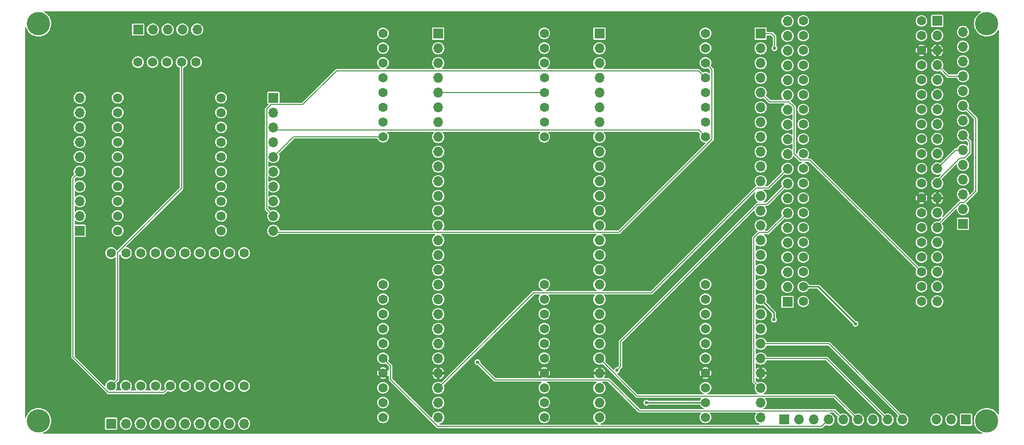
<source format=gbl>
G04 #@! TF.GenerationSoftware,KiCad,Pcbnew,8.0.0*
G04 #@! TF.CreationDate,2025-01-04T20:19:00+01:00*
G04 #@! TF.ProjectId,motherbard,6d6f7468-6572-4626-9172-642e6b696361,rev?*
G04 #@! TF.SameCoordinates,Original*
G04 #@! TF.FileFunction,Copper,L2,Bot*
G04 #@! TF.FilePolarity,Positive*
%FSLAX46Y46*%
G04 Gerber Fmt 4.6, Leading zero omitted, Abs format (unit mm)*
G04 Created by KiCad (PCBNEW 8.0.0) date 2025-01-04 20:19:00*
%MOMM*%
%LPD*%
G01*
G04 APERTURE LIST*
G04 #@! TA.AperFunction,ComponentPad*
%ADD10R,1.700000X1.700000*%
G04 #@! TD*
G04 #@! TA.AperFunction,ComponentPad*
%ADD11O,1.700000X1.700000*%
G04 #@! TD*
G04 #@! TA.AperFunction,ComponentPad*
%ADD12C,1.600000*%
G04 #@! TD*
G04 #@! TA.AperFunction,ViaPad*
%ADD13C,4.000000*%
G04 #@! TD*
G04 #@! TA.AperFunction,ViaPad*
%ADD14C,0.500000*%
G04 #@! TD*
G04 #@! TA.AperFunction,ViaPad*
%ADD15C,0.600000*%
G04 #@! TD*
G04 #@! TA.AperFunction,Conductor*
%ADD16C,0.200000*%
G04 #@! TD*
G04 #@! TA.AperFunction,Conductor*
%ADD17C,0.250000*%
G04 #@! TD*
G04 APERTURE END LIST*
D10*
X209025000Y-130300000D03*
D11*
X206485000Y-130300000D03*
X203945000Y-130300000D03*
D10*
X145974000Y-63900000D03*
D11*
X145974000Y-66440000D03*
X145974000Y-68980000D03*
X145974000Y-71520000D03*
X145974000Y-74060000D03*
X145974000Y-76600000D03*
X145974000Y-79140000D03*
X145974000Y-81680000D03*
X145974000Y-84220000D03*
X145974000Y-86760000D03*
X145974000Y-89300000D03*
X145974000Y-91840000D03*
X145974000Y-94380000D03*
X145974000Y-96920000D03*
X145974000Y-99460000D03*
X145974000Y-102000000D03*
X145974000Y-104540000D03*
X145974000Y-107080000D03*
X145974000Y-109620000D03*
X145974000Y-112160000D03*
X145974000Y-114700000D03*
X145974000Y-117240000D03*
X145974000Y-119780000D03*
X145974000Y-122320000D03*
X145974000Y-124860000D03*
X145974000Y-127400000D03*
X145974000Y-129940000D03*
D10*
X178320000Y-110020000D03*
D11*
X178320000Y-107480000D03*
X178320000Y-104940000D03*
X178320000Y-102400000D03*
X178320000Y-99860000D03*
X178320000Y-97320000D03*
X178320000Y-94780000D03*
X178320000Y-92240000D03*
X178320000Y-89700000D03*
X178320000Y-87160000D03*
X178320000Y-84620000D03*
X178320000Y-82080000D03*
X178320000Y-79540000D03*
X178320000Y-77000000D03*
X178320000Y-74460000D03*
X178320000Y-71920000D03*
X178320000Y-69380000D03*
X178320000Y-66840000D03*
X178320000Y-64300000D03*
X178320000Y-61760000D03*
D10*
X62000000Y-130980000D03*
D11*
X64540000Y-130980000D03*
X67080000Y-130980000D03*
X69620000Y-130980000D03*
X72160000Y-130980000D03*
X74700000Y-130980000D03*
X77240000Y-130980000D03*
X79780000Y-130980000D03*
X82320000Y-130980000D03*
X84860000Y-130980000D03*
D10*
X118248000Y-63900000D03*
D11*
X118248000Y-66440000D03*
X118248000Y-68980000D03*
X118248000Y-71520000D03*
X118248000Y-74060000D03*
X118248000Y-76600000D03*
X118248000Y-79140000D03*
X118248000Y-81680000D03*
X118248000Y-84220000D03*
X118248000Y-86760000D03*
X118248000Y-89300000D03*
X118248000Y-91840000D03*
X118248000Y-94380000D03*
X118248000Y-96920000D03*
X118248000Y-99460000D03*
X118248000Y-102000000D03*
X118248000Y-104540000D03*
X118248000Y-107080000D03*
X118248000Y-109620000D03*
X118248000Y-112160000D03*
X118248000Y-114700000D03*
X118248000Y-117240000D03*
X118248000Y-119780000D03*
X118248000Y-122320000D03*
X118248000Y-124860000D03*
X118248000Y-127400000D03*
X118248000Y-129940000D03*
D10*
X208500000Y-96625000D03*
D11*
X208500000Y-94085000D03*
X208500000Y-91545000D03*
X208500000Y-89005000D03*
X208500000Y-86465000D03*
X208500000Y-83925000D03*
X208500000Y-81385000D03*
X208500000Y-78845000D03*
X208500000Y-76305000D03*
X208500000Y-73765000D03*
X208500000Y-71225000D03*
X208500000Y-68685000D03*
X208500000Y-66145000D03*
X208500000Y-63605000D03*
D12*
X201350000Y-109980000D03*
X201350000Y-107440000D03*
X201350000Y-104900000D03*
X201350000Y-102360000D03*
X201350000Y-99820000D03*
X201350000Y-97280000D03*
X201350000Y-94740000D03*
X201350000Y-92200000D03*
X201350000Y-89660000D03*
X201350000Y-87120000D03*
X201350000Y-84580000D03*
X201350000Y-82040000D03*
X201350000Y-79500000D03*
X201350000Y-76960000D03*
X201350000Y-74420000D03*
X201350000Y-71880000D03*
X201350000Y-69340000D03*
X201350000Y-66800000D03*
X201350000Y-64260000D03*
X201350000Y-61720000D03*
X181030000Y-61720000D03*
X181030000Y-64260000D03*
X181030000Y-66800000D03*
X181030000Y-69340000D03*
X181030000Y-71880000D03*
X181030000Y-74420000D03*
X181030000Y-76960000D03*
X181030000Y-79500000D03*
X181030000Y-82040000D03*
X181030000Y-84580000D03*
X181030000Y-87120000D03*
X181030000Y-89660000D03*
X181030000Y-92200000D03*
X181030000Y-94740000D03*
X181030000Y-97280000D03*
X181030000Y-99820000D03*
X181030000Y-102360000D03*
X181030000Y-104900000D03*
X181030000Y-107440000D03*
X181030000Y-109980000D03*
D10*
X56600000Y-97820000D03*
D11*
X56600000Y-95280000D03*
X56600000Y-92740000D03*
X56600000Y-90200000D03*
X56600000Y-87660000D03*
X56600000Y-85120000D03*
X56600000Y-82580000D03*
X56600000Y-80040000D03*
X56600000Y-77500000D03*
X56600000Y-74960000D03*
D12*
X108760000Y-129900000D03*
X108760000Y-127360000D03*
X108760000Y-124820000D03*
X108760000Y-122280000D03*
X108760000Y-119740000D03*
X108760000Y-117200000D03*
X108760000Y-114660000D03*
X108760000Y-112120000D03*
X108760000Y-109580000D03*
X108760000Y-107040000D03*
X108760000Y-81640000D03*
X108760000Y-79100000D03*
X108760000Y-76560000D03*
X108760000Y-74020000D03*
X108760000Y-71480000D03*
X108760000Y-68940000D03*
X108760000Y-66400000D03*
X108760000Y-63860000D03*
D10*
X204070000Y-61720000D03*
D11*
X204070000Y-64260000D03*
X204070000Y-66800000D03*
X204070000Y-69340000D03*
X204070000Y-71880000D03*
X204070000Y-74420000D03*
X204070000Y-76960000D03*
X204070000Y-79500000D03*
X204070000Y-82040000D03*
X204070000Y-84580000D03*
X204070000Y-87120000D03*
X204070000Y-89660000D03*
X204070000Y-92200000D03*
X204070000Y-94740000D03*
X204070000Y-97280000D03*
X204070000Y-99820000D03*
X204070000Y-102360000D03*
X204070000Y-104900000D03*
X204070000Y-107440000D03*
X204070000Y-109980000D03*
D10*
X66640000Y-63200000D03*
D11*
X69180000Y-63200000D03*
X71720000Y-63200000D03*
X74260000Y-63200000D03*
X76800000Y-63200000D03*
D10*
X89900000Y-74950000D03*
D11*
X89900000Y-77490000D03*
X89900000Y-80030000D03*
X89900000Y-82570000D03*
X89900000Y-85110000D03*
X89900000Y-87650000D03*
X89900000Y-90190000D03*
X89900000Y-92730000D03*
X89900000Y-95270000D03*
X89900000Y-97810000D03*
D12*
X164212000Y-129900000D03*
X164212000Y-127360000D03*
X164212000Y-124820000D03*
X164212000Y-122280000D03*
X164212000Y-119740000D03*
X164212000Y-117200000D03*
X164212000Y-114660000D03*
X164212000Y-112120000D03*
X164212000Y-109580000D03*
X164212000Y-107040000D03*
X164212000Y-81640000D03*
X164212000Y-79100000D03*
X164212000Y-76560000D03*
X164212000Y-74020000D03*
X164212000Y-71480000D03*
X164212000Y-68940000D03*
X164212000Y-66400000D03*
X164212000Y-63860000D03*
X84860000Y-124500000D03*
X82320000Y-124500000D03*
X79780000Y-124500000D03*
X77240000Y-124500000D03*
X74700000Y-124500000D03*
X72160000Y-124500000D03*
X69620000Y-124500000D03*
X67080000Y-124500000D03*
X64540000Y-124500000D03*
X62000000Y-124500000D03*
X84860000Y-101640000D03*
X82320000Y-101640000D03*
X79780000Y-101640000D03*
X77240000Y-101640000D03*
X74700000Y-101640000D03*
X72160000Y-101640000D03*
X69620000Y-101640000D03*
X67080000Y-101640000D03*
X64540000Y-101640000D03*
X62000000Y-101640000D03*
X63120000Y-97800000D03*
X63120000Y-95260000D03*
X63120000Y-92720000D03*
X63120000Y-90180000D03*
X63120000Y-87640000D03*
X63120000Y-85100000D03*
X63120000Y-82560000D03*
X63120000Y-80020000D03*
X63120000Y-77480000D03*
X80900000Y-97800000D03*
X80900000Y-95260000D03*
X80900000Y-92720000D03*
X80900000Y-90180000D03*
X80900000Y-87640000D03*
X80900000Y-85100000D03*
X80900000Y-82560000D03*
X80900000Y-80020000D03*
X80900000Y-77480000D03*
X66620000Y-68810000D03*
X69120000Y-68810000D03*
X71620000Y-68810000D03*
X74120000Y-68810000D03*
X76620000Y-68810000D03*
X63120000Y-74940000D03*
X80900000Y-74940000D03*
D10*
X177760000Y-130300000D03*
D11*
X180300000Y-130300000D03*
X182840000Y-130300000D03*
X185380000Y-130300000D03*
X187920000Y-130300000D03*
X190460000Y-130300000D03*
X193000000Y-130300000D03*
X195540000Y-130300000D03*
X198080000Y-130300000D03*
D12*
X136486000Y-129900000D03*
X136486000Y-127360000D03*
X136486000Y-124820000D03*
X136486000Y-122280000D03*
X136486000Y-119740000D03*
X136486000Y-117200000D03*
X136486000Y-114660000D03*
X136486000Y-112120000D03*
X136486000Y-109580000D03*
X136486000Y-107040000D03*
X136486000Y-81640000D03*
X136486000Y-79100000D03*
X136486000Y-76560000D03*
X136486000Y-74020000D03*
X136486000Y-71480000D03*
X136486000Y-68940000D03*
X136486000Y-66400000D03*
X136486000Y-63860000D03*
D10*
X173700000Y-63900000D03*
D11*
X173700000Y-66440000D03*
X173700000Y-68980000D03*
X173700000Y-71520000D03*
X173700000Y-74060000D03*
X173700000Y-76600000D03*
X173700000Y-79140000D03*
X173700000Y-81680000D03*
X173700000Y-84220000D03*
X173700000Y-86760000D03*
X173700000Y-89300000D03*
X173700000Y-91840000D03*
X173700000Y-94380000D03*
X173700000Y-96920000D03*
X173700000Y-99460000D03*
X173700000Y-102000000D03*
X173700000Y-104540000D03*
X173700000Y-107080000D03*
X173700000Y-109620000D03*
X173700000Y-112160000D03*
X173700000Y-114700000D03*
X173700000Y-117240000D03*
X173700000Y-119780000D03*
X173700000Y-122320000D03*
X173700000Y-124860000D03*
X173700000Y-127400000D03*
X173700000Y-129940000D03*
D13*
X49500000Y-62200000D03*
X49500000Y-130500000D03*
X212600000Y-130500000D03*
X212600000Y-62200000D03*
D14*
X72740000Y-90290000D03*
X168680000Y-105240000D03*
X198330000Y-77450000D03*
X196670000Y-102290000D03*
X199160000Y-92040000D03*
X103110000Y-108070000D03*
X98580000Y-62870000D03*
X106460000Y-114840000D03*
X162310000Y-82120000D03*
X169990000Y-62410000D03*
X197810000Y-61810000D03*
X130440000Y-107920000D03*
X85960000Y-68190000D03*
X111130000Y-131920000D03*
X113980000Y-105440000D03*
X183810000Y-104190000D03*
X163360000Y-101560000D03*
X181860000Y-122800000D03*
X149630000Y-129420000D03*
D15*
X212800000Y-69900000D03*
X52100000Y-73500000D03*
D14*
X93240000Y-83880000D03*
X121110000Y-129620000D03*
X111220000Y-62140000D03*
X83420000Y-111550000D03*
X53900000Y-131000000D03*
X149100000Y-96640000D03*
X138060000Y-84550000D03*
X200350000Y-123570000D03*
X89050000Y-103400000D03*
X132900000Y-119170000D03*
X183090000Y-89800000D03*
X208620000Y-60700000D03*
X77030000Y-86060000D03*
X89770000Y-124690000D03*
X123110000Y-124690000D03*
X139010000Y-62340000D03*
X204940000Y-113000000D03*
X197090000Y-119820000D03*
X170980000Y-94210000D03*
X101990000Y-101040000D03*
X121970000Y-94340000D03*
X103830000Y-67270000D03*
X159610000Y-108400000D03*
X130970000Y-110100000D03*
X195160000Y-100250000D03*
X124270000Y-100510000D03*
X159090000Y-101560000D03*
X71510000Y-79230000D03*
X130830000Y-104510000D03*
X166310000Y-122720000D03*
X186700000Y-124160000D03*
X61430000Y-122480000D03*
X183810000Y-99190000D03*
X170650000Y-101960000D03*
X102260000Y-122850000D03*
X142660000Y-95450000D03*
X169800000Y-108400000D03*
X170870000Y-89140000D03*
X192490000Y-71400000D03*
X158850000Y-91770000D03*
D15*
X49600000Y-119300000D03*
D14*
X165480000Y-85400000D03*
X77820000Y-98340000D03*
D15*
X55100000Y-62900000D03*
D14*
X79150000Y-63030000D03*
X91150000Y-131130000D03*
X93240000Y-96690000D03*
X113120000Y-123310000D03*
X102980000Y-110370000D03*
X134800000Y-66480000D03*
X84080000Y-73770000D03*
X113980000Y-101630000D03*
X64760000Y-76000000D03*
D15*
X212800000Y-105000000D03*
D14*
X150610000Y-83170000D03*
X49240000Y-67730000D03*
X134280000Y-90790000D03*
D15*
X212700000Y-123200000D03*
D14*
X57000000Y-119290000D03*
X72630000Y-121540000D03*
X101670000Y-95520000D03*
X94070000Y-74620000D03*
X50490000Y-94340000D03*
X86080000Y-115090000D03*
X56940000Y-101290000D03*
X183400000Y-80150000D03*
X63030000Y-69770000D03*
X96080000Y-68520000D03*
X142270000Y-100450000D03*
X184730000Y-62210000D03*
X160660000Y-114700000D03*
X198570000Y-95980000D03*
X101530000Y-85600000D03*
D15*
X212500000Y-83000000D03*
D14*
X74010000Y-106430000D03*
X149170000Y-62010000D03*
X184840000Y-77910000D03*
X200610000Y-132050000D03*
X158430000Y-110240000D03*
X206290000Y-65470000D03*
X49630000Y-124490000D03*
X59760000Y-99380000D03*
D15*
X50400000Y-104500000D03*
D14*
X120810000Y-61940000D03*
X110030000Y-90390000D03*
X82000000Y-67230000D03*
X49240000Y-80280000D03*
D15*
X50000000Y-88400000D03*
D14*
X132410000Y-114840000D03*
X160030000Y-120940000D03*
X154840000Y-87570000D03*
X198970000Y-108730000D03*
D15*
X176100000Y-66400000D03*
X190000000Y-113800000D03*
X176000000Y-113100000D03*
X154060000Y-127380000D03*
X149000000Y-121800000D03*
X125000000Y-120400000D03*
D16*
X63100000Y-123400000D02*
X62000000Y-124500000D01*
X176100000Y-64400000D02*
X175600000Y-63900000D01*
X74120000Y-68810000D02*
X74120000Y-90504365D01*
X176100000Y-66400000D02*
X176100000Y-64400000D01*
X74120000Y-90504365D02*
X63100000Y-101524365D01*
X63100000Y-101524365D02*
X63100000Y-123400000D01*
X175600000Y-63900000D02*
X173700000Y-63900000D01*
D17*
X181030000Y-107440000D02*
X183640000Y-107440000D01*
X183640000Y-107440000D02*
X190000000Y-113800000D01*
X176000000Y-111920000D02*
X173700000Y-109620000D01*
X176000000Y-113100000D02*
X176000000Y-111920000D01*
X164212000Y-127360000D02*
X154080000Y-127360000D01*
X154080000Y-127360000D02*
X154060000Y-127380000D01*
D16*
X210700000Y-90971346D02*
X208771346Y-92900000D01*
X208058654Y-92900000D02*
X204070000Y-96888654D01*
X210700000Y-78505000D02*
X210700000Y-90971346D01*
X204070000Y-96888654D02*
X204070000Y-97280000D01*
X208500000Y-76305000D02*
X210700000Y-78505000D01*
X208771346Y-92900000D02*
X208058654Y-92900000D01*
X207985000Y-85315000D02*
X204070000Y-89230000D01*
X208736346Y-85315000D02*
X207985000Y-85315000D01*
X208500000Y-81385000D02*
X209650000Y-82535000D01*
X209650000Y-84401346D02*
X208736346Y-85315000D01*
X209650000Y-82535000D02*
X209650000Y-84401346D01*
X204070000Y-89230000D02*
X204070000Y-89660000D01*
X207265000Y-83925000D02*
X204070000Y-87120000D01*
X208500000Y-83925000D02*
X207265000Y-83925000D01*
X205955000Y-71225000D02*
X204070000Y-69340000D01*
X208500000Y-71225000D02*
X205955000Y-71225000D01*
X175000000Y-98100000D02*
X178320000Y-94780000D01*
X172550000Y-123710000D02*
X172550000Y-98983654D01*
X172550000Y-98983654D02*
X173433654Y-98100000D01*
X173700000Y-124860000D02*
X172550000Y-123710000D01*
X173433654Y-98100000D02*
X175000000Y-98100000D01*
X173223654Y-93230000D02*
X174790000Y-93230000D01*
X149000000Y-121800000D02*
X149600000Y-121200000D01*
X149600000Y-121200000D02*
X149600000Y-116853654D01*
X174790000Y-93230000D02*
X178320000Y-89700000D01*
X149600000Y-116853654D02*
X173223654Y-93230000D01*
X118248000Y-124860000D02*
X134638000Y-108470000D01*
X172950000Y-90450000D02*
X175030000Y-90450000D01*
X175030000Y-90450000D02*
X178320000Y-87160000D01*
X134638000Y-108470000D02*
X154930000Y-108470000D01*
X154930000Y-108470000D02*
X172950000Y-90450000D01*
X178556346Y-75610000D02*
X175250000Y-75610000D01*
X179470000Y-76523654D02*
X178556346Y-75610000D01*
X179470000Y-84575635D02*
X179470000Y-76523654D01*
X182130000Y-85680000D02*
X180574365Y-85680000D01*
X118248000Y-74060000D02*
X136446000Y-74060000D01*
X136446000Y-74060000D02*
X136486000Y-74020000D01*
X201350000Y-104900000D02*
X182130000Y-85680000D01*
X180574365Y-85680000D02*
X179470000Y-84575635D01*
X175250000Y-75610000D02*
X173700000Y-74060000D01*
X71060000Y-125600000D02*
X72160000Y-124500000D01*
X55450000Y-119505635D02*
X61544365Y-125600000D01*
X56600000Y-87660000D02*
X55450000Y-88810000D01*
X55450000Y-88810000D02*
X55450000Y-119505635D01*
X61544365Y-125600000D02*
X71060000Y-125600000D01*
X90370000Y-80500000D02*
X163072000Y-80500000D01*
X89900000Y-80030000D02*
X90370000Y-80500000D01*
X163072000Y-80500000D02*
X164212000Y-81640000D01*
X165312000Y-70040000D02*
X165312000Y-82095635D01*
X149337635Y-98070000D02*
X90160000Y-98070000D01*
X165312000Y-82095635D02*
X149337635Y-98070000D01*
X164212000Y-68940000D02*
X165312000Y-70040000D01*
X90160000Y-98070000D02*
X89900000Y-97810000D01*
X108760000Y-81640000D02*
X93370000Y-81640000D01*
X93370000Y-81640000D02*
X89900000Y-85110000D01*
X88750000Y-76850000D02*
X89500000Y-76100000D01*
X89900000Y-95270000D02*
X88750000Y-94120000D01*
X94964365Y-76100000D02*
X100764365Y-70300000D01*
X100764365Y-70300000D02*
X163032000Y-70300000D01*
X89500000Y-76100000D02*
X94964365Y-76100000D01*
X88750000Y-94120000D02*
X88750000Y-76850000D01*
X163032000Y-70300000D02*
X164212000Y-71480000D01*
X110061654Y-121041654D02*
X108760000Y-119740000D01*
X185380000Y-130300000D02*
X184230000Y-131450000D01*
X184230000Y-131450000D02*
X118131654Y-131450000D01*
X110061654Y-123380000D02*
X110061654Y-121041654D01*
X118131654Y-131450000D02*
X110061654Y-123380000D01*
X187920000Y-130300000D02*
X186410000Y-128790000D01*
X128070000Y-123470000D02*
X125000000Y-120400000D01*
X152890000Y-128790000D02*
X148100000Y-124000000D01*
X147570000Y-123470000D02*
X128070000Y-123470000D01*
X148100000Y-124000000D02*
X147570000Y-123470000D01*
X186410000Y-128790000D02*
X152890000Y-128790000D01*
X186410000Y-126250000D02*
X190460000Y-130300000D01*
X145974000Y-119780000D02*
X152444000Y-126250000D01*
X152444000Y-126250000D02*
X186410000Y-126250000D01*
X185440000Y-117240000D02*
X173700000Y-117240000D01*
X198080000Y-130300000D02*
X198080000Y-129880000D01*
X198080000Y-129880000D02*
X185440000Y-117240000D01*
X185020000Y-119780000D02*
X173700000Y-119780000D01*
X195540000Y-130300000D02*
X185020000Y-119780000D01*
G04 #@! TA.AperFunction,Conductor*
G36*
X211576544Y-60089407D02*
G01*
X211612508Y-60138907D01*
X211612508Y-60200093D01*
X211576544Y-60249593D01*
X211562140Y-60258290D01*
X211497388Y-60290222D01*
X211257549Y-60450477D01*
X211257536Y-60450487D01*
X211040682Y-60640664D01*
X211040664Y-60640682D01*
X210850487Y-60857536D01*
X210850477Y-60857549D01*
X210690222Y-61097388D01*
X210562645Y-61356088D01*
X210562640Y-61356099D01*
X210469920Y-61629240D01*
X210413643Y-61912163D01*
X210394778Y-62199999D01*
X210394778Y-62200000D01*
X210413643Y-62487836D01*
X210469920Y-62770759D01*
X210562640Y-63043900D01*
X210562645Y-63043911D01*
X210690222Y-63302611D01*
X210850477Y-63542450D01*
X210850487Y-63542463D01*
X211040664Y-63759317D01*
X211040673Y-63759327D01*
X211040681Y-63759334D01*
X211040682Y-63759335D01*
X211257536Y-63949512D01*
X211257543Y-63949517D01*
X211257546Y-63949520D01*
X211497389Y-64109778D01*
X211756098Y-64237359D01*
X211822796Y-64260000D01*
X212029240Y-64330079D01*
X212029242Y-64330079D01*
X212029247Y-64330081D01*
X212312161Y-64386356D01*
X212600000Y-64405222D01*
X212887839Y-64386356D01*
X213170753Y-64330081D01*
X213443902Y-64237359D01*
X213702611Y-64109778D01*
X213942454Y-63949520D01*
X214159327Y-63759327D01*
X214349520Y-63542454D01*
X214509778Y-63302611D01*
X214511709Y-63298694D01*
X214554402Y-63254867D01*
X214614703Y-63244504D01*
X214669579Y-63271564D01*
X214698070Y-63325712D01*
X214699500Y-63342480D01*
X214699500Y-129357519D01*
X214680593Y-129415710D01*
X214631093Y-129451674D01*
X214569907Y-129451674D01*
X214520407Y-129415710D01*
X214511711Y-129401308D01*
X214509778Y-129397388D01*
X214349522Y-129157549D01*
X214349512Y-129157536D01*
X214159335Y-128940682D01*
X214159334Y-128940681D01*
X214159327Y-128940673D01*
X214118307Y-128904699D01*
X213942463Y-128750487D01*
X213942450Y-128750477D01*
X213702611Y-128590222D01*
X213443911Y-128462645D01*
X213443900Y-128462640D01*
X213170759Y-128369920D01*
X212887836Y-128313643D01*
X212600000Y-128294778D01*
X212312163Y-128313643D01*
X212029240Y-128369920D01*
X211756099Y-128462640D01*
X211756088Y-128462645D01*
X211497388Y-128590222D01*
X211257549Y-128750477D01*
X211257536Y-128750487D01*
X211040682Y-128940664D01*
X211040664Y-128940682D01*
X210850487Y-129157536D01*
X210850477Y-129157549D01*
X210690222Y-129397388D01*
X210562645Y-129656088D01*
X210562640Y-129656099D01*
X210469920Y-129929240D01*
X210413643Y-130212163D01*
X210394778Y-130499999D01*
X210394778Y-130500000D01*
X210413643Y-130787836D01*
X210469920Y-131070759D01*
X210562640Y-131343900D01*
X210562645Y-131343911D01*
X210690222Y-131602611D01*
X210850477Y-131842450D01*
X210850487Y-131842463D01*
X211015392Y-132030500D01*
X211040673Y-132059327D01*
X211040681Y-132059334D01*
X211040682Y-132059335D01*
X211257536Y-132249512D01*
X211257543Y-132249517D01*
X211257546Y-132249520D01*
X211497389Y-132409778D01*
X211756098Y-132537359D01*
X211783775Y-132546754D01*
X211832800Y-132583363D01*
X211850944Y-132641796D01*
X211831276Y-132699734D01*
X211781309Y-132735047D01*
X211751952Y-132739500D01*
X50348048Y-132739500D01*
X50289857Y-132720593D01*
X50253893Y-132671093D01*
X50253893Y-132609907D01*
X50289857Y-132560407D01*
X50316225Y-132546754D01*
X50343902Y-132537359D01*
X50602611Y-132409778D01*
X50842454Y-132249520D01*
X51059327Y-132059327D01*
X51243125Y-131849746D01*
X60949500Y-131849746D01*
X60949501Y-131849758D01*
X60961132Y-131908227D01*
X60961134Y-131908233D01*
X61005445Y-131974548D01*
X61005448Y-131974552D01*
X61071769Y-132018867D01*
X61116231Y-132027711D01*
X61130241Y-132030498D01*
X61130246Y-132030498D01*
X61130252Y-132030500D01*
X61130253Y-132030500D01*
X62869747Y-132030500D01*
X62869748Y-132030500D01*
X62928231Y-132018867D01*
X62994552Y-131974552D01*
X63038867Y-131908231D01*
X63050500Y-131849748D01*
X63050500Y-130980003D01*
X63484417Y-130980003D01*
X63504698Y-131185929D01*
X63504699Y-131185934D01*
X63564768Y-131383954D01*
X63662316Y-131566452D01*
X63764087Y-131690460D01*
X63793590Y-131726410D01*
X63793595Y-131726414D01*
X63953547Y-131857683D01*
X63953548Y-131857683D01*
X63953550Y-131857685D01*
X64136046Y-131955232D01*
X64273997Y-131997078D01*
X64334065Y-132015300D01*
X64334070Y-132015301D01*
X64539997Y-132035583D01*
X64540000Y-132035583D01*
X64540003Y-132035583D01*
X64745929Y-132015301D01*
X64745934Y-132015300D01*
X64943954Y-131955232D01*
X65126450Y-131857685D01*
X65286410Y-131726410D01*
X65417685Y-131566450D01*
X65515232Y-131383954D01*
X65575300Y-131185934D01*
X65575301Y-131185929D01*
X65595583Y-130980003D01*
X66024417Y-130980003D01*
X66044698Y-131185929D01*
X66044699Y-131185934D01*
X66104768Y-131383954D01*
X66202316Y-131566452D01*
X66304087Y-131690460D01*
X66333590Y-131726410D01*
X66333595Y-131726414D01*
X66493547Y-131857683D01*
X66493548Y-131857683D01*
X66493550Y-131857685D01*
X66676046Y-131955232D01*
X66813997Y-131997078D01*
X66874065Y-132015300D01*
X66874070Y-132015301D01*
X67079997Y-132035583D01*
X67080000Y-132035583D01*
X67080003Y-132035583D01*
X67285929Y-132015301D01*
X67285934Y-132015300D01*
X67483954Y-131955232D01*
X67666450Y-131857685D01*
X67826410Y-131726410D01*
X67957685Y-131566450D01*
X68055232Y-131383954D01*
X68115300Y-131185934D01*
X68115301Y-131185929D01*
X68135583Y-130980003D01*
X68564417Y-130980003D01*
X68584698Y-131185929D01*
X68584699Y-131185934D01*
X68644768Y-131383954D01*
X68742316Y-131566452D01*
X68844087Y-131690460D01*
X68873590Y-131726410D01*
X68873595Y-131726414D01*
X69033547Y-131857683D01*
X69033548Y-131857683D01*
X69033550Y-131857685D01*
X69216046Y-131955232D01*
X69353997Y-131997078D01*
X69414065Y-132015300D01*
X69414070Y-132015301D01*
X69619997Y-132035583D01*
X69620000Y-132035583D01*
X69620003Y-132035583D01*
X69825929Y-132015301D01*
X69825934Y-132015300D01*
X70023954Y-131955232D01*
X70206450Y-131857685D01*
X70366410Y-131726410D01*
X70497685Y-131566450D01*
X70595232Y-131383954D01*
X70655300Y-131185934D01*
X70655301Y-131185929D01*
X70675583Y-130980003D01*
X71104417Y-130980003D01*
X71124698Y-131185929D01*
X71124699Y-131185934D01*
X71184768Y-131383954D01*
X71282316Y-131566452D01*
X71384087Y-131690460D01*
X71413590Y-131726410D01*
X71413595Y-131726414D01*
X71573547Y-131857683D01*
X71573548Y-131857683D01*
X71573550Y-131857685D01*
X71756046Y-131955232D01*
X71893997Y-131997078D01*
X71954065Y-132015300D01*
X71954070Y-132015301D01*
X72159997Y-132035583D01*
X72160000Y-132035583D01*
X72160003Y-132035583D01*
X72365929Y-132015301D01*
X72365934Y-132015300D01*
X72563954Y-131955232D01*
X72746450Y-131857685D01*
X72906410Y-131726410D01*
X73037685Y-131566450D01*
X73135232Y-131383954D01*
X73195300Y-131185934D01*
X73195301Y-131185929D01*
X73215583Y-130980003D01*
X73644417Y-130980003D01*
X73664698Y-131185929D01*
X73664699Y-131185934D01*
X73724768Y-131383954D01*
X73822316Y-131566452D01*
X73924087Y-131690460D01*
X73953590Y-131726410D01*
X73953595Y-131726414D01*
X74113547Y-131857683D01*
X74113548Y-131857683D01*
X74113550Y-131857685D01*
X74296046Y-131955232D01*
X74433997Y-131997078D01*
X74494065Y-132015300D01*
X74494070Y-132015301D01*
X74699997Y-132035583D01*
X74700000Y-132035583D01*
X74700003Y-132035583D01*
X74905929Y-132015301D01*
X74905934Y-132015300D01*
X75103954Y-131955232D01*
X75286450Y-131857685D01*
X75446410Y-131726410D01*
X75577685Y-131566450D01*
X75675232Y-131383954D01*
X75735300Y-131185934D01*
X75735301Y-131185929D01*
X75755583Y-130980003D01*
X76184417Y-130980003D01*
X76204698Y-131185929D01*
X76204699Y-131185934D01*
X76264768Y-131383954D01*
X76362316Y-131566452D01*
X76464087Y-131690460D01*
X76493590Y-131726410D01*
X76493595Y-131726414D01*
X76653547Y-131857683D01*
X76653548Y-131857683D01*
X76653550Y-131857685D01*
X76836046Y-131955232D01*
X76973997Y-131997078D01*
X77034065Y-132015300D01*
X77034070Y-132015301D01*
X77239997Y-132035583D01*
X77240000Y-132035583D01*
X77240003Y-132035583D01*
X77445929Y-132015301D01*
X77445934Y-132015300D01*
X77643954Y-131955232D01*
X77826450Y-131857685D01*
X77986410Y-131726410D01*
X78117685Y-131566450D01*
X78215232Y-131383954D01*
X78275300Y-131185934D01*
X78275301Y-131185929D01*
X78295583Y-130980003D01*
X78724417Y-130980003D01*
X78744698Y-131185929D01*
X78744699Y-131185934D01*
X78804768Y-131383954D01*
X78902316Y-131566452D01*
X79004087Y-131690460D01*
X79033590Y-131726410D01*
X79033595Y-131726414D01*
X79193547Y-131857683D01*
X79193548Y-131857683D01*
X79193550Y-131857685D01*
X79376046Y-131955232D01*
X79513997Y-131997078D01*
X79574065Y-132015300D01*
X79574070Y-132015301D01*
X79779997Y-132035583D01*
X79780000Y-132035583D01*
X79780003Y-132035583D01*
X79985929Y-132015301D01*
X79985934Y-132015300D01*
X80183954Y-131955232D01*
X80366450Y-131857685D01*
X80526410Y-131726410D01*
X80657685Y-131566450D01*
X80755232Y-131383954D01*
X80815300Y-131185934D01*
X80815301Y-131185929D01*
X80835583Y-130980003D01*
X81264417Y-130980003D01*
X81284698Y-131185929D01*
X81284699Y-131185934D01*
X81344768Y-131383954D01*
X81442316Y-131566452D01*
X81544087Y-131690460D01*
X81573590Y-131726410D01*
X81573595Y-131726414D01*
X81733547Y-131857683D01*
X81733548Y-131857683D01*
X81733550Y-131857685D01*
X81916046Y-131955232D01*
X82053997Y-131997078D01*
X82114065Y-132015300D01*
X82114070Y-132015301D01*
X82319997Y-132035583D01*
X82320000Y-132035583D01*
X82320003Y-132035583D01*
X82525929Y-132015301D01*
X82525934Y-132015300D01*
X82723954Y-131955232D01*
X82906450Y-131857685D01*
X83066410Y-131726410D01*
X83197685Y-131566450D01*
X83295232Y-131383954D01*
X83355300Y-131185934D01*
X83355301Y-131185929D01*
X83375583Y-130980003D01*
X83804417Y-130980003D01*
X83824698Y-131185929D01*
X83824699Y-131185934D01*
X83884768Y-131383954D01*
X83982316Y-131566452D01*
X84084087Y-131690460D01*
X84113590Y-131726410D01*
X84113595Y-131726414D01*
X84273547Y-131857683D01*
X84273548Y-131857683D01*
X84273550Y-131857685D01*
X84456046Y-131955232D01*
X84593997Y-131997078D01*
X84654065Y-132015300D01*
X84654070Y-132015301D01*
X84859997Y-132035583D01*
X84860000Y-132035583D01*
X84860003Y-132035583D01*
X85065929Y-132015301D01*
X85065934Y-132015300D01*
X85263954Y-131955232D01*
X85446450Y-131857685D01*
X85606410Y-131726410D01*
X85737685Y-131566450D01*
X85835232Y-131383954D01*
X85895300Y-131185934D01*
X85895301Y-131185929D01*
X85915583Y-130980003D01*
X85915583Y-130979996D01*
X85895301Y-130774070D01*
X85895300Y-130774065D01*
X85877078Y-130713997D01*
X85835232Y-130576046D01*
X85737685Y-130393550D01*
X85660913Y-130300003D01*
X85606414Y-130233595D01*
X85606410Y-130233590D01*
X85580299Y-130212161D01*
X85446452Y-130102316D01*
X85263954Y-130004768D01*
X85065934Y-129944699D01*
X85065929Y-129944698D01*
X84860003Y-129924417D01*
X84859997Y-129924417D01*
X84654070Y-129944698D01*
X84654065Y-129944699D01*
X84456045Y-130004768D01*
X84273547Y-130102316D01*
X84113595Y-130233585D01*
X84113585Y-130233595D01*
X83982316Y-130393547D01*
X83884768Y-130576045D01*
X83824699Y-130774065D01*
X83824698Y-130774070D01*
X83804417Y-130979996D01*
X83804417Y-130980003D01*
X83375583Y-130980003D01*
X83375583Y-130979996D01*
X83355301Y-130774070D01*
X83355300Y-130774065D01*
X83337078Y-130713997D01*
X83295232Y-130576046D01*
X83197685Y-130393550D01*
X83120913Y-130300003D01*
X83066414Y-130233595D01*
X83066410Y-130233590D01*
X83040299Y-130212161D01*
X82906452Y-130102316D01*
X82723954Y-130004768D01*
X82525934Y-129944699D01*
X82525929Y-129944698D01*
X82320003Y-129924417D01*
X82319997Y-129924417D01*
X82114070Y-129944698D01*
X82114065Y-129944699D01*
X81916045Y-130004768D01*
X81733547Y-130102316D01*
X81573595Y-130233585D01*
X81573585Y-130233595D01*
X81442316Y-130393547D01*
X81344768Y-130576045D01*
X81284699Y-130774065D01*
X81284698Y-130774070D01*
X81264417Y-130979996D01*
X81264417Y-130980003D01*
X80835583Y-130980003D01*
X80835583Y-130979996D01*
X80815301Y-130774070D01*
X80815300Y-130774065D01*
X80797078Y-130713997D01*
X80755232Y-130576046D01*
X80657685Y-130393550D01*
X80580913Y-130300003D01*
X80526414Y-130233595D01*
X80526410Y-130233590D01*
X80500299Y-130212161D01*
X80366452Y-130102316D01*
X80183954Y-130004768D01*
X79985934Y-129944699D01*
X79985929Y-129944698D01*
X79780003Y-129924417D01*
X79779997Y-129924417D01*
X79574070Y-129944698D01*
X79574065Y-129944699D01*
X79376045Y-130004768D01*
X79193547Y-130102316D01*
X79033595Y-130233585D01*
X79033585Y-130233595D01*
X78902316Y-130393547D01*
X78804768Y-130576045D01*
X78744699Y-130774065D01*
X78744698Y-130774070D01*
X78724417Y-130979996D01*
X78724417Y-130980003D01*
X78295583Y-130980003D01*
X78295583Y-130979996D01*
X78275301Y-130774070D01*
X78275300Y-130774065D01*
X78257078Y-130713997D01*
X78215232Y-130576046D01*
X78117685Y-130393550D01*
X78040913Y-130300003D01*
X77986414Y-130233595D01*
X77986410Y-130233590D01*
X77960299Y-130212161D01*
X77826452Y-130102316D01*
X77643954Y-130004768D01*
X77445934Y-129944699D01*
X77445929Y-129944698D01*
X77240003Y-129924417D01*
X77239997Y-129924417D01*
X77034070Y-129944698D01*
X77034065Y-129944699D01*
X76836045Y-130004768D01*
X76653547Y-130102316D01*
X76493595Y-130233585D01*
X76493585Y-130233595D01*
X76362316Y-130393547D01*
X76264768Y-130576045D01*
X76204699Y-130774065D01*
X76204698Y-130774070D01*
X76184417Y-130979996D01*
X76184417Y-130980003D01*
X75755583Y-130980003D01*
X75755583Y-130979996D01*
X75735301Y-130774070D01*
X75735300Y-130774065D01*
X75717078Y-130713997D01*
X75675232Y-130576046D01*
X75577685Y-130393550D01*
X75500913Y-130300003D01*
X75446414Y-130233595D01*
X75446410Y-130233590D01*
X75420299Y-130212161D01*
X75286452Y-130102316D01*
X75103954Y-130004768D01*
X74905934Y-129944699D01*
X74905929Y-129944698D01*
X74700003Y-129924417D01*
X74699997Y-129924417D01*
X74494070Y-129944698D01*
X74494065Y-129944699D01*
X74296045Y-130004768D01*
X74113547Y-130102316D01*
X73953595Y-130233585D01*
X73953585Y-130233595D01*
X73822316Y-130393547D01*
X73724768Y-130576045D01*
X73664699Y-130774065D01*
X73664698Y-130774070D01*
X73644417Y-130979996D01*
X73644417Y-130980003D01*
X73215583Y-130980003D01*
X73215583Y-130979996D01*
X73195301Y-130774070D01*
X73195300Y-130774065D01*
X73177078Y-130713997D01*
X73135232Y-130576046D01*
X73037685Y-130393550D01*
X72960913Y-130300003D01*
X72906414Y-130233595D01*
X72906410Y-130233590D01*
X72880299Y-130212161D01*
X72746452Y-130102316D01*
X72563954Y-130004768D01*
X72365934Y-129944699D01*
X72365929Y-129944698D01*
X72160003Y-129924417D01*
X72159997Y-129924417D01*
X71954070Y-129944698D01*
X71954065Y-129944699D01*
X71756045Y-130004768D01*
X71573547Y-130102316D01*
X71413595Y-130233585D01*
X71413585Y-130233595D01*
X71282316Y-130393547D01*
X71184768Y-130576045D01*
X71124699Y-130774065D01*
X71124698Y-130774070D01*
X71104417Y-130979996D01*
X71104417Y-130980003D01*
X70675583Y-130980003D01*
X70675583Y-130979996D01*
X70655301Y-130774070D01*
X70655300Y-130774065D01*
X70637078Y-130713997D01*
X70595232Y-130576046D01*
X70497685Y-130393550D01*
X70420913Y-130300003D01*
X70366414Y-130233595D01*
X70366410Y-130233590D01*
X70340299Y-130212161D01*
X70206452Y-130102316D01*
X70023954Y-130004768D01*
X69825934Y-129944699D01*
X69825929Y-129944698D01*
X69620003Y-129924417D01*
X69619997Y-129924417D01*
X69414070Y-129944698D01*
X69414065Y-129944699D01*
X69216045Y-130004768D01*
X69033547Y-130102316D01*
X68873595Y-130233585D01*
X68873585Y-130233595D01*
X68742316Y-130393547D01*
X68644768Y-130576045D01*
X68584699Y-130774065D01*
X68584698Y-130774070D01*
X68564417Y-130979996D01*
X68564417Y-130980003D01*
X68135583Y-130980003D01*
X68135583Y-130979996D01*
X68115301Y-130774070D01*
X68115300Y-130774065D01*
X68097078Y-130713997D01*
X68055232Y-130576046D01*
X67957685Y-130393550D01*
X67880913Y-130300003D01*
X67826414Y-130233595D01*
X67826410Y-130233590D01*
X67800299Y-130212161D01*
X67666452Y-130102316D01*
X67483954Y-130004768D01*
X67285934Y-129944699D01*
X67285929Y-129944698D01*
X67080003Y-129924417D01*
X67079997Y-129924417D01*
X66874070Y-129944698D01*
X66874065Y-129944699D01*
X66676045Y-130004768D01*
X66493547Y-130102316D01*
X66333595Y-130233585D01*
X66333585Y-130233595D01*
X66202316Y-130393547D01*
X66104768Y-130576045D01*
X66044699Y-130774065D01*
X66044698Y-130774070D01*
X66024417Y-130979996D01*
X66024417Y-130980003D01*
X65595583Y-130980003D01*
X65595583Y-130979996D01*
X65575301Y-130774070D01*
X65575300Y-130774065D01*
X65557078Y-130713997D01*
X65515232Y-130576046D01*
X65417685Y-130393550D01*
X65340913Y-130300003D01*
X65286414Y-130233595D01*
X65286410Y-130233590D01*
X65260299Y-130212161D01*
X65126452Y-130102316D01*
X64943954Y-130004768D01*
X64745934Y-129944699D01*
X64745929Y-129944698D01*
X64540003Y-129924417D01*
X64539997Y-129924417D01*
X64334070Y-129944698D01*
X64334065Y-129944699D01*
X64136045Y-130004768D01*
X63953547Y-130102316D01*
X63793595Y-130233585D01*
X63793585Y-130233595D01*
X63662316Y-130393547D01*
X63564768Y-130576045D01*
X63504699Y-130774065D01*
X63504698Y-130774070D01*
X63484417Y-130979996D01*
X63484417Y-130980003D01*
X63050500Y-130980003D01*
X63050500Y-130110252D01*
X63048921Y-130102316D01*
X63047280Y-130094065D01*
X63038867Y-130051769D01*
X62994552Y-129985448D01*
X62994548Y-129985445D01*
X62928233Y-129941134D01*
X62928231Y-129941133D01*
X62928228Y-129941132D01*
X62928227Y-129941132D01*
X62869758Y-129929501D01*
X62869748Y-129929500D01*
X61130252Y-129929500D01*
X61130251Y-129929500D01*
X61130241Y-129929501D01*
X61071772Y-129941132D01*
X61071766Y-129941134D01*
X61005451Y-129985445D01*
X61005445Y-129985451D01*
X60961134Y-130051766D01*
X60961132Y-130051772D01*
X60949501Y-130110241D01*
X60949500Y-130110253D01*
X60949500Y-131849746D01*
X51243125Y-131849746D01*
X51249520Y-131842454D01*
X51409778Y-131602611D01*
X51537359Y-131343902D01*
X51630081Y-131070753D01*
X51686356Y-130787839D01*
X51705222Y-130500000D01*
X51686356Y-130212161D01*
X51630081Y-129929247D01*
X51628441Y-129924417D01*
X51620154Y-129900003D01*
X107754659Y-129900003D01*
X107773974Y-130096126D01*
X107773975Y-130096129D01*
X107831187Y-130284730D01*
X107831188Y-130284732D01*
X107889353Y-130393550D01*
X107924090Y-130458538D01*
X107924092Y-130458540D01*
X107924093Y-130458542D01*
X108049112Y-130610878D01*
X108049121Y-130610887D01*
X108201457Y-130735906D01*
X108201462Y-130735910D01*
X108375273Y-130828814D01*
X108563868Y-130886024D01*
X108563870Y-130886024D01*
X108563873Y-130886025D01*
X108759997Y-130905341D01*
X108760000Y-130905341D01*
X108760003Y-130905341D01*
X108956126Y-130886025D01*
X108956127Y-130886024D01*
X108956132Y-130886024D01*
X109144727Y-130828814D01*
X109318538Y-130735910D01*
X109470883Y-130610883D01*
X109595910Y-130458538D01*
X109688814Y-130284727D01*
X109746024Y-130096132D01*
X109746228Y-130094066D01*
X109765341Y-129900003D01*
X109765341Y-129899996D01*
X109746025Y-129703873D01*
X109746024Y-129703870D01*
X109746024Y-129703868D01*
X109688814Y-129515273D01*
X109595910Y-129341462D01*
X109582540Y-129325171D01*
X109470887Y-129189121D01*
X109470878Y-129189112D01*
X109318542Y-129064093D01*
X109318540Y-129064092D01*
X109318538Y-129064090D01*
X109255621Y-129030460D01*
X109144732Y-128971188D01*
X109144730Y-128971187D01*
X108956129Y-128913975D01*
X108956126Y-128913974D01*
X108760003Y-128894659D01*
X108759997Y-128894659D01*
X108563873Y-128913974D01*
X108563870Y-128913975D01*
X108375269Y-128971187D01*
X108375267Y-128971188D01*
X108201467Y-129064087D01*
X108201457Y-129064093D01*
X108049121Y-129189112D01*
X108049112Y-129189121D01*
X107924093Y-129341457D01*
X107924087Y-129341467D01*
X107831188Y-129515267D01*
X107831187Y-129515269D01*
X107773975Y-129703870D01*
X107773974Y-129703873D01*
X107754659Y-129899996D01*
X107754659Y-129900003D01*
X51620154Y-129900003D01*
X51537359Y-129656099D01*
X51537354Y-129656088D01*
X51409778Y-129397389D01*
X51249520Y-129157546D01*
X51249517Y-129157543D01*
X51249512Y-129157536D01*
X51059335Y-128940682D01*
X51059334Y-128940681D01*
X51059327Y-128940673D01*
X51018307Y-128904699D01*
X50842463Y-128750487D01*
X50842450Y-128750477D01*
X50602611Y-128590222D01*
X50343911Y-128462645D01*
X50343900Y-128462640D01*
X50070759Y-128369920D01*
X49787836Y-128313643D01*
X49500000Y-128294778D01*
X49212163Y-128313643D01*
X48929240Y-128369920D01*
X48656099Y-128462640D01*
X48656088Y-128462645D01*
X48397388Y-128590222D01*
X48157549Y-128750477D01*
X48157536Y-128750487D01*
X47940682Y-128940664D01*
X47940664Y-128940682D01*
X47750487Y-129157536D01*
X47750477Y-129157549D01*
X47590222Y-129397388D01*
X47462645Y-129656088D01*
X47462640Y-129656099D01*
X47373246Y-129919445D01*
X47336637Y-129968470D01*
X47278204Y-129986614D01*
X47220266Y-129966946D01*
X47184953Y-129916979D01*
X47180500Y-129887622D01*
X47180500Y-127360003D01*
X107754659Y-127360003D01*
X107773974Y-127556126D01*
X107773975Y-127556129D01*
X107831187Y-127744730D01*
X107831188Y-127744732D01*
X107882084Y-127839950D01*
X107924090Y-127918538D01*
X107924092Y-127918540D01*
X107924093Y-127918542D01*
X108049112Y-128070878D01*
X108049121Y-128070887D01*
X108141139Y-128146404D01*
X108201462Y-128195910D01*
X108375273Y-128288814D01*
X108563868Y-128346024D01*
X108563870Y-128346024D01*
X108563873Y-128346025D01*
X108759997Y-128365341D01*
X108760000Y-128365341D01*
X108760003Y-128365341D01*
X108956126Y-128346025D01*
X108956127Y-128346024D01*
X108956132Y-128346024D01*
X109144727Y-128288814D01*
X109318538Y-128195910D01*
X109470883Y-128070883D01*
X109595910Y-127918538D01*
X109688814Y-127744727D01*
X109746024Y-127556132D01*
X109761402Y-127400000D01*
X109765341Y-127360003D01*
X109765341Y-127359996D01*
X109746025Y-127163873D01*
X109746024Y-127163870D01*
X109746024Y-127163868D01*
X109688814Y-126975273D01*
X109595910Y-126801462D01*
X109595906Y-126801457D01*
X109470887Y-126649121D01*
X109470878Y-126649112D01*
X109318542Y-126524093D01*
X109318540Y-126524092D01*
X109318538Y-126524090D01*
X109277618Y-126502218D01*
X109144732Y-126431188D01*
X109144730Y-126431187D01*
X108956129Y-126373975D01*
X108956126Y-126373974D01*
X108760003Y-126354659D01*
X108759997Y-126354659D01*
X108563873Y-126373974D01*
X108563870Y-126373975D01*
X108375269Y-126431187D01*
X108375267Y-126431188D01*
X108201467Y-126524087D01*
X108201457Y-126524093D01*
X108049121Y-126649112D01*
X108049112Y-126649121D01*
X107924093Y-126801457D01*
X107924087Y-126801467D01*
X107831188Y-126975267D01*
X107831187Y-126975269D01*
X107773975Y-127163870D01*
X107773974Y-127163873D01*
X107754659Y-127359996D01*
X107754659Y-127360003D01*
X47180500Y-127360003D01*
X47180500Y-119545196D01*
X55149500Y-119545196D01*
X55169978Y-119621621D01*
X55169979Y-119621624D01*
X55171352Y-119624001D01*
X55171355Y-119624013D01*
X55171357Y-119624012D01*
X55209538Y-119690143D01*
X55209540Y-119690146D01*
X61359854Y-125840460D01*
X61359856Y-125840461D01*
X61359858Y-125840463D01*
X61428373Y-125880020D01*
X61428371Y-125880020D01*
X61428375Y-125880021D01*
X61428377Y-125880022D01*
X61504803Y-125900500D01*
X61504805Y-125900500D01*
X71099563Y-125900500D01*
X71099563Y-125900499D01*
X71175989Y-125880021D01*
X71244511Y-125840460D01*
X71278947Y-125806024D01*
X71300461Y-125784511D01*
X71645729Y-125439241D01*
X71700246Y-125411463D01*
X71760678Y-125421034D01*
X71762384Y-125421925D01*
X71775273Y-125428814D01*
X71912944Y-125470576D01*
X71963867Y-125486024D01*
X71963873Y-125486025D01*
X72159997Y-125505341D01*
X72160000Y-125505341D01*
X72160003Y-125505341D01*
X72356126Y-125486025D01*
X72356127Y-125486024D01*
X72356132Y-125486024D01*
X72544727Y-125428814D01*
X72718538Y-125335910D01*
X72870883Y-125210883D01*
X72995910Y-125058538D01*
X73088814Y-124884727D01*
X73146024Y-124696132D01*
X73150168Y-124654065D01*
X73165341Y-124500003D01*
X73694659Y-124500003D01*
X73713974Y-124696126D01*
X73713975Y-124696129D01*
X73771187Y-124884730D01*
X73771188Y-124884732D01*
X73842218Y-125017618D01*
X73864090Y-125058538D01*
X73864092Y-125058540D01*
X73864093Y-125058542D01*
X73989112Y-125210878D01*
X73989121Y-125210887D01*
X74141457Y-125335906D01*
X74141462Y-125335910D01*
X74221221Y-125378542D01*
X74300717Y-125421034D01*
X74315273Y-125428814D01*
X74503868Y-125486024D01*
X74503870Y-125486024D01*
X74503873Y-125486025D01*
X74699997Y-125505341D01*
X74700000Y-125505341D01*
X74700003Y-125505341D01*
X74896126Y-125486025D01*
X74896127Y-125486024D01*
X74896132Y-125486024D01*
X75084727Y-125428814D01*
X75258538Y-125335910D01*
X75410883Y-125210883D01*
X75535910Y-125058538D01*
X75628814Y-124884727D01*
X75686024Y-124696132D01*
X75690168Y-124654065D01*
X75705341Y-124500003D01*
X76234659Y-124500003D01*
X76253974Y-124696126D01*
X76253975Y-124696129D01*
X76311187Y-124884730D01*
X76311188Y-124884732D01*
X76382218Y-125017618D01*
X76404090Y-125058538D01*
X76404092Y-125058540D01*
X76404093Y-125058542D01*
X76529112Y-125210878D01*
X76529121Y-125210887D01*
X76681457Y-125335906D01*
X76681462Y-125335910D01*
X76761221Y-125378542D01*
X76840717Y-125421034D01*
X76855273Y-125428814D01*
X77043868Y-125486024D01*
X77043870Y-125486024D01*
X77043873Y-125486025D01*
X77239997Y-125505341D01*
X77240000Y-125505341D01*
X77240003Y-125505341D01*
X77436126Y-125486025D01*
X77436127Y-125486024D01*
X77436132Y-125486024D01*
X77624727Y-125428814D01*
X77798538Y-125335910D01*
X77950883Y-125210883D01*
X78075910Y-125058538D01*
X78168814Y-124884727D01*
X78226024Y-124696132D01*
X78230168Y-124654065D01*
X78245341Y-124500003D01*
X78774659Y-124500003D01*
X78793974Y-124696126D01*
X78793975Y-124696129D01*
X78851187Y-124884730D01*
X78851188Y-124884732D01*
X78922218Y-125017618D01*
X78944090Y-125058538D01*
X78944092Y-125058540D01*
X78944093Y-125058542D01*
X79069112Y-125210878D01*
X79069121Y-125210887D01*
X79221457Y-125335906D01*
X79221462Y-125335910D01*
X79301221Y-125378542D01*
X79380717Y-125421034D01*
X79395273Y-125428814D01*
X79583868Y-125486024D01*
X79583870Y-125486024D01*
X79583873Y-125486025D01*
X79779997Y-125505341D01*
X79780000Y-125505341D01*
X79780003Y-125505341D01*
X79976126Y-125486025D01*
X79976127Y-125486024D01*
X79976132Y-125486024D01*
X80164727Y-125428814D01*
X80338538Y-125335910D01*
X80490883Y-125210883D01*
X80615910Y-125058538D01*
X80708814Y-124884727D01*
X80766024Y-124696132D01*
X80770168Y-124654065D01*
X80785341Y-124500003D01*
X81314659Y-124500003D01*
X81333974Y-124696126D01*
X81333975Y-124696129D01*
X81391187Y-124884730D01*
X81391188Y-124884732D01*
X81462218Y-125017618D01*
X81484090Y-125058538D01*
X81484092Y-125058540D01*
X81484093Y-125058542D01*
X81609112Y-125210878D01*
X81609121Y-125210887D01*
X81761457Y-125335906D01*
X81761462Y-125335910D01*
X81841221Y-125378542D01*
X81920717Y-125421034D01*
X81935273Y-125428814D01*
X82123868Y-125486024D01*
X82123870Y-125486024D01*
X82123873Y-125486025D01*
X82319997Y-125505341D01*
X82320000Y-125505341D01*
X82320003Y-125505341D01*
X82516126Y-125486025D01*
X82516127Y-125486024D01*
X82516132Y-125486024D01*
X82704727Y-125428814D01*
X82878538Y-125335910D01*
X83030883Y-125210883D01*
X83155910Y-125058538D01*
X83248814Y-124884727D01*
X83306024Y-124696132D01*
X83310168Y-124654065D01*
X83325341Y-124500003D01*
X83854659Y-124500003D01*
X83873974Y-124696126D01*
X83873975Y-124696129D01*
X83931187Y-124884730D01*
X83931188Y-124884732D01*
X84002218Y-125017618D01*
X84024090Y-125058538D01*
X84024092Y-125058540D01*
X84024093Y-125058542D01*
X84149112Y-125210878D01*
X84149121Y-125210887D01*
X84301457Y-125335906D01*
X84301462Y-125335910D01*
X84381221Y-125378542D01*
X84460717Y-125421034D01*
X84475273Y-125428814D01*
X84663868Y-125486024D01*
X84663870Y-125486024D01*
X84663873Y-125486025D01*
X84859997Y-125505341D01*
X84860000Y-125505341D01*
X84860003Y-125505341D01*
X85056126Y-125486025D01*
X85056127Y-125486024D01*
X85056132Y-125486024D01*
X85244727Y-125428814D01*
X85418538Y-125335910D01*
X85570883Y-125210883D01*
X85695910Y-125058538D01*
X85788814Y-124884727D01*
X85808448Y-124820003D01*
X107754659Y-124820003D01*
X107773974Y-125016126D01*
X107773975Y-125016129D01*
X107831187Y-125204730D01*
X107831188Y-125204732D01*
X107866344Y-125270503D01*
X107924090Y-125378538D01*
X107924092Y-125378540D01*
X107924093Y-125378542D01*
X108049112Y-125530878D01*
X108049121Y-125530887D01*
X108141139Y-125606404D01*
X108201462Y-125655910D01*
X108375273Y-125748814D01*
X108563868Y-125806024D01*
X108563870Y-125806024D01*
X108563873Y-125806025D01*
X108759997Y-125825341D01*
X108760000Y-125825341D01*
X108760003Y-125825341D01*
X108956126Y-125806025D01*
X108956127Y-125806024D01*
X108956132Y-125806024D01*
X109144727Y-125748814D01*
X109318538Y-125655910D01*
X109470883Y-125530883D01*
X109595910Y-125378538D01*
X109688814Y-125204727D01*
X109746024Y-125016132D01*
X109746345Y-125012880D01*
X109765341Y-124820003D01*
X109765341Y-124819996D01*
X109746025Y-124623873D01*
X109746024Y-124623870D01*
X109746024Y-124623868D01*
X109688814Y-124435273D01*
X109595910Y-124261462D01*
X109532758Y-124184511D01*
X109470887Y-124109121D01*
X109470878Y-124109112D01*
X109318542Y-123984093D01*
X109318540Y-123984092D01*
X109318538Y-123984090D01*
X109238787Y-123941462D01*
X109144732Y-123891188D01*
X109144730Y-123891187D01*
X108956129Y-123833975D01*
X108956126Y-123833974D01*
X108760003Y-123814659D01*
X108759997Y-123814659D01*
X108563873Y-123833974D01*
X108563870Y-123833975D01*
X108375269Y-123891187D01*
X108375267Y-123891188D01*
X108201467Y-123984087D01*
X108201457Y-123984093D01*
X108049121Y-124109112D01*
X108049112Y-124109121D01*
X107924093Y-124261457D01*
X107924087Y-124261467D01*
X107831188Y-124435267D01*
X107831187Y-124435269D01*
X107773975Y-124623870D01*
X107773974Y-124623873D01*
X107754659Y-124819996D01*
X107754659Y-124820003D01*
X85808448Y-124820003D01*
X85846024Y-124696132D01*
X85850168Y-124654065D01*
X85865341Y-124500003D01*
X85865341Y-124499996D01*
X85846025Y-124303873D01*
X85846024Y-124303870D01*
X85846024Y-124303868D01*
X85788814Y-124115273D01*
X85787914Y-124113590D01*
X85749738Y-124042167D01*
X85695910Y-123941462D01*
X85662802Y-123901120D01*
X85570887Y-123789121D01*
X85570878Y-123789112D01*
X85418542Y-123664093D01*
X85418540Y-123664092D01*
X85418538Y-123664090D01*
X85377618Y-123642218D01*
X85244732Y-123571188D01*
X85244730Y-123571187D01*
X85222722Y-123564511D01*
X85150429Y-123542581D01*
X85056129Y-123513975D01*
X85056126Y-123513974D01*
X84860003Y-123494659D01*
X84859997Y-123494659D01*
X84663873Y-123513974D01*
X84663870Y-123513975D01*
X84475269Y-123571187D01*
X84475267Y-123571188D01*
X84301467Y-123664087D01*
X84301457Y-123664093D01*
X84149121Y-123789112D01*
X84149112Y-123789121D01*
X84024093Y-123941457D01*
X84024087Y-123941467D01*
X83931188Y-124115267D01*
X83931187Y-124115269D01*
X83873975Y-124303870D01*
X83873974Y-124303873D01*
X83854659Y-124499996D01*
X83854659Y-124500003D01*
X83325341Y-124500003D01*
X83325341Y-124499996D01*
X83306025Y-124303873D01*
X83306024Y-124303870D01*
X83306024Y-124303868D01*
X83248814Y-124115273D01*
X83247914Y-124113590D01*
X83209738Y-124042167D01*
X83155910Y-123941462D01*
X83122802Y-123901120D01*
X83030887Y-123789121D01*
X83030878Y-123789112D01*
X82878542Y-123664093D01*
X82878540Y-123664092D01*
X82878538Y-123664090D01*
X82837618Y-123642218D01*
X82704732Y-123571188D01*
X82704730Y-123571187D01*
X82682722Y-123564511D01*
X82610429Y-123542581D01*
X82516129Y-123513975D01*
X82516126Y-123513974D01*
X82320003Y-123494659D01*
X82319997Y-123494659D01*
X82123873Y-123513974D01*
X82123870Y-123513975D01*
X81935269Y-123571187D01*
X81935267Y-123571188D01*
X81761467Y-123664087D01*
X81761457Y-123664093D01*
X81609121Y-123789112D01*
X81609112Y-123789121D01*
X81484093Y-123941457D01*
X81484087Y-123941467D01*
X81391188Y-124115267D01*
X81391187Y-124115269D01*
X81333975Y-124303870D01*
X81333974Y-124303873D01*
X81314659Y-124499996D01*
X81314659Y-124500003D01*
X80785341Y-124500003D01*
X80785341Y-124499996D01*
X80766025Y-124303873D01*
X80766024Y-124303870D01*
X80766024Y-124303868D01*
X80708814Y-124115273D01*
X80707914Y-124113590D01*
X80669738Y-124042167D01*
X80615910Y-123941462D01*
X80582802Y-123901120D01*
X80490887Y-123789121D01*
X80490878Y-123789112D01*
X80338542Y-123664093D01*
X80338540Y-123664092D01*
X80338538Y-123664090D01*
X80297618Y-123642218D01*
X80164732Y-123571188D01*
X80164730Y-123571187D01*
X80142722Y-123564511D01*
X80070429Y-123542581D01*
X79976129Y-123513975D01*
X79976126Y-123513974D01*
X79780003Y-123494659D01*
X79779997Y-123494659D01*
X79583873Y-123513974D01*
X79583870Y-123513975D01*
X79395269Y-123571187D01*
X79395267Y-123571188D01*
X79221467Y-123664087D01*
X79221457Y-123664093D01*
X79069121Y-123789112D01*
X79069112Y-123789121D01*
X78944093Y-123941457D01*
X78944087Y-123941467D01*
X78851188Y-124115267D01*
X78851187Y-124115269D01*
X78793975Y-124303870D01*
X78793974Y-124303873D01*
X78774659Y-124499996D01*
X78774659Y-124500003D01*
X78245341Y-124500003D01*
X78245341Y-124499996D01*
X78226025Y-124303873D01*
X78226024Y-124303870D01*
X78226024Y-124303868D01*
X78168814Y-124115273D01*
X78167914Y-124113590D01*
X78129738Y-124042167D01*
X78075910Y-123941462D01*
X78042802Y-123901120D01*
X77950887Y-123789121D01*
X77950878Y-123789112D01*
X77798542Y-123664093D01*
X77798540Y-123664092D01*
X77798538Y-123664090D01*
X77757618Y-123642218D01*
X77624732Y-123571188D01*
X77624730Y-123571187D01*
X77602722Y-123564511D01*
X77530429Y-123542581D01*
X77436129Y-123513975D01*
X77436126Y-123513974D01*
X77240003Y-123494659D01*
X77239997Y-123494659D01*
X77043873Y-123513974D01*
X77043870Y-123513975D01*
X76855269Y-123571187D01*
X76855267Y-123571188D01*
X76681467Y-123664087D01*
X76681457Y-123664093D01*
X76529121Y-123789112D01*
X76529112Y-123789121D01*
X76404093Y-123941457D01*
X76404087Y-123941467D01*
X76311188Y-124115267D01*
X76311187Y-124115269D01*
X76253975Y-124303870D01*
X76253974Y-124303873D01*
X76234659Y-124499996D01*
X76234659Y-124500003D01*
X75705341Y-124500003D01*
X75705341Y-124499996D01*
X75686025Y-124303873D01*
X75686024Y-124303870D01*
X75686024Y-124303868D01*
X75628814Y-124115273D01*
X75627914Y-124113590D01*
X75589738Y-124042167D01*
X75535910Y-123941462D01*
X75502802Y-123901120D01*
X75410887Y-123789121D01*
X75410878Y-123789112D01*
X75258542Y-123664093D01*
X75258540Y-123664092D01*
X75258538Y-123664090D01*
X75217618Y-123642218D01*
X75084732Y-123571188D01*
X75084730Y-123571187D01*
X75062722Y-123564511D01*
X74990429Y-123542581D01*
X74896129Y-123513975D01*
X74896126Y-123513974D01*
X74700003Y-123494659D01*
X74699997Y-123494659D01*
X74503873Y-123513974D01*
X74503870Y-123513975D01*
X74315269Y-123571187D01*
X74315267Y-123571188D01*
X74141467Y-123664087D01*
X74141457Y-123664093D01*
X73989121Y-123789112D01*
X73989112Y-123789121D01*
X73864093Y-123941457D01*
X73864087Y-123941467D01*
X73771188Y-124115267D01*
X73771187Y-124115269D01*
X73713975Y-124303870D01*
X73713974Y-124303873D01*
X73694659Y-124499996D01*
X73694659Y-124500003D01*
X73165341Y-124500003D01*
X73165341Y-124499996D01*
X73146025Y-124303873D01*
X73146024Y-124303870D01*
X73146024Y-124303868D01*
X73088814Y-124115273D01*
X73087914Y-124113590D01*
X73049738Y-124042167D01*
X72995910Y-123941462D01*
X72962802Y-123901120D01*
X72870887Y-123789121D01*
X72870878Y-123789112D01*
X72718542Y-123664093D01*
X72718540Y-123664092D01*
X72718538Y-123664090D01*
X72677618Y-123642218D01*
X72544732Y-123571188D01*
X72544730Y-123571187D01*
X72522722Y-123564511D01*
X72450429Y-123542581D01*
X72356129Y-123513975D01*
X72356126Y-123513974D01*
X72160003Y-123494659D01*
X72159997Y-123494659D01*
X71963873Y-123513974D01*
X71963870Y-123513975D01*
X71775269Y-123571187D01*
X71775267Y-123571188D01*
X71601467Y-123664087D01*
X71601457Y-123664093D01*
X71449121Y-123789112D01*
X71449112Y-123789121D01*
X71324093Y-123941457D01*
X71324087Y-123941467D01*
X71231188Y-124115267D01*
X71231187Y-124115269D01*
X71173975Y-124303870D01*
X71173974Y-124303873D01*
X71154659Y-124499996D01*
X71154659Y-124500003D01*
X71173974Y-124696126D01*
X71173975Y-124696129D01*
X71173976Y-124696132D01*
X71231186Y-124884727D01*
X71238065Y-124897597D01*
X71248822Y-124957828D01*
X71222121Y-125012880D01*
X71220759Y-125014268D01*
X70964526Y-125270503D01*
X70910009Y-125298281D01*
X70894522Y-125299500D01*
X70467475Y-125299500D01*
X70409284Y-125280593D01*
X70373320Y-125231093D01*
X70373320Y-125169907D01*
X70390947Y-125137695D01*
X70449844Y-125065929D01*
X70455910Y-125058538D01*
X70548814Y-124884727D01*
X70606024Y-124696132D01*
X70610168Y-124654065D01*
X70625341Y-124500003D01*
X70625341Y-124499996D01*
X70606025Y-124303873D01*
X70606024Y-124303870D01*
X70606024Y-124303868D01*
X70548814Y-124115273D01*
X70547914Y-124113590D01*
X70509738Y-124042167D01*
X70455910Y-123941462D01*
X70422802Y-123901120D01*
X70330887Y-123789121D01*
X70330878Y-123789112D01*
X70178542Y-123664093D01*
X70178540Y-123664092D01*
X70178538Y-123664090D01*
X70137618Y-123642218D01*
X70004732Y-123571188D01*
X70004730Y-123571187D01*
X69982722Y-123564511D01*
X69910429Y-123542581D01*
X69816129Y-123513975D01*
X69816126Y-123513974D01*
X69620003Y-123494659D01*
X69619997Y-123494659D01*
X69423873Y-123513974D01*
X69423870Y-123513975D01*
X69235269Y-123571187D01*
X69235267Y-123571188D01*
X69061467Y-123664087D01*
X69061457Y-123664093D01*
X68909121Y-123789112D01*
X68909112Y-123789121D01*
X68784093Y-123941457D01*
X68784087Y-123941467D01*
X68691188Y-124115267D01*
X68691187Y-124115269D01*
X68633975Y-124303870D01*
X68633974Y-124303873D01*
X68614659Y-124499996D01*
X68614659Y-124500003D01*
X68633974Y-124696126D01*
X68633975Y-124696129D01*
X68691187Y-124884730D01*
X68691188Y-124884732D01*
X68762218Y-125017618D01*
X68784090Y-125058538D01*
X68784092Y-125058540D01*
X68784093Y-125058542D01*
X68849053Y-125137695D01*
X68871353Y-125194671D01*
X68855905Y-125253874D01*
X68808608Y-125292690D01*
X68772525Y-125299500D01*
X67927475Y-125299500D01*
X67869284Y-125280593D01*
X67833320Y-125231093D01*
X67833320Y-125169907D01*
X67850947Y-125137695D01*
X67909844Y-125065929D01*
X67915910Y-125058538D01*
X68008814Y-124884727D01*
X68066024Y-124696132D01*
X68070168Y-124654065D01*
X68085341Y-124500003D01*
X68085341Y-124499996D01*
X68066025Y-124303873D01*
X68066024Y-124303870D01*
X68066024Y-124303868D01*
X68008814Y-124115273D01*
X68007914Y-124113590D01*
X67969738Y-124042167D01*
X67915910Y-123941462D01*
X67882802Y-123901120D01*
X67790887Y-123789121D01*
X67790878Y-123789112D01*
X67638542Y-123664093D01*
X67638540Y-123664092D01*
X67638538Y-123664090D01*
X67597618Y-123642218D01*
X67464732Y-123571188D01*
X67464730Y-123571187D01*
X67442722Y-123564511D01*
X67370429Y-123542581D01*
X67276129Y-123513975D01*
X67276126Y-123513974D01*
X67080003Y-123494659D01*
X67079997Y-123494659D01*
X66883873Y-123513974D01*
X66883870Y-123513975D01*
X66695269Y-123571187D01*
X66695267Y-123571188D01*
X66521467Y-123664087D01*
X66521457Y-123664093D01*
X66369121Y-123789112D01*
X66369112Y-123789121D01*
X66244093Y-123941457D01*
X66244087Y-123941467D01*
X66151188Y-124115267D01*
X66151187Y-124115269D01*
X66093975Y-124303870D01*
X66093974Y-124303873D01*
X66074659Y-124499996D01*
X66074659Y-124500003D01*
X66093974Y-124696126D01*
X66093975Y-124696129D01*
X66151187Y-124884730D01*
X66151188Y-124884732D01*
X66222218Y-125017618D01*
X66244090Y-125058538D01*
X66244092Y-125058540D01*
X66244093Y-125058542D01*
X66309053Y-125137695D01*
X66331353Y-125194671D01*
X66315905Y-125253874D01*
X66268608Y-125292690D01*
X66232525Y-125299500D01*
X65387475Y-125299500D01*
X65329284Y-125280593D01*
X65293320Y-125231093D01*
X65293320Y-125169907D01*
X65310947Y-125137695D01*
X65369844Y-125065929D01*
X65375910Y-125058538D01*
X65468814Y-124884727D01*
X65526024Y-124696132D01*
X65530168Y-124654065D01*
X65545341Y-124500003D01*
X65545341Y-124499996D01*
X65526025Y-124303873D01*
X65526024Y-124303870D01*
X65526024Y-124303868D01*
X65468814Y-124115273D01*
X65467914Y-124113590D01*
X65429738Y-124042167D01*
X65375910Y-123941462D01*
X65342802Y-123901120D01*
X65250887Y-123789121D01*
X65250878Y-123789112D01*
X65098542Y-123664093D01*
X65098540Y-123664092D01*
X65098538Y-123664090D01*
X65057618Y-123642218D01*
X64924732Y-123571188D01*
X64924730Y-123571187D01*
X64902722Y-123564511D01*
X64830429Y-123542581D01*
X64736129Y-123513975D01*
X64736126Y-123513974D01*
X64540003Y-123494659D01*
X64539997Y-123494659D01*
X64343873Y-123513974D01*
X64343870Y-123513975D01*
X64155269Y-123571187D01*
X64155267Y-123571188D01*
X63981467Y-123664087D01*
X63981457Y-123664093D01*
X63829121Y-123789112D01*
X63829112Y-123789121D01*
X63704093Y-123941457D01*
X63704087Y-123941467D01*
X63611188Y-124115267D01*
X63611187Y-124115269D01*
X63553975Y-124303870D01*
X63553974Y-124303873D01*
X63534659Y-124499996D01*
X63534659Y-124500003D01*
X63553974Y-124696126D01*
X63553975Y-124696129D01*
X63611187Y-124884730D01*
X63611188Y-124884732D01*
X63682218Y-125017618D01*
X63704090Y-125058538D01*
X63704092Y-125058540D01*
X63704093Y-125058542D01*
X63769053Y-125137695D01*
X63791353Y-125194671D01*
X63775905Y-125253874D01*
X63728608Y-125292690D01*
X63692525Y-125299500D01*
X62847475Y-125299500D01*
X62789284Y-125280593D01*
X62753320Y-125231093D01*
X62753320Y-125169907D01*
X62770947Y-125137695D01*
X62829844Y-125065929D01*
X62835910Y-125058538D01*
X62928814Y-124884727D01*
X62986024Y-124696132D01*
X62990168Y-124654065D01*
X63005341Y-124500003D01*
X63005341Y-124499996D01*
X62986025Y-124303873D01*
X62986024Y-124303867D01*
X62949817Y-124184511D01*
X62928814Y-124115273D01*
X62927917Y-124113595D01*
X62921933Y-124102399D01*
X62911178Y-124042167D01*
X62937880Y-123987115D01*
X62939182Y-123985787D01*
X63340460Y-123584511D01*
X63363548Y-123544521D01*
X63374499Y-123525554D01*
X63374509Y-123525535D01*
X63374536Y-123525489D01*
X63380021Y-123515989D01*
X63380561Y-123513976D01*
X63400499Y-123439564D01*
X63400500Y-123439562D01*
X63400500Y-119740003D01*
X107754659Y-119740003D01*
X107773974Y-119936126D01*
X107773975Y-119936129D01*
X107831187Y-120124730D01*
X107831188Y-120124732D01*
X107862845Y-120183957D01*
X107924090Y-120298538D01*
X107924092Y-120298540D01*
X107924093Y-120298542D01*
X108049112Y-120450878D01*
X108049121Y-120450887D01*
X108178381Y-120556968D01*
X108201462Y-120575910D01*
X108375273Y-120668814D01*
X108563868Y-120726024D01*
X108563870Y-120726024D01*
X108563873Y-120726025D01*
X108759997Y-120745341D01*
X108760000Y-120745341D01*
X108760003Y-120745341D01*
X108956126Y-120726025D01*
X108956132Y-120726024D01*
X109144727Y-120668814D01*
X109157591Y-120661937D01*
X109217821Y-120651176D01*
X109272875Y-120677874D01*
X109274269Y-120679240D01*
X109732158Y-121137129D01*
X109759935Y-121191646D01*
X109761154Y-121207133D01*
X109761154Y-121677337D01*
X109742247Y-121735528D01*
X109692747Y-121771492D01*
X109647629Y-121775266D01*
X109622076Y-121771476D01*
X109202137Y-122191414D01*
X109179333Y-122106306D01*
X109120090Y-122003694D01*
X109036306Y-121919910D01*
X108933694Y-121860667D01*
X108848582Y-121837861D01*
X109268522Y-121417922D01*
X109144540Y-121351652D01*
X109144535Y-121351650D01*
X108956034Y-121294468D01*
X108956029Y-121294467D01*
X108760003Y-121275161D01*
X108759997Y-121275161D01*
X108563970Y-121294467D01*
X108563965Y-121294468D01*
X108375464Y-121351650D01*
X108375459Y-121351652D01*
X108251476Y-121417922D01*
X108671415Y-121837861D01*
X108586306Y-121860667D01*
X108483694Y-121919910D01*
X108399910Y-122003694D01*
X108340667Y-122106306D01*
X108317861Y-122191415D01*
X107897922Y-121771476D01*
X107831652Y-121895459D01*
X107831650Y-121895464D01*
X107774468Y-122083965D01*
X107774467Y-122083970D01*
X107755161Y-122279996D01*
X107755161Y-122280003D01*
X107774467Y-122476029D01*
X107774468Y-122476034D01*
X107831650Y-122664535D01*
X107831652Y-122664540D01*
X107897922Y-122788522D01*
X108317861Y-122368582D01*
X108340667Y-122453694D01*
X108399910Y-122556306D01*
X108483694Y-122640090D01*
X108586306Y-122699333D01*
X108671414Y-122722137D01*
X108251476Y-123142076D01*
X108375464Y-123208349D01*
X108563965Y-123265531D01*
X108563970Y-123265532D01*
X108759997Y-123284839D01*
X108760003Y-123284839D01*
X108956029Y-123265532D01*
X108956034Y-123265531D01*
X109144535Y-123208349D01*
X109268522Y-123142076D01*
X108848584Y-122722138D01*
X108933694Y-122699333D01*
X109036306Y-122640090D01*
X109120090Y-122556306D01*
X109179333Y-122453694D01*
X109202138Y-122368584D01*
X109622076Y-122788522D01*
X109647628Y-122784732D01*
X109707963Y-122794897D01*
X109750801Y-122838584D01*
X109761154Y-122882661D01*
X109761154Y-123419564D01*
X109781632Y-123495987D01*
X109793179Y-123515988D01*
X109798702Y-123525554D01*
X109821194Y-123564511D01*
X117891194Y-131634511D01*
X117891193Y-131634511D01*
X117947143Y-131690460D01*
X118015661Y-131730019D01*
X118015665Y-131730021D01*
X118092089Y-131750499D01*
X118092091Y-131750500D01*
X118092092Y-131750500D01*
X184269563Y-131750500D01*
X184269563Y-131750499D01*
X184345989Y-131730021D01*
X184414511Y-131690460D01*
X184442485Y-131662485D01*
X184470461Y-131634511D01*
X184766105Y-131338865D01*
X184828784Y-131276185D01*
X184883299Y-131248409D01*
X184943731Y-131257980D01*
X184945431Y-131258868D01*
X184976046Y-131275232D01*
X185113997Y-131317078D01*
X185174065Y-131335300D01*
X185174070Y-131335301D01*
X185379997Y-131355583D01*
X185380000Y-131355583D01*
X185380003Y-131355583D01*
X185585929Y-131335301D01*
X185585934Y-131335300D01*
X185783954Y-131275232D01*
X185966450Y-131177685D01*
X186126410Y-131046410D01*
X186257685Y-130886450D01*
X186355232Y-130703954D01*
X186415300Y-130505934D01*
X186415301Y-130505929D01*
X186435583Y-130300003D01*
X186435583Y-130299996D01*
X186415301Y-130094070D01*
X186415300Y-130094065D01*
X186382351Y-129985448D01*
X186355232Y-129896046D01*
X186257685Y-129713550D01*
X186249743Y-129703873D01*
X186126414Y-129553595D01*
X186126410Y-129553590D01*
X186118854Y-129547389D01*
X185966452Y-129422316D01*
X185783954Y-129324768D01*
X185650340Y-129284237D01*
X185600143Y-129249252D01*
X185580097Y-129191444D01*
X185597858Y-129132893D01*
X185646643Y-129095964D01*
X185679078Y-129090500D01*
X186244521Y-129090500D01*
X186302712Y-129109407D01*
X186314525Y-129119496D01*
X186943812Y-129748783D01*
X186971589Y-129803300D01*
X186962018Y-129863732D01*
X186961120Y-129865453D01*
X186944769Y-129896044D01*
X186944766Y-129896052D01*
X186884699Y-130094065D01*
X186884698Y-130094070D01*
X186864417Y-130299996D01*
X186864417Y-130300003D01*
X186884698Y-130505929D01*
X186884699Y-130505934D01*
X186944768Y-130703954D01*
X187042316Y-130886452D01*
X187150457Y-131018222D01*
X187173590Y-131046410D01*
X187173595Y-131046414D01*
X187333547Y-131177683D01*
X187333548Y-131177683D01*
X187333550Y-131177685D01*
X187516046Y-131275232D01*
X187653997Y-131317078D01*
X187714065Y-131335300D01*
X187714070Y-131335301D01*
X187919997Y-131355583D01*
X187920000Y-131355583D01*
X187920003Y-131355583D01*
X188125929Y-131335301D01*
X188125934Y-131335300D01*
X188323954Y-131275232D01*
X188506450Y-131177685D01*
X188666410Y-131046410D01*
X188797685Y-130886450D01*
X188895232Y-130703954D01*
X188955300Y-130505934D01*
X188955301Y-130505929D01*
X188975583Y-130300003D01*
X188975583Y-130299996D01*
X188955301Y-130094070D01*
X188955300Y-130094065D01*
X188922351Y-129985448D01*
X188895232Y-129896046D01*
X188797685Y-129713550D01*
X188789743Y-129703873D01*
X188666414Y-129553595D01*
X188666410Y-129553590D01*
X188658854Y-129547389D01*
X188506452Y-129422316D01*
X188323954Y-129324768D01*
X188125934Y-129264699D01*
X188125929Y-129264698D01*
X187920003Y-129244417D01*
X187919997Y-129244417D01*
X187714070Y-129264698D01*
X187714065Y-129264699D01*
X187516052Y-129324766D01*
X187516049Y-129324766D01*
X187516046Y-129324768D01*
X187516044Y-129324768D01*
X187516044Y-129324769D01*
X187485453Y-129341120D01*
X187425220Y-129351874D01*
X187370169Y-129325171D01*
X187368783Y-129323812D01*
X186985635Y-128940664D01*
X186594511Y-128549540D01*
X186594508Y-128549538D01*
X186525992Y-128509980D01*
X186525988Y-128509978D01*
X186449564Y-128489500D01*
X186449562Y-128489500D01*
X174285402Y-128489500D01*
X174227211Y-128470593D01*
X174191247Y-128421093D01*
X174191247Y-128359907D01*
X174227211Y-128310407D01*
X174238727Y-128303193D01*
X174286450Y-128277685D01*
X174446410Y-128146410D01*
X174577685Y-127986450D01*
X174675232Y-127803954D01*
X174735300Y-127605934D01*
X174735301Y-127605929D01*
X174755583Y-127400003D01*
X174755583Y-127399996D01*
X174735301Y-127194070D01*
X174735300Y-127194065D01*
X174708776Y-127106627D01*
X174675232Y-126996046D01*
X174577685Y-126813550D01*
X174494596Y-126712305D01*
X174472296Y-126655328D01*
X174487745Y-126596125D01*
X174535042Y-126557310D01*
X174571124Y-126550500D01*
X186244521Y-126550500D01*
X186302712Y-126569407D01*
X186314525Y-126579496D01*
X189483812Y-129748783D01*
X189511589Y-129803300D01*
X189502018Y-129863732D01*
X189501120Y-129865453D01*
X189484769Y-129896044D01*
X189484766Y-129896052D01*
X189424699Y-130094065D01*
X189424698Y-130094070D01*
X189404417Y-130299996D01*
X189404417Y-130300003D01*
X189424698Y-130505929D01*
X189424699Y-130505934D01*
X189484768Y-130703954D01*
X189582316Y-130886452D01*
X189690457Y-131018222D01*
X189713590Y-131046410D01*
X189713595Y-131046414D01*
X189873547Y-131177683D01*
X189873548Y-131177683D01*
X189873550Y-131177685D01*
X190056046Y-131275232D01*
X190193997Y-131317078D01*
X190254065Y-131335300D01*
X190254070Y-131335301D01*
X190459997Y-131355583D01*
X190460000Y-131355583D01*
X190460003Y-131355583D01*
X190665929Y-131335301D01*
X190665934Y-131335300D01*
X190863954Y-131275232D01*
X191046450Y-131177685D01*
X191206410Y-131046410D01*
X191337685Y-130886450D01*
X191435232Y-130703954D01*
X191495300Y-130505934D01*
X191495301Y-130505929D01*
X191515583Y-130300003D01*
X191944417Y-130300003D01*
X191964698Y-130505929D01*
X191964699Y-130505934D01*
X192024768Y-130703954D01*
X192122316Y-130886452D01*
X192230457Y-131018222D01*
X192253590Y-131046410D01*
X192253595Y-131046414D01*
X192413547Y-131177683D01*
X192413548Y-131177683D01*
X192413550Y-131177685D01*
X192596046Y-131275232D01*
X192733997Y-131317078D01*
X192794065Y-131335300D01*
X192794070Y-131335301D01*
X192999997Y-131355583D01*
X193000000Y-131355583D01*
X193000003Y-131355583D01*
X193205929Y-131335301D01*
X193205934Y-131335300D01*
X193403954Y-131275232D01*
X193586450Y-131177685D01*
X193746410Y-131046410D01*
X193877685Y-130886450D01*
X193975232Y-130703954D01*
X194035300Y-130505934D01*
X194035301Y-130505929D01*
X194055583Y-130300003D01*
X194055583Y-130299996D01*
X194035301Y-130094070D01*
X194035300Y-130094065D01*
X194002351Y-129985448D01*
X193975232Y-129896046D01*
X193877685Y-129713550D01*
X193869743Y-129703873D01*
X193746414Y-129553595D01*
X193746410Y-129553590D01*
X193738854Y-129547389D01*
X193586452Y-129422316D01*
X193403954Y-129324768D01*
X193205934Y-129264699D01*
X193205929Y-129264698D01*
X193000003Y-129244417D01*
X192999997Y-129244417D01*
X192794070Y-129264698D01*
X192794065Y-129264699D01*
X192596045Y-129324768D01*
X192413547Y-129422316D01*
X192253595Y-129553585D01*
X192253585Y-129553595D01*
X192122316Y-129713547D01*
X192024768Y-129896045D01*
X191964699Y-130094065D01*
X191964698Y-130094070D01*
X191944417Y-130299996D01*
X191944417Y-130300003D01*
X191515583Y-130300003D01*
X191515583Y-130299996D01*
X191495301Y-130094070D01*
X191495300Y-130094065D01*
X191462351Y-129985448D01*
X191435232Y-129896046D01*
X191337685Y-129713550D01*
X191329743Y-129703873D01*
X191206414Y-129553595D01*
X191206410Y-129553590D01*
X191198854Y-129547389D01*
X191046452Y-129422316D01*
X190863954Y-129324768D01*
X190665934Y-129264699D01*
X190665929Y-129264698D01*
X190460003Y-129244417D01*
X190459997Y-129244417D01*
X190254070Y-129264698D01*
X190254065Y-129264699D01*
X190056052Y-129324766D01*
X190056049Y-129324766D01*
X190056046Y-129324768D01*
X190056044Y-129324768D01*
X190056044Y-129324769D01*
X190025453Y-129341120D01*
X189965220Y-129351874D01*
X189910169Y-129325171D01*
X189908783Y-129323812D01*
X188270471Y-127685500D01*
X186594511Y-126009540D01*
X186594508Y-126009538D01*
X186525992Y-125969980D01*
X186525988Y-125969978D01*
X186449564Y-125949500D01*
X186449562Y-125949500D01*
X174285402Y-125949500D01*
X174227211Y-125930593D01*
X174191247Y-125881093D01*
X174191247Y-125819907D01*
X174227211Y-125770407D01*
X174238727Y-125763193D01*
X174286450Y-125737685D01*
X174446410Y-125606410D01*
X174577685Y-125446450D01*
X174675232Y-125263954D01*
X174735300Y-125065934D01*
X174735301Y-125065929D01*
X174755583Y-124860003D01*
X174755583Y-124859996D01*
X174735301Y-124654070D01*
X174735300Y-124654065D01*
X174688565Y-124500000D01*
X174675232Y-124456046D01*
X174577685Y-124273550D01*
X174446410Y-124113590D01*
X174446404Y-124113585D01*
X174286452Y-123982316D01*
X174103954Y-123884768D01*
X173905934Y-123824699D01*
X173905929Y-123824698D01*
X173700003Y-123804417D01*
X173699997Y-123804417D01*
X173494070Y-123824698D01*
X173494065Y-123824699D01*
X173296052Y-123884766D01*
X173296051Y-123884766D01*
X173296046Y-123884768D01*
X173265457Y-123901118D01*
X173265453Y-123901120D01*
X173205220Y-123911874D01*
X173150169Y-123885171D01*
X173148783Y-123883812D01*
X172879496Y-123614525D01*
X172851719Y-123560008D01*
X172850500Y-123544521D01*
X172850500Y-123190478D01*
X172869407Y-123132287D01*
X172918907Y-123096323D01*
X172980093Y-123096323D01*
X173012305Y-123113950D01*
X173113829Y-123197268D01*
X173113839Y-123197275D01*
X173296232Y-123294765D01*
X173296237Y-123294767D01*
X173449999Y-123341411D01*
X173450000Y-123341411D01*
X173450000Y-122753012D01*
X173507007Y-122785925D01*
X173634174Y-122820000D01*
X173765826Y-122820000D01*
X173892993Y-122785925D01*
X173950000Y-122753012D01*
X173950000Y-123341411D01*
X174103762Y-123294767D01*
X174103767Y-123294765D01*
X174286160Y-123197275D01*
X174286170Y-123197268D01*
X174446050Y-123066059D01*
X174446059Y-123066050D01*
X174577268Y-122906170D01*
X174577275Y-122906160D01*
X174674765Y-122723767D01*
X174674767Y-122723762D01*
X174721411Y-122570000D01*
X174133012Y-122570000D01*
X174165925Y-122512993D01*
X174200000Y-122385826D01*
X174200000Y-122254174D01*
X174165925Y-122127007D01*
X174133012Y-122070000D01*
X174721411Y-122070000D01*
X174721411Y-122069999D01*
X174674767Y-121916237D01*
X174674765Y-121916232D01*
X174577275Y-121733839D01*
X174577268Y-121733829D01*
X174446059Y-121573949D01*
X174446050Y-121573940D01*
X174286170Y-121442731D01*
X174286160Y-121442724D01*
X174103771Y-121345236D01*
X174103758Y-121345231D01*
X173950000Y-121298588D01*
X173950000Y-121886988D01*
X173892993Y-121854075D01*
X173765826Y-121820000D01*
X173634174Y-121820000D01*
X173507007Y-121854075D01*
X173450000Y-121886988D01*
X173450000Y-121298588D01*
X173296241Y-121345231D01*
X173296228Y-121345236D01*
X173113839Y-121442724D01*
X173113830Y-121442730D01*
X173012304Y-121526050D01*
X172955327Y-121548349D01*
X172896125Y-121532900D01*
X172857309Y-121485603D01*
X172850500Y-121449521D01*
X172850500Y-120651123D01*
X172869407Y-120592932D01*
X172918907Y-120556968D01*
X172980093Y-120556968D01*
X173012301Y-120574593D01*
X173034648Y-120592932D01*
X173113547Y-120657683D01*
X173113548Y-120657683D01*
X173113550Y-120657685D01*
X173296046Y-120755232D01*
X173433997Y-120797078D01*
X173494065Y-120815300D01*
X173494070Y-120815301D01*
X173699997Y-120835583D01*
X173700000Y-120835583D01*
X173700003Y-120835583D01*
X173905929Y-120815301D01*
X173905934Y-120815300D01*
X174103954Y-120755232D01*
X174286450Y-120657685D01*
X174446410Y-120526410D01*
X174577685Y-120366450D01*
X174675232Y-120183954D01*
X174685300Y-120150762D01*
X174720284Y-120100566D01*
X174778092Y-120080519D01*
X174780037Y-120080500D01*
X184854521Y-120080500D01*
X184912712Y-120099407D01*
X184924525Y-120109496D01*
X194563812Y-129748783D01*
X194591589Y-129803300D01*
X194582018Y-129863732D01*
X194581120Y-129865453D01*
X194564769Y-129896044D01*
X194564766Y-129896052D01*
X194504699Y-130094065D01*
X194504698Y-130094070D01*
X194484417Y-130299996D01*
X194484417Y-130300003D01*
X194504698Y-130505929D01*
X194504699Y-130505934D01*
X194564768Y-130703954D01*
X194662316Y-130886452D01*
X194770457Y-131018222D01*
X194793590Y-131046410D01*
X194793595Y-131046414D01*
X194953547Y-131177683D01*
X194953548Y-131177683D01*
X194953550Y-131177685D01*
X195136046Y-131275232D01*
X195273997Y-131317078D01*
X195334065Y-131335300D01*
X195334070Y-131335301D01*
X195539997Y-131355583D01*
X195540000Y-131355583D01*
X195540003Y-131355583D01*
X195745929Y-131335301D01*
X195745934Y-131335300D01*
X195943954Y-131275232D01*
X196126450Y-131177685D01*
X196286410Y-131046410D01*
X196417685Y-130886450D01*
X196515232Y-130703954D01*
X196575300Y-130505934D01*
X196575301Y-130505929D01*
X196595583Y-130300003D01*
X196595583Y-130299996D01*
X196575301Y-130094070D01*
X196575300Y-130094065D01*
X196542351Y-129985448D01*
X196515232Y-129896046D01*
X196417685Y-129713550D01*
X196409743Y-129703873D01*
X196286414Y-129553595D01*
X196286410Y-129553590D01*
X196278854Y-129547389D01*
X196126452Y-129422316D01*
X195943954Y-129324768D01*
X195745934Y-129264699D01*
X195745929Y-129264698D01*
X195540003Y-129244417D01*
X195539997Y-129244417D01*
X195334070Y-129264698D01*
X195334065Y-129264699D01*
X195136052Y-129324766D01*
X195136049Y-129324766D01*
X195136046Y-129324768D01*
X195136044Y-129324768D01*
X195136044Y-129324769D01*
X195105453Y-129341120D01*
X195045220Y-129351874D01*
X194990169Y-129325171D01*
X194988783Y-129323812D01*
X190100238Y-124435267D01*
X185204511Y-119539540D01*
X185204507Y-119539538D01*
X185204503Y-119539534D01*
X185197810Y-119535671D01*
X185197808Y-119535670D01*
X185171679Y-119520584D01*
X185135988Y-119499978D01*
X185059564Y-119479500D01*
X185059562Y-119479500D01*
X174780037Y-119479500D01*
X174721846Y-119460593D01*
X174685882Y-119411093D01*
X174685300Y-119409237D01*
X174675232Y-119376046D01*
X174577685Y-119193550D01*
X174446410Y-119033590D01*
X174446404Y-119033585D01*
X174286452Y-118902316D01*
X174103954Y-118804768D01*
X173905934Y-118744699D01*
X173905929Y-118744698D01*
X173700003Y-118724417D01*
X173699997Y-118724417D01*
X173494070Y-118744698D01*
X173494065Y-118744699D01*
X173296045Y-118804768D01*
X173113547Y-118902316D01*
X173113547Y-118902317D01*
X173012305Y-118985404D01*
X172955328Y-119007704D01*
X172896125Y-118992255D01*
X172857310Y-118944958D01*
X172850500Y-118908876D01*
X172850500Y-118111123D01*
X172869407Y-118052932D01*
X172918907Y-118016968D01*
X172980093Y-118016968D01*
X173012301Y-118034593D01*
X173034648Y-118052932D01*
X173113547Y-118117683D01*
X173113548Y-118117683D01*
X173113550Y-118117685D01*
X173296046Y-118215232D01*
X173433997Y-118257078D01*
X173494065Y-118275300D01*
X173494070Y-118275301D01*
X173699997Y-118295583D01*
X173700000Y-118295583D01*
X173700003Y-118295583D01*
X173905929Y-118275301D01*
X173905934Y-118275300D01*
X174103954Y-118215232D01*
X174286450Y-118117685D01*
X174446410Y-117986410D01*
X174577685Y-117826450D01*
X174675232Y-117643954D01*
X174685300Y-117610762D01*
X174720284Y-117560566D01*
X174778092Y-117540519D01*
X174780037Y-117540500D01*
X185274521Y-117540500D01*
X185332712Y-117559407D01*
X185344525Y-117569496D01*
X197267901Y-129492872D01*
X197295678Y-129547389D01*
X197286107Y-129607821D01*
X197274426Y-129625680D01*
X197202316Y-129713547D01*
X197104768Y-129896045D01*
X197044699Y-130094065D01*
X197044698Y-130094070D01*
X197024417Y-130299996D01*
X197024417Y-130300003D01*
X197044698Y-130505929D01*
X197044699Y-130505934D01*
X197104768Y-130703954D01*
X197202316Y-130886452D01*
X197310457Y-131018222D01*
X197333590Y-131046410D01*
X197333595Y-131046414D01*
X197493547Y-131177683D01*
X197493548Y-131177683D01*
X197493550Y-131177685D01*
X197676046Y-131275232D01*
X197813997Y-131317078D01*
X197874065Y-131335300D01*
X197874070Y-131335301D01*
X198079997Y-131355583D01*
X198080000Y-131355583D01*
X198080003Y-131355583D01*
X198285929Y-131335301D01*
X198285934Y-131335300D01*
X198483954Y-131275232D01*
X198666450Y-131177685D01*
X198826410Y-131046410D01*
X198957685Y-130886450D01*
X199055232Y-130703954D01*
X199115300Y-130505934D01*
X199115301Y-130505929D01*
X199135583Y-130300003D01*
X202889417Y-130300003D01*
X202909698Y-130505929D01*
X202909699Y-130505934D01*
X202969768Y-130703954D01*
X203067316Y-130886452D01*
X203175457Y-131018222D01*
X203198590Y-131046410D01*
X203198595Y-131046414D01*
X203358547Y-131177683D01*
X203358548Y-131177683D01*
X203358550Y-131177685D01*
X203541046Y-131275232D01*
X203678997Y-131317078D01*
X203739065Y-131335300D01*
X203739070Y-131335301D01*
X203944997Y-131355583D01*
X203945000Y-131355583D01*
X203945003Y-131355583D01*
X204150929Y-131335301D01*
X204150934Y-131335300D01*
X204348954Y-131275232D01*
X204531450Y-131177685D01*
X204691410Y-131046410D01*
X204822685Y-130886450D01*
X204920232Y-130703954D01*
X204980300Y-130505934D01*
X204980301Y-130505929D01*
X205000583Y-130300003D01*
X205429417Y-130300003D01*
X205449698Y-130505929D01*
X205449699Y-130505934D01*
X205509768Y-130703954D01*
X205607316Y-130886452D01*
X205715457Y-131018222D01*
X205738590Y-131046410D01*
X205738595Y-131046414D01*
X205898547Y-131177683D01*
X205898548Y-131177683D01*
X205898550Y-131177685D01*
X206081046Y-131275232D01*
X206218997Y-131317078D01*
X206279065Y-131335300D01*
X206279070Y-131335301D01*
X206484997Y-131355583D01*
X206485000Y-131355583D01*
X206485003Y-131355583D01*
X206690929Y-131335301D01*
X206690934Y-131335300D01*
X206888954Y-131275232D01*
X207071450Y-131177685D01*
X207081124Y-131169746D01*
X207974500Y-131169746D01*
X207974501Y-131169758D01*
X207986132Y-131228227D01*
X207986134Y-131228233D01*
X208030445Y-131294548D01*
X208030448Y-131294552D01*
X208096769Y-131338867D01*
X208141231Y-131347711D01*
X208155241Y-131350498D01*
X208155246Y-131350498D01*
X208155252Y-131350500D01*
X208155253Y-131350500D01*
X209894747Y-131350500D01*
X209894748Y-131350500D01*
X209953231Y-131338867D01*
X210019552Y-131294552D01*
X210063867Y-131228231D01*
X210075500Y-131169748D01*
X210075500Y-129430252D01*
X210073921Y-129422316D01*
X210072607Y-129415710D01*
X210063867Y-129371769D01*
X210019552Y-129305448D01*
X210019548Y-129305445D01*
X209953233Y-129261134D01*
X209953231Y-129261133D01*
X209953228Y-129261132D01*
X209953227Y-129261132D01*
X209894758Y-129249501D01*
X209894748Y-129249500D01*
X208155252Y-129249500D01*
X208155251Y-129249500D01*
X208155241Y-129249501D01*
X208096772Y-129261132D01*
X208096766Y-129261134D01*
X208030451Y-129305445D01*
X208030445Y-129305451D01*
X207986134Y-129371766D01*
X207986132Y-129371772D01*
X207974501Y-129430241D01*
X207974500Y-129430253D01*
X207974500Y-131169746D01*
X207081124Y-131169746D01*
X207231410Y-131046410D01*
X207362685Y-130886450D01*
X207460232Y-130703954D01*
X207520300Y-130505934D01*
X207520301Y-130505929D01*
X207540583Y-130300003D01*
X207540583Y-130299996D01*
X207520301Y-130094070D01*
X207520300Y-130094065D01*
X207487351Y-129985448D01*
X207460232Y-129896046D01*
X207362685Y-129713550D01*
X207354743Y-129703873D01*
X207231414Y-129553595D01*
X207231410Y-129553590D01*
X207223854Y-129547389D01*
X207071452Y-129422316D01*
X206888954Y-129324768D01*
X206690934Y-129264699D01*
X206690929Y-129264698D01*
X206485003Y-129244417D01*
X206484997Y-129244417D01*
X206279070Y-129264698D01*
X206279065Y-129264699D01*
X206081045Y-129324768D01*
X205898547Y-129422316D01*
X205738595Y-129553585D01*
X205738585Y-129553595D01*
X205607316Y-129713547D01*
X205509768Y-129896045D01*
X205449699Y-130094065D01*
X205449698Y-130094070D01*
X205429417Y-130299996D01*
X205429417Y-130300003D01*
X205000583Y-130300003D01*
X205000583Y-130299996D01*
X204980301Y-130094070D01*
X204980300Y-130094065D01*
X204947351Y-129985448D01*
X204920232Y-129896046D01*
X204822685Y-129713550D01*
X204814743Y-129703873D01*
X204691414Y-129553595D01*
X204691410Y-129553590D01*
X204683854Y-129547389D01*
X204531452Y-129422316D01*
X204348954Y-129324768D01*
X204150934Y-129264699D01*
X204150929Y-129264698D01*
X203945003Y-129244417D01*
X203944997Y-129244417D01*
X203739070Y-129264698D01*
X203739065Y-129264699D01*
X203541045Y-129324768D01*
X203358547Y-129422316D01*
X203198595Y-129553585D01*
X203198585Y-129553595D01*
X203067316Y-129713547D01*
X202969768Y-129896045D01*
X202909699Y-130094065D01*
X202909698Y-130094070D01*
X202889417Y-130299996D01*
X202889417Y-130300003D01*
X199135583Y-130300003D01*
X199135583Y-130299996D01*
X199115301Y-130094070D01*
X199115300Y-130094065D01*
X199082351Y-129985448D01*
X199055232Y-129896046D01*
X198957685Y-129713550D01*
X198949743Y-129703873D01*
X198826414Y-129553595D01*
X198826410Y-129553590D01*
X198818854Y-129547389D01*
X198666452Y-129422316D01*
X198483954Y-129324768D01*
X198285934Y-129264699D01*
X198285929Y-129264698D01*
X198080003Y-129244417D01*
X198079997Y-129244417D01*
X197934869Y-129258710D01*
X197875105Y-129245597D01*
X197855162Y-129230191D01*
X191748846Y-123123875D01*
X185624511Y-116999540D01*
X185624507Y-116999538D01*
X185624503Y-116999534D01*
X185617810Y-116995671D01*
X185617808Y-116995670D01*
X185587419Y-116978125D01*
X185555988Y-116959978D01*
X185479564Y-116939500D01*
X185479562Y-116939500D01*
X174780037Y-116939500D01*
X174721846Y-116920593D01*
X174685882Y-116871093D01*
X174685300Y-116869237D01*
X174675232Y-116836047D01*
X174675231Y-116836045D01*
X174664128Y-116815273D01*
X174577685Y-116653550D01*
X174446410Y-116493590D01*
X174446404Y-116493585D01*
X174286452Y-116362316D01*
X174103954Y-116264768D01*
X173905934Y-116204699D01*
X173905929Y-116204698D01*
X173700003Y-116184417D01*
X173699997Y-116184417D01*
X173494070Y-116204698D01*
X173494065Y-116204699D01*
X173296045Y-116264768D01*
X173113547Y-116362316D01*
X173113547Y-116362317D01*
X173012305Y-116445404D01*
X172955328Y-116467704D01*
X172896125Y-116452255D01*
X172857310Y-116404958D01*
X172850500Y-116368876D01*
X172850500Y-115571123D01*
X172869407Y-115512932D01*
X172918907Y-115476968D01*
X172980093Y-115476968D01*
X173012301Y-115494593D01*
X173034648Y-115512932D01*
X173113547Y-115577683D01*
X173113548Y-115577683D01*
X173113550Y-115577685D01*
X173296046Y-115675232D01*
X173433997Y-115717078D01*
X173494065Y-115735300D01*
X173494070Y-115735301D01*
X173699997Y-115755583D01*
X173700000Y-115755583D01*
X173700003Y-115755583D01*
X173905929Y-115735301D01*
X173905934Y-115735300D01*
X174103954Y-115675232D01*
X174286450Y-115577685D01*
X174446410Y-115446410D01*
X174577685Y-115286450D01*
X174675232Y-115103954D01*
X174735300Y-114905934D01*
X174735301Y-114905929D01*
X174755583Y-114700003D01*
X174755583Y-114699996D01*
X174735301Y-114494070D01*
X174735300Y-114494065D01*
X174717078Y-114433997D01*
X174675232Y-114296046D01*
X174577685Y-114113550D01*
X174446410Y-113953590D01*
X174446404Y-113953585D01*
X174286452Y-113822316D01*
X174103954Y-113724768D01*
X173905934Y-113664699D01*
X173905929Y-113664698D01*
X173700003Y-113644417D01*
X173699997Y-113644417D01*
X173494070Y-113664698D01*
X173494065Y-113664699D01*
X173296045Y-113724768D01*
X173113547Y-113822316D01*
X173113547Y-113822317D01*
X173012305Y-113905404D01*
X172955328Y-113927704D01*
X172896125Y-113912255D01*
X172857310Y-113864958D01*
X172850500Y-113828876D01*
X172850500Y-113031123D01*
X172869407Y-112972932D01*
X172918907Y-112936968D01*
X172980093Y-112936968D01*
X173012301Y-112954593D01*
X173034648Y-112972932D01*
X173113547Y-113037683D01*
X173113548Y-113037683D01*
X173113550Y-113037685D01*
X173296046Y-113135232D01*
X173433997Y-113177078D01*
X173494065Y-113195300D01*
X173494070Y-113195301D01*
X173699997Y-113215583D01*
X173700000Y-113215583D01*
X173700003Y-113215583D01*
X173905929Y-113195301D01*
X173905934Y-113195300D01*
X174103954Y-113135232D01*
X174286450Y-113037685D01*
X174446410Y-112906410D01*
X174577685Y-112746450D01*
X174675232Y-112563954D01*
X174735300Y-112365934D01*
X174735301Y-112365929D01*
X174755583Y-112160003D01*
X174755583Y-112159996D01*
X174735301Y-111954070D01*
X174735300Y-111954065D01*
X174711967Y-111877147D01*
X174675232Y-111756046D01*
X174577685Y-111573550D01*
X174446410Y-111413590D01*
X174446404Y-111413585D01*
X174286452Y-111282316D01*
X174103954Y-111184768D01*
X173905934Y-111124699D01*
X173905929Y-111124698D01*
X173700003Y-111104417D01*
X173699997Y-111104417D01*
X173494070Y-111124698D01*
X173494065Y-111124699D01*
X173296045Y-111184768D01*
X173113547Y-111282316D01*
X173113547Y-111282317D01*
X173012305Y-111365404D01*
X172955328Y-111387704D01*
X172896125Y-111372255D01*
X172857310Y-111324958D01*
X172850500Y-111288876D01*
X172850500Y-110491123D01*
X172869407Y-110432932D01*
X172918907Y-110396968D01*
X172980093Y-110396968D01*
X173012301Y-110414593D01*
X173034648Y-110432932D01*
X173113547Y-110497683D01*
X173113548Y-110497683D01*
X173113550Y-110497685D01*
X173296046Y-110595232D01*
X173433997Y-110637078D01*
X173494065Y-110655300D01*
X173494070Y-110655301D01*
X173699997Y-110675583D01*
X173700000Y-110675583D01*
X173700003Y-110675583D01*
X173905929Y-110655301D01*
X173905934Y-110655300D01*
X174103954Y-110595232D01*
X174111499Y-110591198D01*
X174171729Y-110580439D01*
X174226782Y-110607137D01*
X174228175Y-110608502D01*
X175645504Y-112025831D01*
X175673281Y-112080348D01*
X175674500Y-112095835D01*
X175674500Y-112674436D01*
X175655593Y-112732627D01*
X175650320Y-112739267D01*
X175574622Y-112826628D01*
X175514834Y-112957543D01*
X175494353Y-113099997D01*
X175494353Y-113100002D01*
X175514834Y-113242456D01*
X175532251Y-113280593D01*
X175574623Y-113373373D01*
X175668872Y-113482143D01*
X175668873Y-113482144D01*
X175738092Y-113526628D01*
X175789947Y-113559953D01*
X175896403Y-113591211D01*
X175928035Y-113600499D01*
X175928036Y-113600499D01*
X175928039Y-113600500D01*
X175928041Y-113600500D01*
X176071959Y-113600500D01*
X176071961Y-113600500D01*
X176210053Y-113559953D01*
X176331128Y-113482143D01*
X176425377Y-113373373D01*
X176485165Y-113242457D01*
X176491992Y-113194971D01*
X176505647Y-113100002D01*
X176505647Y-113099997D01*
X176485165Y-112957543D01*
X176427322Y-112830887D01*
X176425377Y-112826627D01*
X176349680Y-112739267D01*
X176325863Y-112682907D01*
X176325500Y-112674436D01*
X176325500Y-111877148D01*
X176325500Y-111877147D01*
X176303318Y-111794362D01*
X176303318Y-111794361D01*
X176303318Y-111794360D01*
X176260468Y-111720142D01*
X176260467Y-111720141D01*
X176260466Y-111720140D01*
X176260465Y-111720138D01*
X175430073Y-110889746D01*
X177269500Y-110889746D01*
X177269501Y-110889758D01*
X177281132Y-110948227D01*
X177281134Y-110948233D01*
X177325445Y-111014548D01*
X177325448Y-111014552D01*
X177391769Y-111058867D01*
X177436231Y-111067711D01*
X177450241Y-111070498D01*
X177450246Y-111070498D01*
X177450252Y-111070500D01*
X177450253Y-111070500D01*
X179189747Y-111070500D01*
X179189748Y-111070500D01*
X179248231Y-111058867D01*
X179314552Y-111014552D01*
X179358867Y-110948231D01*
X179370500Y-110889748D01*
X179370500Y-109980003D01*
X180024659Y-109980003D01*
X180043974Y-110176126D01*
X180043975Y-110176129D01*
X180101187Y-110364730D01*
X180101188Y-110364732D01*
X180128545Y-110415912D01*
X180194090Y-110538538D01*
X180194092Y-110538540D01*
X180194093Y-110538542D01*
X180319112Y-110690878D01*
X180319121Y-110690887D01*
X180362411Y-110726414D01*
X180471462Y-110815910D01*
X180645273Y-110908814D01*
X180833868Y-110966024D01*
X180833870Y-110966024D01*
X180833873Y-110966025D01*
X181029997Y-110985341D01*
X181030000Y-110985341D01*
X181030003Y-110985341D01*
X181226126Y-110966025D01*
X181226127Y-110966024D01*
X181226132Y-110966024D01*
X181414727Y-110908814D01*
X181588538Y-110815910D01*
X181740883Y-110690883D01*
X181865910Y-110538538D01*
X181958814Y-110364727D01*
X182016024Y-110176132D01*
X182018778Y-110148175D01*
X182035341Y-109980003D01*
X182035341Y-109979996D01*
X182016025Y-109783873D01*
X182016024Y-109783870D01*
X182016024Y-109783868D01*
X181958814Y-109595273D01*
X181950650Y-109580000D01*
X181936942Y-109554353D01*
X181865910Y-109421462D01*
X181859840Y-109414066D01*
X181740887Y-109269121D01*
X181740878Y-109269112D01*
X181588542Y-109144093D01*
X181588540Y-109144092D01*
X181588538Y-109144090D01*
X181547618Y-109122218D01*
X181414732Y-109051188D01*
X181414730Y-109051187D01*
X181226129Y-108993975D01*
X181226126Y-108993974D01*
X181030003Y-108974659D01*
X181029997Y-108974659D01*
X180833873Y-108993974D01*
X180833870Y-108993975D01*
X180645269Y-109051187D01*
X180645267Y-109051188D01*
X180471467Y-109144087D01*
X180471457Y-109144093D01*
X180319121Y-109269112D01*
X180319112Y-109269121D01*
X180194093Y-109421457D01*
X180194087Y-109421467D01*
X180101188Y-109595267D01*
X180101187Y-109595269D01*
X180043975Y-109783870D01*
X180043974Y-109783873D01*
X180024659Y-109979996D01*
X180024659Y-109980003D01*
X179370500Y-109980003D01*
X179370500Y-109150252D01*
X179358867Y-109091769D01*
X179314552Y-109025448D01*
X179314548Y-109025445D01*
X179248233Y-108981134D01*
X179248231Y-108981133D01*
X179248228Y-108981132D01*
X179248227Y-108981132D01*
X179189758Y-108969501D01*
X179189748Y-108969500D01*
X177450252Y-108969500D01*
X177450251Y-108969500D01*
X177450241Y-108969501D01*
X177391772Y-108981132D01*
X177391766Y-108981134D01*
X177325451Y-109025445D01*
X177325445Y-109025451D01*
X177281134Y-109091766D01*
X177281132Y-109091772D01*
X177269501Y-109150241D01*
X177269500Y-109150253D01*
X177269500Y-110889746D01*
X175430073Y-110889746D01*
X174688502Y-110148175D01*
X174660725Y-110093658D01*
X174670296Y-110033226D01*
X174671154Y-110031582D01*
X174675232Y-110023954D01*
X174735300Y-109825934D01*
X174735301Y-109825929D01*
X174755583Y-109620003D01*
X174755583Y-109619996D01*
X174735301Y-109414070D01*
X174735300Y-109414065D01*
X174691332Y-109269121D01*
X174675232Y-109216046D01*
X174577685Y-109033550D01*
X174571038Y-109025451D01*
X174446414Y-108873595D01*
X174446410Y-108873590D01*
X174446404Y-108873585D01*
X174286452Y-108742316D01*
X174103954Y-108644768D01*
X173905934Y-108584699D01*
X173905929Y-108584698D01*
X173700003Y-108564417D01*
X173699997Y-108564417D01*
X173494070Y-108584698D01*
X173494065Y-108584699D01*
X173296045Y-108644768D01*
X173113547Y-108742316D01*
X173113547Y-108742317D01*
X173012305Y-108825404D01*
X172955328Y-108847704D01*
X172896125Y-108832255D01*
X172857310Y-108784958D01*
X172850500Y-108748876D01*
X172850500Y-107951123D01*
X172869407Y-107892932D01*
X172918907Y-107856968D01*
X172980093Y-107856968D01*
X173012301Y-107874593D01*
X173034648Y-107892932D01*
X173113547Y-107957683D01*
X173113548Y-107957683D01*
X173113550Y-107957685D01*
X173296046Y-108055232D01*
X173433997Y-108097078D01*
X173494065Y-108115300D01*
X173494070Y-108115301D01*
X173699997Y-108135583D01*
X173700000Y-108135583D01*
X173700003Y-108135583D01*
X173905929Y-108115301D01*
X173905934Y-108115300D01*
X174103954Y-108055232D01*
X174286450Y-107957685D01*
X174446410Y-107826410D01*
X174577685Y-107666450D01*
X174675232Y-107483954D01*
X174676431Y-107480003D01*
X177264417Y-107480003D01*
X177284698Y-107685929D01*
X177284699Y-107685934D01*
X177344768Y-107883954D01*
X177442316Y-108066452D01*
X177503089Y-108140504D01*
X177573590Y-108226410D01*
X177573595Y-108226414D01*
X177733547Y-108357683D01*
X177733548Y-108357683D01*
X177733550Y-108357685D01*
X177916046Y-108455232D01*
X178049067Y-108495583D01*
X178114065Y-108515300D01*
X178114070Y-108515301D01*
X178319997Y-108535583D01*
X178320000Y-108535583D01*
X178320003Y-108535583D01*
X178525929Y-108515301D01*
X178525934Y-108515300D01*
X178723954Y-108455232D01*
X178906450Y-108357685D01*
X179066410Y-108226410D01*
X179197685Y-108066450D01*
X179295232Y-107883954D01*
X179355300Y-107685934D01*
X179355301Y-107685929D01*
X179375583Y-107480003D01*
X179375583Y-107479996D01*
X179371644Y-107440003D01*
X180024659Y-107440003D01*
X180043974Y-107636126D01*
X180043975Y-107636129D01*
X180059082Y-107685929D01*
X180092015Y-107794496D01*
X180101187Y-107824730D01*
X180101188Y-107824732D01*
X180137642Y-107892932D01*
X180194090Y-107998538D01*
X180194092Y-107998540D01*
X180194093Y-107998542D01*
X180319112Y-108150878D01*
X180319121Y-108150887D01*
X180366755Y-108189979D01*
X180471462Y-108275910D01*
X180645273Y-108368814D01*
X180833868Y-108426024D01*
X180833870Y-108426024D01*
X180833873Y-108426025D01*
X181029997Y-108445341D01*
X181030000Y-108445341D01*
X181030003Y-108445341D01*
X181226126Y-108426025D01*
X181226127Y-108426024D01*
X181226132Y-108426024D01*
X181414727Y-108368814D01*
X181588538Y-108275910D01*
X181740883Y-108150883D01*
X181865910Y-107998538D01*
X181948537Y-107843954D01*
X181961107Y-107820438D01*
X181962620Y-107821246D01*
X181997756Y-107780096D01*
X182049496Y-107765500D01*
X183464165Y-107765500D01*
X183522356Y-107784407D01*
X183534169Y-107794496D01*
X189465357Y-113725684D01*
X189493134Y-113780201D01*
X189494353Y-113795688D01*
X189494353Y-113800002D01*
X189514834Y-113942456D01*
X189574622Y-114073371D01*
X189574623Y-114073373D01*
X189668872Y-114182143D01*
X189668873Y-114182144D01*
X189789942Y-114259950D01*
X189789947Y-114259953D01*
X189896403Y-114291211D01*
X189928035Y-114300499D01*
X189928036Y-114300499D01*
X189928039Y-114300500D01*
X189928041Y-114300500D01*
X190071959Y-114300500D01*
X190071961Y-114300500D01*
X190210053Y-114259953D01*
X190331128Y-114182143D01*
X190425377Y-114073373D01*
X190485165Y-113942457D01*
X190496308Y-113864958D01*
X190505647Y-113800002D01*
X190505647Y-113799997D01*
X190485165Y-113657543D01*
X190459114Y-113600500D01*
X190425377Y-113526627D01*
X190331128Y-113417857D01*
X190331127Y-113417856D01*
X190331126Y-113417855D01*
X190210057Y-113340049D01*
X190210054Y-113340047D01*
X190210053Y-113340047D01*
X190210050Y-113340046D01*
X190071964Y-113299500D01*
X190071961Y-113299500D01*
X190000835Y-113299500D01*
X189942644Y-113280593D01*
X189930831Y-113270504D01*
X186901120Y-110240793D01*
X186640330Y-109980003D01*
X200344659Y-109980003D01*
X200363974Y-110176126D01*
X200363975Y-110176129D01*
X200421187Y-110364730D01*
X200421188Y-110364732D01*
X200448545Y-110415912D01*
X200514090Y-110538538D01*
X200514092Y-110538540D01*
X200514093Y-110538542D01*
X200639112Y-110690878D01*
X200639121Y-110690887D01*
X200682411Y-110726414D01*
X200791462Y-110815910D01*
X200965273Y-110908814D01*
X201153868Y-110966024D01*
X201153870Y-110966024D01*
X201153873Y-110966025D01*
X201349997Y-110985341D01*
X201350000Y-110985341D01*
X201350003Y-110985341D01*
X201546126Y-110966025D01*
X201546127Y-110966024D01*
X201546132Y-110966024D01*
X201734727Y-110908814D01*
X201908538Y-110815910D01*
X202060883Y-110690883D01*
X202185910Y-110538538D01*
X202278814Y-110364727D01*
X202336024Y-110176132D01*
X202338778Y-110148175D01*
X202355341Y-109980003D01*
X203014417Y-109980003D01*
X203034698Y-110185929D01*
X203034699Y-110185934D01*
X203094768Y-110383954D01*
X203192316Y-110566452D01*
X203294430Y-110690878D01*
X203323590Y-110726410D01*
X203323595Y-110726414D01*
X203483547Y-110857683D01*
X203483548Y-110857683D01*
X203483550Y-110857685D01*
X203666046Y-110955232D01*
X203803997Y-110997078D01*
X203864065Y-111015300D01*
X203864070Y-111015301D01*
X204069997Y-111035583D01*
X204070000Y-111035583D01*
X204070003Y-111035583D01*
X204275929Y-111015301D01*
X204275934Y-111015300D01*
X204278413Y-111014548D01*
X204473954Y-110955232D01*
X204656450Y-110857685D01*
X204816410Y-110726410D01*
X204947685Y-110566450D01*
X205045232Y-110383954D01*
X205105300Y-110185934D01*
X205105301Y-110185929D01*
X205125583Y-109980003D01*
X205125583Y-109979996D01*
X205105301Y-109774070D01*
X205105300Y-109774065D01*
X205058565Y-109620000D01*
X205045232Y-109576046D01*
X204947685Y-109393550D01*
X204939743Y-109383873D01*
X204816414Y-109233595D01*
X204816410Y-109233590D01*
X204816404Y-109233585D01*
X204656452Y-109102316D01*
X204473954Y-109004768D01*
X204275934Y-108944699D01*
X204275929Y-108944698D01*
X204070003Y-108924417D01*
X204069997Y-108924417D01*
X203864070Y-108944698D01*
X203864065Y-108944699D01*
X203666045Y-109004768D01*
X203483547Y-109102316D01*
X203323595Y-109233585D01*
X203323585Y-109233595D01*
X203192316Y-109393547D01*
X203094768Y-109576045D01*
X203034699Y-109774065D01*
X203034698Y-109774070D01*
X203014417Y-109979996D01*
X203014417Y-109980003D01*
X202355341Y-109980003D01*
X202355341Y-109979996D01*
X202336025Y-109783873D01*
X202336024Y-109783870D01*
X202336024Y-109783868D01*
X202278814Y-109595273D01*
X202270650Y-109580000D01*
X202256942Y-109554353D01*
X202185910Y-109421462D01*
X202179840Y-109414066D01*
X202060887Y-109269121D01*
X202060878Y-109269112D01*
X201908542Y-109144093D01*
X201908540Y-109144092D01*
X201908538Y-109144090D01*
X201867618Y-109122218D01*
X201734732Y-109051188D01*
X201734730Y-109051187D01*
X201546129Y-108993975D01*
X201546126Y-108993974D01*
X201350003Y-108974659D01*
X201349997Y-108974659D01*
X201153873Y-108993974D01*
X201153870Y-108993975D01*
X200965269Y-109051187D01*
X200965267Y-109051188D01*
X200791467Y-109144087D01*
X200791457Y-109144093D01*
X200639121Y-109269112D01*
X200639112Y-109269121D01*
X200514093Y-109421457D01*
X200514087Y-109421467D01*
X200421188Y-109595267D01*
X200421187Y-109595269D01*
X200363975Y-109783870D01*
X200363974Y-109783873D01*
X200344659Y-109979996D01*
X200344659Y-109980003D01*
X186640330Y-109980003D01*
X184100330Y-107440003D01*
X200344659Y-107440003D01*
X200363974Y-107636126D01*
X200363975Y-107636129D01*
X200379082Y-107685929D01*
X200412015Y-107794496D01*
X200421187Y-107824730D01*
X200421188Y-107824732D01*
X200457642Y-107892932D01*
X200514090Y-107998538D01*
X200514092Y-107998540D01*
X200514093Y-107998542D01*
X200639112Y-108150878D01*
X200639121Y-108150887D01*
X200686755Y-108189979D01*
X200791462Y-108275910D01*
X200965273Y-108368814D01*
X201153868Y-108426024D01*
X201153870Y-108426024D01*
X201153873Y-108426025D01*
X201349997Y-108445341D01*
X201350000Y-108445341D01*
X201350003Y-108445341D01*
X201546126Y-108426025D01*
X201546127Y-108426024D01*
X201546132Y-108426024D01*
X201734727Y-108368814D01*
X201908538Y-108275910D01*
X202060883Y-108150883D01*
X202185910Y-107998538D01*
X202278814Y-107824727D01*
X202336024Y-107636132D01*
X202339727Y-107598542D01*
X202355341Y-107440003D01*
X203014417Y-107440003D01*
X203034698Y-107645929D01*
X203034699Y-107645934D01*
X203094768Y-107843954D01*
X203192316Y-108026452D01*
X203285916Y-108140504D01*
X203323590Y-108186410D01*
X203327939Y-108189979D01*
X203483547Y-108317683D01*
X203483548Y-108317683D01*
X203483550Y-108317685D01*
X203666046Y-108415232D01*
X203797907Y-108455231D01*
X203864065Y-108475300D01*
X203864070Y-108475301D01*
X204069997Y-108495583D01*
X204070000Y-108495583D01*
X204070003Y-108495583D01*
X204275929Y-108475301D01*
X204275934Y-108475300D01*
X204473954Y-108415232D01*
X204656450Y-108317685D01*
X204816410Y-108186410D01*
X204947685Y-108026450D01*
X205045232Y-107843954D01*
X205105300Y-107645934D01*
X205105301Y-107645929D01*
X205125583Y-107440003D01*
X205125583Y-107439996D01*
X205105301Y-107234070D01*
X205105300Y-107234065D01*
X205087078Y-107173997D01*
X205045232Y-107036046D01*
X204947685Y-106853550D01*
X204939743Y-106843873D01*
X204816414Y-106693595D01*
X204816410Y-106693590D01*
X204816404Y-106693585D01*
X204656452Y-106562316D01*
X204473954Y-106464768D01*
X204275934Y-106404699D01*
X204275929Y-106404698D01*
X204070003Y-106384417D01*
X204069997Y-106384417D01*
X203864070Y-106404698D01*
X203864065Y-106404699D01*
X203666045Y-106464768D01*
X203483547Y-106562316D01*
X203323595Y-106693585D01*
X203323585Y-106693595D01*
X203192316Y-106853547D01*
X203094768Y-107036045D01*
X203034699Y-107234065D01*
X203034698Y-107234070D01*
X203014417Y-107439996D01*
X203014417Y-107440003D01*
X202355341Y-107440003D01*
X202355341Y-107439996D01*
X202336025Y-107243873D01*
X202336024Y-107243870D01*
X202336024Y-107243868D01*
X202278814Y-107055273D01*
X202270650Y-107040000D01*
X202192371Y-106893550D01*
X202185910Y-106881462D01*
X202179840Y-106874066D01*
X202060887Y-106729121D01*
X202060878Y-106729112D01*
X201908542Y-106604093D01*
X201908540Y-106604092D01*
X201908538Y-106604090D01*
X201867618Y-106582218D01*
X201734732Y-106511188D01*
X201734730Y-106511187D01*
X201546129Y-106453975D01*
X201546126Y-106453974D01*
X201350003Y-106434659D01*
X201349997Y-106434659D01*
X201153873Y-106453974D01*
X201153870Y-106453975D01*
X200965269Y-106511187D01*
X200965267Y-106511188D01*
X200791467Y-106604087D01*
X200791457Y-106604093D01*
X200639121Y-106729112D01*
X200639112Y-106729121D01*
X200514093Y-106881457D01*
X200514087Y-106881467D01*
X200421188Y-107055267D01*
X200421187Y-107055269D01*
X200363975Y-107243870D01*
X200363974Y-107243873D01*
X200344659Y-107439996D01*
X200344659Y-107440003D01*
X184100330Y-107440003D01*
X183839862Y-107179535D01*
X183839859Y-107179533D01*
X183839858Y-107179532D01*
X183839857Y-107179531D01*
X183765642Y-107136683D01*
X183765644Y-107136683D01*
X183733521Y-107128076D01*
X183682853Y-107114500D01*
X183682851Y-107114500D01*
X182049496Y-107114500D01*
X181991305Y-107095593D01*
X181962372Y-107058885D01*
X181961107Y-107059562D01*
X181872371Y-106893550D01*
X181865910Y-106881462D01*
X181859840Y-106874066D01*
X181740887Y-106729121D01*
X181740878Y-106729112D01*
X181588542Y-106604093D01*
X181588540Y-106604092D01*
X181588538Y-106604090D01*
X181547618Y-106582218D01*
X181414732Y-106511188D01*
X181414730Y-106511187D01*
X181226129Y-106453975D01*
X181226126Y-106453974D01*
X181030003Y-106434659D01*
X181029997Y-106434659D01*
X180833873Y-106453974D01*
X180833870Y-106453975D01*
X180645269Y-106511187D01*
X180645267Y-106511188D01*
X180471467Y-106604087D01*
X180471457Y-106604093D01*
X180319121Y-106729112D01*
X180319112Y-106729121D01*
X180194093Y-106881457D01*
X180194087Y-106881467D01*
X180101188Y-107055267D01*
X180101187Y-107055269D01*
X180043975Y-107243870D01*
X180043974Y-107243873D01*
X180024659Y-107439996D01*
X180024659Y-107440003D01*
X179371644Y-107440003D01*
X179355301Y-107274070D01*
X179355300Y-107274065D01*
X179337078Y-107213997D01*
X179295232Y-107076046D01*
X179197685Y-106893550D01*
X179181698Y-106874070D01*
X179066414Y-106733595D01*
X179066410Y-106733590D01*
X179066404Y-106733585D01*
X178906452Y-106602316D01*
X178723954Y-106504768D01*
X178525934Y-106444699D01*
X178525929Y-106444698D01*
X178320003Y-106424417D01*
X178319997Y-106424417D01*
X178114070Y-106444698D01*
X178114065Y-106444699D01*
X177916045Y-106504768D01*
X177733547Y-106602316D01*
X177573595Y-106733585D01*
X177573585Y-106733595D01*
X177442316Y-106893547D01*
X177344768Y-107076045D01*
X177284699Y-107274065D01*
X177284698Y-107274070D01*
X177264417Y-107479996D01*
X177264417Y-107480003D01*
X174676431Y-107480003D01*
X174735300Y-107285934D01*
X174735301Y-107285929D01*
X174755583Y-107080003D01*
X174755583Y-107079996D01*
X174735301Y-106874070D01*
X174735300Y-106874065D01*
X174692689Y-106733595D01*
X174675232Y-106676046D01*
X174577685Y-106493550D01*
X174554064Y-106464768D01*
X174446414Y-106333595D01*
X174446410Y-106333590D01*
X174446404Y-106333585D01*
X174286452Y-106202316D01*
X174103954Y-106104768D01*
X173905934Y-106044699D01*
X173905929Y-106044698D01*
X173700003Y-106024417D01*
X173699997Y-106024417D01*
X173494070Y-106044698D01*
X173494065Y-106044699D01*
X173296045Y-106104768D01*
X173113547Y-106202316D01*
X173113547Y-106202317D01*
X173012305Y-106285404D01*
X172955328Y-106307704D01*
X172896125Y-106292255D01*
X172857310Y-106244958D01*
X172850500Y-106208876D01*
X172850500Y-105411123D01*
X172869407Y-105352932D01*
X172918907Y-105316968D01*
X172980093Y-105316968D01*
X173012301Y-105334593D01*
X173034648Y-105352932D01*
X173113547Y-105417683D01*
X173113548Y-105417683D01*
X173113550Y-105417685D01*
X173296046Y-105515232D01*
X173433997Y-105557078D01*
X173494065Y-105575300D01*
X173494070Y-105575301D01*
X173699997Y-105595583D01*
X173700000Y-105595583D01*
X173700003Y-105595583D01*
X173905929Y-105575301D01*
X173905934Y-105575300D01*
X174103954Y-105515232D01*
X174286450Y-105417685D01*
X174446410Y-105286410D01*
X174577685Y-105126450D01*
X174675232Y-104943954D01*
X174676431Y-104940003D01*
X177264417Y-104940003D01*
X177284698Y-105145929D01*
X177284699Y-105145934D01*
X177344768Y-105343954D01*
X177442316Y-105526452D01*
X177511603Y-105610878D01*
X177573590Y-105686410D01*
X177573595Y-105686414D01*
X177733547Y-105817683D01*
X177733548Y-105817683D01*
X177733550Y-105817685D01*
X177916046Y-105915232D01*
X178049067Y-105955583D01*
X178114065Y-105975300D01*
X178114070Y-105975301D01*
X178319997Y-105995583D01*
X178320000Y-105995583D01*
X178320003Y-105995583D01*
X178525929Y-105975301D01*
X178525934Y-105975300D01*
X178723954Y-105915232D01*
X178906450Y-105817685D01*
X179066410Y-105686410D01*
X179197685Y-105526450D01*
X179295232Y-105343954D01*
X179355300Y-105145934D01*
X179355301Y-105145929D01*
X179375583Y-104940003D01*
X179375583Y-104939996D01*
X179371644Y-104900003D01*
X180024659Y-104900003D01*
X180043974Y-105096126D01*
X180043975Y-105096129D01*
X180101187Y-105284730D01*
X180101188Y-105284732D01*
X180137642Y-105352932D01*
X180194090Y-105458538D01*
X180194092Y-105458540D01*
X180194093Y-105458542D01*
X180319112Y-105610878D01*
X180319121Y-105610887D01*
X180362411Y-105646414D01*
X180471462Y-105735910D01*
X180645273Y-105828814D01*
X180833868Y-105886024D01*
X180833870Y-105886024D01*
X180833873Y-105886025D01*
X181029997Y-105905341D01*
X181030000Y-105905341D01*
X181030003Y-105905341D01*
X181226126Y-105886025D01*
X181226127Y-105886024D01*
X181226132Y-105886024D01*
X181414727Y-105828814D01*
X181588538Y-105735910D01*
X181740883Y-105610883D01*
X181865910Y-105458538D01*
X181958814Y-105284727D01*
X182016024Y-105096132D01*
X182031402Y-104940000D01*
X182035341Y-104900003D01*
X182035341Y-104899996D01*
X182016025Y-104703873D01*
X182016024Y-104703870D01*
X182016024Y-104703868D01*
X181958814Y-104515273D01*
X181948536Y-104496045D01*
X181918712Y-104440247D01*
X181865910Y-104341462D01*
X181859840Y-104334066D01*
X181740887Y-104189121D01*
X181740878Y-104189112D01*
X181588542Y-104064093D01*
X181588540Y-104064092D01*
X181588538Y-104064090D01*
X181547618Y-104042218D01*
X181414732Y-103971188D01*
X181414730Y-103971187D01*
X181226129Y-103913975D01*
X181226126Y-103913974D01*
X181030003Y-103894659D01*
X181029997Y-103894659D01*
X180833873Y-103913974D01*
X180833870Y-103913975D01*
X180645269Y-103971187D01*
X180645267Y-103971188D01*
X180471467Y-104064087D01*
X180471457Y-104064093D01*
X180319121Y-104189112D01*
X180319112Y-104189121D01*
X180194093Y-104341457D01*
X180194087Y-104341467D01*
X180101188Y-104515267D01*
X180101187Y-104515269D01*
X180043975Y-104703870D01*
X180043974Y-104703873D01*
X180024659Y-104899996D01*
X180024659Y-104900003D01*
X179371644Y-104900003D01*
X179355301Y-104734070D01*
X179355300Y-104734065D01*
X179296430Y-104539996D01*
X179295232Y-104536046D01*
X179197685Y-104353550D01*
X179181698Y-104334070D01*
X179066414Y-104193595D01*
X179066410Y-104193590D01*
X179066404Y-104193585D01*
X178906452Y-104062316D01*
X178723954Y-103964768D01*
X178525934Y-103904699D01*
X178525929Y-103904698D01*
X178320003Y-103884417D01*
X178319997Y-103884417D01*
X178114070Y-103904698D01*
X178114065Y-103904699D01*
X177916045Y-103964768D01*
X177733547Y-104062316D01*
X177573595Y-104193585D01*
X177573585Y-104193595D01*
X177442316Y-104353547D01*
X177344768Y-104536045D01*
X177284699Y-104734065D01*
X177284698Y-104734070D01*
X177264417Y-104939996D01*
X177264417Y-104940003D01*
X174676431Y-104940003D01*
X174735300Y-104745934D01*
X174735301Y-104745929D01*
X174755583Y-104540003D01*
X174755583Y-104539996D01*
X174735301Y-104334070D01*
X174735300Y-104334065D01*
X174692689Y-104193595D01*
X174675232Y-104136046D01*
X174577685Y-103953550D01*
X174554064Y-103924768D01*
X174446414Y-103793595D01*
X174446410Y-103793590D01*
X174387695Y-103745404D01*
X174286452Y-103662316D01*
X174103954Y-103564768D01*
X173905934Y-103504699D01*
X173905929Y-103504698D01*
X173700003Y-103484417D01*
X173699997Y-103484417D01*
X173494070Y-103504698D01*
X173494065Y-103504699D01*
X173296045Y-103564768D01*
X173113547Y-103662316D01*
X173113547Y-103662317D01*
X173012305Y-103745404D01*
X172955328Y-103767704D01*
X172896125Y-103752255D01*
X172857310Y-103704958D01*
X172850500Y-103668876D01*
X172850500Y-102871123D01*
X172869407Y-102812932D01*
X172918907Y-102776968D01*
X172980093Y-102776968D01*
X173012301Y-102794593D01*
X173034648Y-102812932D01*
X173113547Y-102877683D01*
X173113548Y-102877683D01*
X173113550Y-102877685D01*
X173296046Y-102975232D01*
X173433997Y-103017078D01*
X173494065Y-103035300D01*
X173494070Y-103035301D01*
X173699997Y-103055583D01*
X173700000Y-103055583D01*
X173700003Y-103055583D01*
X173905929Y-103035301D01*
X173905934Y-103035300D01*
X174103954Y-102975232D01*
X174286450Y-102877685D01*
X174446410Y-102746410D01*
X174577685Y-102586450D01*
X174675232Y-102403954D01*
X174676431Y-102400003D01*
X177264417Y-102400003D01*
X177284698Y-102605929D01*
X177284699Y-102605934D01*
X177344768Y-102803954D01*
X177442316Y-102986452D01*
X177511603Y-103070878D01*
X177573590Y-103146410D01*
X177573595Y-103146414D01*
X177733547Y-103277683D01*
X177733548Y-103277683D01*
X177733550Y-103277685D01*
X177916046Y-103375232D01*
X178049067Y-103415583D01*
X178114065Y-103435300D01*
X178114070Y-103435301D01*
X178319997Y-103455583D01*
X178320000Y-103455583D01*
X178320003Y-103455583D01*
X178525929Y-103435301D01*
X178525934Y-103435300D01*
X178723954Y-103375232D01*
X178906450Y-103277685D01*
X179066410Y-103146410D01*
X179197685Y-102986450D01*
X179295232Y-102803954D01*
X179355300Y-102605934D01*
X179355301Y-102605929D01*
X179375583Y-102400003D01*
X179375583Y-102399996D01*
X179371644Y-102360003D01*
X180024659Y-102360003D01*
X180043974Y-102556126D01*
X180043975Y-102556129D01*
X180101187Y-102744730D01*
X180101188Y-102744732D01*
X180137642Y-102812932D01*
X180194090Y-102918538D01*
X180194092Y-102918540D01*
X180194093Y-102918542D01*
X180319112Y-103070878D01*
X180319121Y-103070887D01*
X180362411Y-103106414D01*
X180471462Y-103195910D01*
X180645273Y-103288814D01*
X180833868Y-103346024D01*
X180833870Y-103346024D01*
X180833873Y-103346025D01*
X181029997Y-103365341D01*
X181030000Y-103365341D01*
X181030003Y-103365341D01*
X181226126Y-103346025D01*
X181226127Y-103346024D01*
X181226132Y-103346024D01*
X181414727Y-103288814D01*
X181588538Y-103195910D01*
X181740883Y-103070883D01*
X181865910Y-102918538D01*
X181958814Y-102744727D01*
X182016024Y-102556132D01*
X182023926Y-102475906D01*
X182035341Y-102360003D01*
X182035341Y-102359996D01*
X182016025Y-102163873D01*
X182016024Y-102163870D01*
X182016024Y-102163868D01*
X181958814Y-101975273D01*
X181955382Y-101968853D01*
X181920416Y-101903436D01*
X181865910Y-101801462D01*
X181859840Y-101794066D01*
X181740887Y-101649121D01*
X181740878Y-101649112D01*
X181588542Y-101524093D01*
X181588540Y-101524092D01*
X181588538Y-101524090D01*
X181545312Y-101500985D01*
X181414732Y-101431188D01*
X181414730Y-101431187D01*
X181226129Y-101373975D01*
X181226126Y-101373974D01*
X181030003Y-101354659D01*
X181029997Y-101354659D01*
X180833873Y-101373974D01*
X180833870Y-101373975D01*
X180645269Y-101431187D01*
X180645267Y-101431188D01*
X180471467Y-101524087D01*
X180471457Y-101524093D01*
X180319121Y-101649112D01*
X180319112Y-101649121D01*
X180194093Y-101801457D01*
X180194087Y-101801467D01*
X180101188Y-101975267D01*
X180101187Y-101975269D01*
X180043975Y-102163870D01*
X180043974Y-102163873D01*
X180024659Y-102359996D01*
X180024659Y-102360003D01*
X179371644Y-102360003D01*
X179355301Y-102194070D01*
X179355300Y-102194065D01*
X179337078Y-102133997D01*
X179295232Y-101996046D01*
X179197685Y-101813550D01*
X179181698Y-101794070D01*
X179066414Y-101653595D01*
X179066410Y-101653590D01*
X179066404Y-101653585D01*
X178906452Y-101522316D01*
X178723954Y-101424768D01*
X178525934Y-101364699D01*
X178525929Y-101364698D01*
X178320003Y-101344417D01*
X178319997Y-101344417D01*
X178114070Y-101364698D01*
X178114065Y-101364699D01*
X177916045Y-101424768D01*
X177733547Y-101522316D01*
X177573595Y-101653585D01*
X177573585Y-101653595D01*
X177442316Y-101813547D01*
X177344768Y-101996045D01*
X177284699Y-102194065D01*
X177284698Y-102194070D01*
X177264417Y-102399996D01*
X177264417Y-102400003D01*
X174676431Y-102400003D01*
X174735300Y-102205934D01*
X174735301Y-102205929D01*
X174755583Y-102000003D01*
X174755583Y-101999996D01*
X174735301Y-101794070D01*
X174735300Y-101794065D01*
X174692689Y-101653595D01*
X174675232Y-101596046D01*
X174577685Y-101413550D01*
X174554064Y-101384768D01*
X174446414Y-101253595D01*
X174446410Y-101253590D01*
X174379447Y-101198635D01*
X174286452Y-101122316D01*
X174103954Y-101024768D01*
X173905934Y-100964699D01*
X173905929Y-100964698D01*
X173700003Y-100944417D01*
X173699997Y-100944417D01*
X173494070Y-100964698D01*
X173494065Y-100964699D01*
X173296045Y-101024768D01*
X173113547Y-101122316D01*
X173113547Y-101122317D01*
X173012305Y-101205404D01*
X172955328Y-101227704D01*
X172896125Y-101212255D01*
X172857310Y-101164958D01*
X172850500Y-101128876D01*
X172850500Y-100331123D01*
X172869407Y-100272932D01*
X172918907Y-100236968D01*
X172980093Y-100236968D01*
X173012301Y-100254593D01*
X173034648Y-100272932D01*
X173113547Y-100337683D01*
X173113548Y-100337683D01*
X173113550Y-100337685D01*
X173296046Y-100435232D01*
X173428500Y-100475411D01*
X173494065Y-100495300D01*
X173494070Y-100495301D01*
X173699997Y-100515583D01*
X173700000Y-100515583D01*
X173700003Y-100515583D01*
X173905929Y-100495301D01*
X173905934Y-100495300D01*
X174103954Y-100435232D01*
X174286450Y-100337685D01*
X174446410Y-100206410D01*
X174577685Y-100046450D01*
X174675232Y-99863954D01*
X174676431Y-99860003D01*
X177264417Y-99860003D01*
X177284698Y-100065929D01*
X177284699Y-100065934D01*
X177344768Y-100263954D01*
X177442316Y-100446452D01*
X177511603Y-100530878D01*
X177573590Y-100606410D01*
X177573595Y-100606414D01*
X177733547Y-100737683D01*
X177733548Y-100737683D01*
X177733550Y-100737685D01*
X177916046Y-100835232D01*
X178049067Y-100875583D01*
X178114065Y-100895300D01*
X178114070Y-100895301D01*
X178319997Y-100915583D01*
X178320000Y-100915583D01*
X178320003Y-100915583D01*
X178525929Y-100895301D01*
X178525934Y-100895300D01*
X178723954Y-100835232D01*
X178906450Y-100737685D01*
X179066410Y-100606410D01*
X179197685Y-100446450D01*
X179295232Y-100263954D01*
X179355300Y-100065934D01*
X179355301Y-100065929D01*
X179375583Y-99860003D01*
X179375583Y-99859996D01*
X179371644Y-99820003D01*
X180024659Y-99820003D01*
X180043974Y-100016126D01*
X180043975Y-100016129D01*
X180101187Y-100204730D01*
X180101188Y-100204732D01*
X180137642Y-100272932D01*
X180194090Y-100378538D01*
X180194092Y-100378540D01*
X180194093Y-100378542D01*
X180319112Y-100530878D01*
X180319121Y-100530887D01*
X180456874Y-100643938D01*
X180471462Y-100655910D01*
X180645273Y-100748814D01*
X180833868Y-100806024D01*
X180833870Y-100806024D01*
X180833873Y-100806025D01*
X181029997Y-100825341D01*
X181030000Y-100825341D01*
X181030003Y-100825341D01*
X181226126Y-100806025D01*
X181226127Y-100806024D01*
X181226132Y-100806024D01*
X181414727Y-100748814D01*
X181588538Y-100655910D01*
X181740883Y-100530883D01*
X181865910Y-100378538D01*
X181958814Y-100204727D01*
X182016024Y-100016132D01*
X182031402Y-99860000D01*
X182035341Y-99820003D01*
X182035341Y-99819996D01*
X182016025Y-99623873D01*
X182016024Y-99623870D01*
X182016024Y-99623868D01*
X181958814Y-99435273D01*
X181948536Y-99416045D01*
X181872371Y-99273550D01*
X181865910Y-99261462D01*
X181859840Y-99254066D01*
X181740887Y-99109121D01*
X181740878Y-99109112D01*
X181588542Y-98984093D01*
X181588540Y-98984092D01*
X181588538Y-98984090D01*
X181513707Y-98944092D01*
X181414732Y-98891188D01*
X181414730Y-98891187D01*
X181362506Y-98875345D01*
X181226132Y-98833976D01*
X181226129Y-98833975D01*
X181226126Y-98833974D01*
X181030003Y-98814659D01*
X181029997Y-98814659D01*
X180833873Y-98833974D01*
X180833870Y-98833975D01*
X180645269Y-98891187D01*
X180645267Y-98891188D01*
X180471467Y-98984087D01*
X180471457Y-98984093D01*
X180319121Y-99109112D01*
X180319112Y-99109121D01*
X180194093Y-99261457D01*
X180194087Y-99261467D01*
X180101188Y-99435267D01*
X180101187Y-99435269D01*
X180043975Y-99623870D01*
X180043974Y-99623873D01*
X180024659Y-99819996D01*
X180024659Y-99820003D01*
X179371644Y-99820003D01*
X179355301Y-99654070D01*
X179355300Y-99654065D01*
X179296430Y-99459996D01*
X179295232Y-99456046D01*
X179197685Y-99273550D01*
X179181698Y-99254070D01*
X179066414Y-99113595D01*
X179066410Y-99113590D01*
X179066404Y-99113585D01*
X178906452Y-98982316D01*
X178723954Y-98884768D01*
X178525934Y-98824699D01*
X178525929Y-98824698D01*
X178320003Y-98804417D01*
X178319997Y-98804417D01*
X178114070Y-98824698D01*
X178114065Y-98824699D01*
X177916045Y-98884768D01*
X177733547Y-98982316D01*
X177573595Y-99113585D01*
X177573585Y-99113595D01*
X177442316Y-99273547D01*
X177344768Y-99456045D01*
X177284699Y-99654065D01*
X177284698Y-99654070D01*
X177264417Y-99859996D01*
X177264417Y-99860003D01*
X174676431Y-99860003D01*
X174735300Y-99665934D01*
X174735301Y-99665929D01*
X174755583Y-99460003D01*
X174755583Y-99459996D01*
X174735301Y-99254070D01*
X174735300Y-99254065D01*
X174692689Y-99113595D01*
X174675232Y-99056046D01*
X174577685Y-98873550D01*
X174575180Y-98870498D01*
X174446414Y-98713595D01*
X174446410Y-98713590D01*
X174446404Y-98713585D01*
X174286450Y-98582314D01*
X174285705Y-98581817D01*
X174285451Y-98581494D01*
X174282690Y-98579229D01*
X174283187Y-98578623D01*
X174247824Y-98533769D01*
X174245420Y-98472631D01*
X174279411Y-98421756D01*
X174336814Y-98400576D01*
X174340704Y-98400500D01*
X175039563Y-98400500D01*
X175039563Y-98400499D01*
X175115989Y-98380021D01*
X175184511Y-98340460D01*
X175240460Y-98284511D01*
X176204967Y-97320003D01*
X177264417Y-97320003D01*
X177284698Y-97525929D01*
X177284699Y-97525934D01*
X177344768Y-97723954D01*
X177442316Y-97906452D01*
X177540758Y-98026404D01*
X177573590Y-98066410D01*
X177573595Y-98066414D01*
X177733547Y-98197683D01*
X177733548Y-98197683D01*
X177733550Y-98197685D01*
X177916046Y-98295232D01*
X178049067Y-98335583D01*
X178114065Y-98355300D01*
X178114070Y-98355301D01*
X178319997Y-98375583D01*
X178320000Y-98375583D01*
X178320003Y-98375583D01*
X178525929Y-98355301D01*
X178525934Y-98355300D01*
X178723954Y-98295232D01*
X178906450Y-98197685D01*
X179066410Y-98066410D01*
X179197685Y-97906450D01*
X179295232Y-97723954D01*
X179355300Y-97525934D01*
X179355301Y-97525929D01*
X179375583Y-97320003D01*
X179375583Y-97319996D01*
X179371644Y-97280003D01*
X180024659Y-97280003D01*
X180043974Y-97476126D01*
X180043975Y-97476129D01*
X180101187Y-97664730D01*
X180101188Y-97664732D01*
X180147082Y-97750593D01*
X180194090Y-97838538D01*
X180194092Y-97838540D01*
X180194093Y-97838542D01*
X180319112Y-97990878D01*
X180319121Y-97990887D01*
X180362411Y-98026414D01*
X180471462Y-98115910D01*
X180645273Y-98208814D01*
X180833868Y-98266024D01*
X180833870Y-98266024D01*
X180833873Y-98266025D01*
X181029997Y-98285341D01*
X181030000Y-98285341D01*
X181030003Y-98285341D01*
X181226126Y-98266025D01*
X181226127Y-98266024D01*
X181226132Y-98266024D01*
X181414727Y-98208814D01*
X181588538Y-98115910D01*
X181740883Y-97990883D01*
X181865910Y-97838538D01*
X181958814Y-97664727D01*
X182016024Y-97476132D01*
X182022019Y-97415269D01*
X182035341Y-97280003D01*
X182035341Y-97279996D01*
X182016025Y-97083873D01*
X182016024Y-97083870D01*
X182016024Y-97083868D01*
X181958814Y-96895273D01*
X181956939Y-96891766D01*
X181915359Y-96813974D01*
X181865910Y-96721462D01*
X181859840Y-96714066D01*
X181740887Y-96569121D01*
X181740878Y-96569112D01*
X181588542Y-96444093D01*
X181588540Y-96444092D01*
X181588538Y-96444090D01*
X181547618Y-96422218D01*
X181414732Y-96351188D01*
X181414730Y-96351187D01*
X181226129Y-96293975D01*
X181226126Y-96293974D01*
X181030003Y-96274659D01*
X181029997Y-96274659D01*
X180833873Y-96293974D01*
X180833870Y-96293975D01*
X180645269Y-96351187D01*
X180645267Y-96351188D01*
X180471467Y-96444087D01*
X180471457Y-96444093D01*
X180319121Y-96569112D01*
X180319112Y-96569121D01*
X180194093Y-96721457D01*
X180194087Y-96721467D01*
X180101188Y-96895267D01*
X180101187Y-96895269D01*
X180043975Y-97083870D01*
X180043974Y-97083873D01*
X180024659Y-97279996D01*
X180024659Y-97280003D01*
X179371644Y-97280003D01*
X179355301Y-97114070D01*
X179355300Y-97114065D01*
X179337078Y-97053997D01*
X179295232Y-96916046D01*
X179197685Y-96733550D01*
X179181698Y-96714070D01*
X179066414Y-96573595D01*
X179066410Y-96573590D01*
X179066404Y-96573585D01*
X178906452Y-96442316D01*
X178723954Y-96344768D01*
X178525934Y-96284699D01*
X178525929Y-96284698D01*
X178320003Y-96264417D01*
X178319997Y-96264417D01*
X178114070Y-96284698D01*
X178114065Y-96284699D01*
X177916045Y-96344768D01*
X177733547Y-96442316D01*
X177573595Y-96573585D01*
X177573585Y-96573595D01*
X177442316Y-96733547D01*
X177344768Y-96916045D01*
X177284699Y-97114065D01*
X177284698Y-97114070D01*
X177264417Y-97319996D01*
X177264417Y-97320003D01*
X176204967Y-97320003D01*
X177768784Y-95756185D01*
X177823299Y-95728410D01*
X177883731Y-95737981D01*
X177885454Y-95738881D01*
X177916040Y-95755229D01*
X177916046Y-95755232D01*
X178049067Y-95795583D01*
X178114065Y-95815300D01*
X178114070Y-95815301D01*
X178319997Y-95835583D01*
X178320000Y-95835583D01*
X178320003Y-95835583D01*
X178525929Y-95815301D01*
X178525934Y-95815300D01*
X178723954Y-95755232D01*
X178906450Y-95657685D01*
X179066410Y-95526410D01*
X179197685Y-95366450D01*
X179295232Y-95183954D01*
X179355300Y-94985934D01*
X179355301Y-94985929D01*
X179375583Y-94780003D01*
X179375583Y-94779996D01*
X179371644Y-94740003D01*
X180024659Y-94740003D01*
X180043974Y-94936126D01*
X180043975Y-94936129D01*
X180101187Y-95124730D01*
X180101188Y-95124732D01*
X180149193Y-95214542D01*
X180194090Y-95298538D01*
X180194092Y-95298540D01*
X180194093Y-95298542D01*
X180319112Y-95450878D01*
X180319121Y-95450887D01*
X180362411Y-95486414D01*
X180471462Y-95575910D01*
X180645273Y-95668814D01*
X180833868Y-95726024D01*
X180833870Y-95726024D01*
X180833873Y-95726025D01*
X181029997Y-95745341D01*
X181030000Y-95745341D01*
X181030003Y-95745341D01*
X181226126Y-95726025D01*
X181226127Y-95726024D01*
X181226132Y-95726024D01*
X181414727Y-95668814D01*
X181588538Y-95575910D01*
X181740883Y-95450883D01*
X181865910Y-95298538D01*
X181958814Y-95124727D01*
X182016024Y-94936132D01*
X182022019Y-94875269D01*
X182035341Y-94740003D01*
X182035341Y-94739996D01*
X182016025Y-94543873D01*
X182016024Y-94543870D01*
X182016024Y-94543868D01*
X181958814Y-94355273D01*
X181948536Y-94336045D01*
X181915359Y-94273974D01*
X181865910Y-94181462D01*
X181859840Y-94174066D01*
X181740887Y-94029121D01*
X181740878Y-94029112D01*
X181588542Y-93904093D01*
X181588540Y-93904092D01*
X181588538Y-93904090D01*
X181541720Y-93879065D01*
X181414732Y-93811188D01*
X181414730Y-93811187D01*
X181226129Y-93753975D01*
X181226126Y-93753974D01*
X181030003Y-93734659D01*
X181029997Y-93734659D01*
X180833873Y-93753974D01*
X180833870Y-93753975D01*
X180645269Y-93811187D01*
X180645267Y-93811188D01*
X180471467Y-93904087D01*
X180471457Y-93904093D01*
X180319121Y-94029112D01*
X180319112Y-94029121D01*
X180194093Y-94181457D01*
X180194087Y-94181467D01*
X180101188Y-94355267D01*
X180101187Y-94355269D01*
X180043975Y-94543870D01*
X180043974Y-94543873D01*
X180024659Y-94739996D01*
X180024659Y-94740003D01*
X179371644Y-94740003D01*
X179355301Y-94574070D01*
X179355300Y-94574065D01*
X179316136Y-94444958D01*
X179295232Y-94376046D01*
X179197685Y-94193550D01*
X179181698Y-94174070D01*
X179066414Y-94033595D01*
X179066410Y-94033590D01*
X179066404Y-94033585D01*
X178906452Y-93902316D01*
X178723954Y-93804768D01*
X178525934Y-93744699D01*
X178525929Y-93744698D01*
X178320003Y-93724417D01*
X178319997Y-93724417D01*
X178114070Y-93744698D01*
X178114065Y-93744699D01*
X177916045Y-93804768D01*
X177733547Y-93902316D01*
X177573595Y-94033585D01*
X177573585Y-94033595D01*
X177442316Y-94193547D01*
X177344768Y-94376045D01*
X177284699Y-94574065D01*
X177284698Y-94574070D01*
X177264417Y-94779996D01*
X177264417Y-94780003D01*
X177284698Y-94985929D01*
X177284699Y-94985934D01*
X177332634Y-95143954D01*
X177344768Y-95183954D01*
X177361118Y-95214543D01*
X177371874Y-95274775D01*
X177345173Y-95329826D01*
X177343812Y-95331215D01*
X174904525Y-97770504D01*
X174850008Y-97798281D01*
X174834521Y-97799500D01*
X174546504Y-97799500D01*
X174488313Y-97780593D01*
X174452349Y-97731093D01*
X174452349Y-97669907D01*
X174469976Y-97637695D01*
X174497735Y-97603870D01*
X174577685Y-97506450D01*
X174675232Y-97323954D01*
X174735300Y-97125934D01*
X174735301Y-97125929D01*
X174755583Y-96920003D01*
X174755583Y-96919996D01*
X174735301Y-96714070D01*
X174735300Y-96714065D01*
X174692689Y-96573595D01*
X174675232Y-96516046D01*
X174577685Y-96333550D01*
X174554064Y-96304768D01*
X174446414Y-96173595D01*
X174446410Y-96173590D01*
X174419034Y-96151123D01*
X174286452Y-96042316D01*
X174103954Y-95944768D01*
X173905934Y-95884699D01*
X173905929Y-95884698D01*
X173700003Y-95864417D01*
X173699997Y-95864417D01*
X173494070Y-95884698D01*
X173494065Y-95884699D01*
X173296045Y-95944768D01*
X173113547Y-96042316D01*
X172953595Y-96173585D01*
X172953585Y-96173595D01*
X172822316Y-96333547D01*
X172724768Y-96516045D01*
X172664699Y-96714065D01*
X172664698Y-96714070D01*
X172644417Y-96919996D01*
X172644417Y-96920003D01*
X172664698Y-97125929D01*
X172664699Y-97125934D01*
X172724768Y-97323954D01*
X172822316Y-97506452D01*
X172930024Y-97637695D01*
X172953590Y-97666410D01*
X172953595Y-97666414D01*
X173113546Y-97797682D01*
X173113552Y-97797686D01*
X173124496Y-97803536D01*
X173166903Y-97847643D01*
X173175285Y-97908251D01*
X173147831Y-97960849D01*
X172365489Y-98743193D01*
X172309539Y-98799143D01*
X172269980Y-98867661D01*
X172269978Y-98867665D01*
X172249500Y-98944089D01*
X172249500Y-123749564D01*
X172269978Y-123825987D01*
X172269979Y-123825989D01*
X172303915Y-123884768D01*
X172307621Y-123891187D01*
X172309541Y-123894512D01*
X172723812Y-124308784D01*
X172751589Y-124363300D01*
X172742018Y-124423732D01*
X172741120Y-124425453D01*
X172724769Y-124456044D01*
X172724766Y-124456052D01*
X172664699Y-124654065D01*
X172664698Y-124654070D01*
X172644417Y-124859996D01*
X172644417Y-124860003D01*
X172664698Y-125065929D01*
X172664699Y-125065934D01*
X172724768Y-125263954D01*
X172822316Y-125446452D01*
X172854792Y-125486024D01*
X172953590Y-125606410D01*
X172953595Y-125606414D01*
X173113547Y-125737683D01*
X173113548Y-125737683D01*
X173113550Y-125737685D01*
X173161267Y-125763191D01*
X173203673Y-125807296D01*
X173212056Y-125867904D01*
X173183213Y-125921865D01*
X173128162Y-125948566D01*
X173114598Y-125949500D01*
X164602557Y-125949500D01*
X164544366Y-125930593D01*
X164508402Y-125881093D01*
X164508402Y-125819907D01*
X164544366Y-125770407D01*
X164573815Y-125755764D01*
X164596727Y-125748814D01*
X164770538Y-125655910D01*
X164922883Y-125530883D01*
X165047910Y-125378538D01*
X165140814Y-125204727D01*
X165198024Y-125016132D01*
X165198345Y-125012880D01*
X165217341Y-124820003D01*
X165217341Y-124819996D01*
X165198025Y-124623873D01*
X165198024Y-124623870D01*
X165198024Y-124623868D01*
X165140814Y-124435273D01*
X165047910Y-124261462D01*
X164984758Y-124184511D01*
X164922887Y-124109121D01*
X164922878Y-124109112D01*
X164770542Y-123984093D01*
X164770540Y-123984092D01*
X164770538Y-123984090D01*
X164690787Y-123941462D01*
X164596732Y-123891188D01*
X164596730Y-123891187D01*
X164408129Y-123833975D01*
X164408126Y-123833974D01*
X164212003Y-123814659D01*
X164211997Y-123814659D01*
X164015873Y-123833974D01*
X164015870Y-123833975D01*
X163827269Y-123891187D01*
X163827267Y-123891188D01*
X163653467Y-123984087D01*
X163653457Y-123984093D01*
X163501121Y-124109112D01*
X163501112Y-124109121D01*
X163376093Y-124261457D01*
X163376087Y-124261467D01*
X163283188Y-124435267D01*
X163283187Y-124435269D01*
X163225975Y-124623870D01*
X163225974Y-124623873D01*
X163206659Y-124819996D01*
X163206659Y-124820003D01*
X163225974Y-125016126D01*
X163225975Y-125016129D01*
X163283187Y-125204730D01*
X163283188Y-125204732D01*
X163318344Y-125270503D01*
X163376090Y-125378538D01*
X163376092Y-125378540D01*
X163376093Y-125378542D01*
X163501112Y-125530878D01*
X163501121Y-125530887D01*
X163593139Y-125606404D01*
X163653462Y-125655910D01*
X163827273Y-125748814D01*
X163850183Y-125755763D01*
X163900378Y-125790748D01*
X163920424Y-125848557D01*
X163902662Y-125907107D01*
X163853878Y-125944036D01*
X163821443Y-125949500D01*
X152609479Y-125949500D01*
X152551288Y-125930593D01*
X152539475Y-125920504D01*
X149072068Y-122453097D01*
X149044291Y-122398580D01*
X149053862Y-122338148D01*
X149097127Y-122294883D01*
X149114178Y-122288103D01*
X149141765Y-122280003D01*
X163207161Y-122280003D01*
X163226467Y-122476029D01*
X163226468Y-122476034D01*
X163283650Y-122664535D01*
X163283652Y-122664540D01*
X163349922Y-122788522D01*
X163769861Y-122368582D01*
X163792667Y-122453694D01*
X163851910Y-122556306D01*
X163935694Y-122640090D01*
X164038306Y-122699333D01*
X164123414Y-122722137D01*
X163703476Y-123142076D01*
X163827464Y-123208349D01*
X164015965Y-123265531D01*
X164015970Y-123265532D01*
X164211997Y-123284839D01*
X164212003Y-123284839D01*
X164408029Y-123265532D01*
X164408034Y-123265531D01*
X164596535Y-123208349D01*
X164720522Y-123142076D01*
X164300584Y-122722138D01*
X164385694Y-122699333D01*
X164488306Y-122640090D01*
X164572090Y-122556306D01*
X164631333Y-122453694D01*
X164654138Y-122368584D01*
X165074076Y-122788522D01*
X165140349Y-122664535D01*
X165197531Y-122476034D01*
X165197532Y-122476029D01*
X165216839Y-122280003D01*
X165216839Y-122279996D01*
X165197532Y-122083970D01*
X165197531Y-122083965D01*
X165140349Y-121895464D01*
X165074076Y-121771476D01*
X164654137Y-122191414D01*
X164631333Y-122106306D01*
X164572090Y-122003694D01*
X164488306Y-121919910D01*
X164385694Y-121860667D01*
X164300582Y-121837861D01*
X164720522Y-121417922D01*
X164596540Y-121351652D01*
X164596535Y-121351650D01*
X164408034Y-121294468D01*
X164408029Y-121294467D01*
X164212003Y-121275161D01*
X164211997Y-121275161D01*
X164015970Y-121294467D01*
X164015965Y-121294468D01*
X163827464Y-121351650D01*
X163827459Y-121351652D01*
X163703476Y-121417922D01*
X164123415Y-121837861D01*
X164038306Y-121860667D01*
X163935694Y-121919910D01*
X163851910Y-122003694D01*
X163792667Y-122106306D01*
X163769861Y-122191415D01*
X163349922Y-121771476D01*
X163283652Y-121895459D01*
X163283650Y-121895464D01*
X163226468Y-122083965D01*
X163226467Y-122083970D01*
X163207161Y-122279996D01*
X163207161Y-122280003D01*
X149141765Y-122280003D01*
X149210053Y-122259953D01*
X149331128Y-122182143D01*
X149425377Y-122073373D01*
X149485165Y-121942457D01*
X149492989Y-121888040D01*
X149505647Y-121800002D01*
X149505647Y-121799998D01*
X149502558Y-121778516D01*
X149512991Y-121718227D01*
X149530543Y-121694426D01*
X149840460Y-121384511D01*
X149880021Y-121315989D01*
X149900500Y-121239562D01*
X149900500Y-119740003D01*
X163206659Y-119740003D01*
X163225974Y-119936126D01*
X163225975Y-119936129D01*
X163283187Y-120124730D01*
X163283188Y-120124732D01*
X163314845Y-120183957D01*
X163376090Y-120298538D01*
X163376092Y-120298540D01*
X163376093Y-120298542D01*
X163501112Y-120450878D01*
X163501121Y-120450887D01*
X163630381Y-120556968D01*
X163653462Y-120575910D01*
X163827273Y-120668814D01*
X164015868Y-120726024D01*
X164015870Y-120726024D01*
X164015873Y-120726025D01*
X164211997Y-120745341D01*
X164212000Y-120745341D01*
X164212003Y-120745341D01*
X164408126Y-120726025D01*
X164408127Y-120726024D01*
X164408132Y-120726024D01*
X164596727Y-120668814D01*
X164770538Y-120575910D01*
X164922883Y-120450883D01*
X165047910Y-120298538D01*
X165140814Y-120124727D01*
X165198024Y-119936132D01*
X165213402Y-119780000D01*
X165217341Y-119740003D01*
X165217341Y-119739996D01*
X165198025Y-119543873D01*
X165198024Y-119543870D01*
X165198024Y-119543868D01*
X165140814Y-119355273D01*
X165047910Y-119181462D01*
X165029645Y-119159206D01*
X164922887Y-119029121D01*
X164922878Y-119029112D01*
X164770542Y-118904093D01*
X164770540Y-118904092D01*
X164770538Y-118904090D01*
X164729618Y-118882218D01*
X164596732Y-118811188D01*
X164596730Y-118811187D01*
X164408129Y-118753975D01*
X164408126Y-118753974D01*
X164212003Y-118734659D01*
X164211997Y-118734659D01*
X164015873Y-118753974D01*
X164015870Y-118753975D01*
X163827269Y-118811187D01*
X163827267Y-118811188D01*
X163653467Y-118904087D01*
X163653457Y-118904093D01*
X163501121Y-119029112D01*
X163501112Y-119029121D01*
X163376093Y-119181457D01*
X163376087Y-119181467D01*
X163283188Y-119355267D01*
X163283187Y-119355269D01*
X163225975Y-119543870D01*
X163225974Y-119543873D01*
X163206659Y-119739996D01*
X163206659Y-119740003D01*
X149900500Y-119740003D01*
X149900500Y-117200003D01*
X163206659Y-117200003D01*
X163225974Y-117396126D01*
X163225975Y-117396129D01*
X163283187Y-117584730D01*
X163283188Y-117584732D01*
X163354218Y-117717618D01*
X163376090Y-117758538D01*
X163376092Y-117758540D01*
X163376093Y-117758542D01*
X163501112Y-117910878D01*
X163501121Y-117910887D01*
X163593139Y-117986404D01*
X163653462Y-118035910D01*
X163827273Y-118128814D01*
X164015868Y-118186024D01*
X164015870Y-118186024D01*
X164015873Y-118186025D01*
X164211997Y-118205341D01*
X164212000Y-118205341D01*
X164212003Y-118205341D01*
X164408126Y-118186025D01*
X164408127Y-118186024D01*
X164408132Y-118186024D01*
X164596727Y-118128814D01*
X164770538Y-118035910D01*
X164922883Y-117910883D01*
X165047910Y-117758538D01*
X165140814Y-117584727D01*
X165198024Y-117396132D01*
X165213402Y-117240000D01*
X165217341Y-117200003D01*
X165217341Y-117199996D01*
X165198025Y-117003873D01*
X165198024Y-117003870D01*
X165198024Y-117003868D01*
X165140814Y-116815273D01*
X165047910Y-116641462D01*
X165024710Y-116613193D01*
X164922887Y-116489121D01*
X164922878Y-116489112D01*
X164770542Y-116364093D01*
X164770540Y-116364092D01*
X164770538Y-116364090D01*
X164729618Y-116342218D01*
X164596732Y-116271188D01*
X164596730Y-116271187D01*
X164408129Y-116213975D01*
X164408126Y-116213974D01*
X164212003Y-116194659D01*
X164211997Y-116194659D01*
X164015873Y-116213974D01*
X164015870Y-116213975D01*
X163827269Y-116271187D01*
X163827267Y-116271188D01*
X163653467Y-116364087D01*
X163653457Y-116364093D01*
X163501121Y-116489112D01*
X163501112Y-116489121D01*
X163376093Y-116641457D01*
X163376087Y-116641467D01*
X163283188Y-116815267D01*
X163283187Y-116815269D01*
X163225975Y-117003870D01*
X163225974Y-117003873D01*
X163206659Y-117199996D01*
X163206659Y-117200003D01*
X149900500Y-117200003D01*
X149900500Y-117019132D01*
X149919407Y-116960941D01*
X149929490Y-116949134D01*
X152218621Y-114660003D01*
X163206659Y-114660003D01*
X163225974Y-114856126D01*
X163225975Y-114856129D01*
X163283187Y-115044730D01*
X163283188Y-115044732D01*
X163354218Y-115177618D01*
X163376090Y-115218538D01*
X163376092Y-115218540D01*
X163376093Y-115218542D01*
X163501112Y-115370878D01*
X163501121Y-115370887D01*
X163593139Y-115446404D01*
X163653462Y-115495910D01*
X163827273Y-115588814D01*
X164015868Y-115646024D01*
X164015870Y-115646024D01*
X164015873Y-115646025D01*
X164211997Y-115665341D01*
X164212000Y-115665341D01*
X164212003Y-115665341D01*
X164408126Y-115646025D01*
X164408127Y-115646024D01*
X164408132Y-115646024D01*
X164596727Y-115588814D01*
X164770538Y-115495910D01*
X164922883Y-115370883D01*
X165047910Y-115218538D01*
X165140814Y-115044727D01*
X165198024Y-114856132D01*
X165213402Y-114700000D01*
X165217341Y-114660003D01*
X165217341Y-114659996D01*
X165198025Y-114463873D01*
X165198024Y-114463870D01*
X165198024Y-114463868D01*
X165140814Y-114275273D01*
X165047910Y-114101462D01*
X165024856Y-114073371D01*
X164922887Y-113949121D01*
X164922878Y-113949112D01*
X164770542Y-113824093D01*
X164770540Y-113824092D01*
X164770538Y-113824090D01*
X164651338Y-113760376D01*
X164596732Y-113731188D01*
X164596730Y-113731187D01*
X164408129Y-113673975D01*
X164408126Y-113673974D01*
X164212003Y-113654659D01*
X164211997Y-113654659D01*
X164015873Y-113673974D01*
X164015870Y-113673975D01*
X163827269Y-113731187D01*
X163827267Y-113731188D01*
X163653467Y-113824087D01*
X163653457Y-113824093D01*
X163501121Y-113949112D01*
X163501112Y-113949121D01*
X163376093Y-114101457D01*
X163376087Y-114101467D01*
X163283188Y-114275267D01*
X163283187Y-114275269D01*
X163225975Y-114463870D01*
X163225974Y-114463873D01*
X163206659Y-114659996D01*
X163206659Y-114660003D01*
X152218621Y-114660003D01*
X154758621Y-112120003D01*
X163206659Y-112120003D01*
X163225974Y-112316126D01*
X163225975Y-112316129D01*
X163283187Y-112504730D01*
X163283188Y-112504732D01*
X163354218Y-112637618D01*
X163376090Y-112678538D01*
X163376092Y-112678540D01*
X163376093Y-112678542D01*
X163501112Y-112830878D01*
X163501121Y-112830887D01*
X163593139Y-112906404D01*
X163653462Y-112955910D01*
X163827273Y-113048814D01*
X164015868Y-113106024D01*
X164015870Y-113106024D01*
X164015873Y-113106025D01*
X164211997Y-113125341D01*
X164212000Y-113125341D01*
X164212003Y-113125341D01*
X164408126Y-113106025D01*
X164408127Y-113106024D01*
X164408132Y-113106024D01*
X164596727Y-113048814D01*
X164770538Y-112955910D01*
X164922883Y-112830883D01*
X165047910Y-112678538D01*
X165140814Y-112504727D01*
X165198024Y-112316132D01*
X165213402Y-112160000D01*
X165217341Y-112120003D01*
X165217341Y-112119996D01*
X165198025Y-111923873D01*
X165198024Y-111923870D01*
X165198024Y-111923868D01*
X165140814Y-111735273D01*
X165047910Y-111561462D01*
X165029645Y-111539206D01*
X164922887Y-111409121D01*
X164922878Y-111409112D01*
X164770542Y-111284093D01*
X164770540Y-111284092D01*
X164770538Y-111284090D01*
X164729618Y-111262218D01*
X164596732Y-111191188D01*
X164596730Y-111191187D01*
X164408129Y-111133975D01*
X164408126Y-111133974D01*
X164212003Y-111114659D01*
X164211997Y-111114659D01*
X164015873Y-111133974D01*
X164015870Y-111133975D01*
X163827269Y-111191187D01*
X163827267Y-111191188D01*
X163653467Y-111284087D01*
X163653457Y-111284093D01*
X163501121Y-111409112D01*
X163501112Y-111409121D01*
X163376093Y-111561457D01*
X163376087Y-111561467D01*
X163283188Y-111735267D01*
X163283187Y-111735269D01*
X163225975Y-111923870D01*
X163225974Y-111923873D01*
X163206659Y-112119996D01*
X163206659Y-112120003D01*
X154758621Y-112120003D01*
X157298621Y-109580003D01*
X163206659Y-109580003D01*
X163225974Y-109776126D01*
X163225975Y-109776129D01*
X163283187Y-109964730D01*
X163283188Y-109964732D01*
X163352101Y-110093658D01*
X163376090Y-110138538D01*
X163376092Y-110138540D01*
X163376093Y-110138542D01*
X163501112Y-110290878D01*
X163501121Y-110290887D01*
X163630381Y-110396968D01*
X163653462Y-110415910D01*
X163827273Y-110508814D01*
X164015868Y-110566024D01*
X164015870Y-110566024D01*
X164015873Y-110566025D01*
X164211997Y-110585341D01*
X164212000Y-110585341D01*
X164212003Y-110585341D01*
X164408126Y-110566025D01*
X164408127Y-110566024D01*
X164408132Y-110566024D01*
X164596727Y-110508814D01*
X164770538Y-110415910D01*
X164922883Y-110290883D01*
X165047910Y-110138538D01*
X165140814Y-109964727D01*
X165198024Y-109776132D01*
X165198228Y-109774066D01*
X165217341Y-109580003D01*
X165217341Y-109579996D01*
X165198025Y-109383873D01*
X165198024Y-109383870D01*
X165198024Y-109383868D01*
X165140814Y-109195273D01*
X165047910Y-109021462D01*
X165025351Y-108993974D01*
X164922887Y-108869121D01*
X164922878Y-108869112D01*
X164770542Y-108744093D01*
X164770540Y-108744092D01*
X164770538Y-108744090D01*
X164707621Y-108710460D01*
X164596732Y-108651188D01*
X164596730Y-108651187D01*
X164408129Y-108593975D01*
X164408126Y-108593974D01*
X164212003Y-108574659D01*
X164211997Y-108574659D01*
X164015873Y-108593974D01*
X164015870Y-108593975D01*
X163827269Y-108651187D01*
X163827267Y-108651188D01*
X163653467Y-108744087D01*
X163653457Y-108744093D01*
X163501121Y-108869112D01*
X163501112Y-108869121D01*
X163376093Y-109021457D01*
X163376087Y-109021467D01*
X163283188Y-109195267D01*
X163283187Y-109195269D01*
X163225975Y-109383870D01*
X163225974Y-109383873D01*
X163206659Y-109579996D01*
X163206659Y-109580003D01*
X157298621Y-109580003D01*
X159838621Y-107040003D01*
X163206659Y-107040003D01*
X163225974Y-107236126D01*
X163225975Y-107236129D01*
X163283187Y-107424730D01*
X163283188Y-107424732D01*
X163354218Y-107557618D01*
X163376090Y-107598538D01*
X163376092Y-107598540D01*
X163376093Y-107598542D01*
X163501112Y-107750878D01*
X163501121Y-107750887D01*
X163630381Y-107856968D01*
X163653462Y-107875910D01*
X163827273Y-107968814D01*
X164015868Y-108026024D01*
X164015870Y-108026024D01*
X164015873Y-108026025D01*
X164211997Y-108045341D01*
X164212000Y-108045341D01*
X164212003Y-108045341D01*
X164408126Y-108026025D01*
X164408127Y-108026024D01*
X164408132Y-108026024D01*
X164596727Y-107968814D01*
X164770538Y-107875910D01*
X164922883Y-107750883D01*
X165047910Y-107598538D01*
X165140814Y-107424727D01*
X165198024Y-107236132D01*
X165198228Y-107234066D01*
X165217341Y-107040003D01*
X165217341Y-107039996D01*
X165198025Y-106843873D01*
X165198024Y-106843870D01*
X165198024Y-106843868D01*
X165140814Y-106655273D01*
X165047910Y-106481462D01*
X165017739Y-106444699D01*
X164922887Y-106329121D01*
X164922878Y-106329112D01*
X164770542Y-106204093D01*
X164770540Y-106204092D01*
X164770538Y-106204090D01*
X164729618Y-106182218D01*
X164596732Y-106111188D01*
X164596730Y-106111187D01*
X164408129Y-106053975D01*
X164408126Y-106053974D01*
X164212003Y-106034659D01*
X164211997Y-106034659D01*
X164015873Y-106053974D01*
X164015870Y-106053975D01*
X163827269Y-106111187D01*
X163827267Y-106111188D01*
X163653467Y-106204087D01*
X163653457Y-106204093D01*
X163501121Y-106329112D01*
X163501112Y-106329121D01*
X163376093Y-106481457D01*
X163376087Y-106481467D01*
X163283188Y-106655267D01*
X163283187Y-106655269D01*
X163225975Y-106843870D01*
X163225974Y-106843873D01*
X163206659Y-107039996D01*
X163206659Y-107040003D01*
X159838621Y-107040003D01*
X172483336Y-94395287D01*
X172537851Y-94367512D01*
X172598283Y-94377083D01*
X172641548Y-94420348D01*
X172651861Y-94455589D01*
X172664698Y-94585928D01*
X172664699Y-94585934D01*
X172724768Y-94783954D01*
X172822316Y-94966452D01*
X172952209Y-95124727D01*
X172953590Y-95126410D01*
X172953595Y-95126414D01*
X173113547Y-95257683D01*
X173113548Y-95257683D01*
X173113550Y-95257685D01*
X173296046Y-95355232D01*
X173433997Y-95397078D01*
X173494065Y-95415300D01*
X173494070Y-95415301D01*
X173699997Y-95435583D01*
X173700000Y-95435583D01*
X173700003Y-95435583D01*
X173905929Y-95415301D01*
X173905934Y-95415300D01*
X173916473Y-95412103D01*
X174103954Y-95355232D01*
X174286450Y-95257685D01*
X174446410Y-95126410D01*
X174577685Y-94966450D01*
X174675232Y-94783954D01*
X174735300Y-94585934D01*
X174735301Y-94585929D01*
X174755583Y-94380003D01*
X174755583Y-94379996D01*
X174735301Y-94174070D01*
X174735300Y-94174065D01*
X174708281Y-94084996D01*
X174675232Y-93976046D01*
X174577685Y-93793550D01*
X174554064Y-93764768D01*
X174494596Y-93692305D01*
X174472296Y-93635328D01*
X174487745Y-93576125D01*
X174535042Y-93537310D01*
X174571124Y-93530500D01*
X174829563Y-93530500D01*
X174829563Y-93530499D01*
X174905989Y-93510021D01*
X174974511Y-93470460D01*
X175030460Y-93414511D01*
X176204967Y-92240003D01*
X177264417Y-92240003D01*
X177284698Y-92445929D01*
X177284699Y-92445934D01*
X177344768Y-92643954D01*
X177442316Y-92826452D01*
X177540475Y-92946059D01*
X177573590Y-92986410D01*
X177573595Y-92986414D01*
X177733547Y-93117683D01*
X177733548Y-93117683D01*
X177733550Y-93117685D01*
X177916046Y-93215232D01*
X178053997Y-93257078D01*
X178114065Y-93275300D01*
X178114070Y-93275301D01*
X178319997Y-93295583D01*
X178320000Y-93295583D01*
X178320003Y-93295583D01*
X178525929Y-93275301D01*
X178525934Y-93275300D01*
X178723954Y-93215232D01*
X178906450Y-93117685D01*
X179066410Y-92986410D01*
X179197685Y-92826450D01*
X179295232Y-92643954D01*
X179355300Y-92445934D01*
X179355301Y-92445929D01*
X179375583Y-92240003D01*
X179375583Y-92239996D01*
X179371644Y-92200003D01*
X180024659Y-92200003D01*
X180043974Y-92396126D01*
X180043975Y-92396129D01*
X180101187Y-92584730D01*
X180101188Y-92584732D01*
X180136075Y-92650000D01*
X180194090Y-92758538D01*
X180194092Y-92758540D01*
X180194093Y-92758542D01*
X180319112Y-92910878D01*
X180319121Y-92910887D01*
X180366755Y-92949979D01*
X180471462Y-93035910D01*
X180645273Y-93128814D01*
X180833868Y-93186024D01*
X180833870Y-93186024D01*
X180833873Y-93186025D01*
X181029997Y-93205341D01*
X181030000Y-93205341D01*
X181030003Y-93205341D01*
X181226126Y-93186025D01*
X181226127Y-93186024D01*
X181226132Y-93186024D01*
X181414727Y-93128814D01*
X181588538Y-93035910D01*
X181740883Y-92910883D01*
X181865910Y-92758538D01*
X181958814Y-92584727D01*
X182016024Y-92396132D01*
X182016035Y-92396029D01*
X182035341Y-92200003D01*
X182035341Y-92199996D01*
X182016025Y-92003873D01*
X182016024Y-92003870D01*
X182016024Y-92003868D01*
X181958814Y-91815273D01*
X181950597Y-91799901D01*
X181915359Y-91733974D01*
X181865910Y-91641462D01*
X181859840Y-91634066D01*
X181740887Y-91489121D01*
X181740878Y-91489112D01*
X181588542Y-91364093D01*
X181588540Y-91364092D01*
X181588538Y-91364090D01*
X181511148Y-91322724D01*
X181414732Y-91271188D01*
X181414730Y-91271187D01*
X181226129Y-91213975D01*
X181226126Y-91213974D01*
X181030003Y-91194659D01*
X181029997Y-91194659D01*
X180833873Y-91213974D01*
X180833870Y-91213975D01*
X180645269Y-91271187D01*
X180645267Y-91271188D01*
X180471467Y-91364087D01*
X180471457Y-91364093D01*
X180319121Y-91489112D01*
X180319112Y-91489121D01*
X180194093Y-91641457D01*
X180194087Y-91641467D01*
X180101188Y-91815267D01*
X180101187Y-91815269D01*
X180043975Y-92003870D01*
X180043974Y-92003873D01*
X180024659Y-92199996D01*
X180024659Y-92200003D01*
X179371644Y-92200003D01*
X179355301Y-92034070D01*
X179355300Y-92034065D01*
X179327450Y-91942255D01*
X179295232Y-91836046D01*
X179197685Y-91653550D01*
X179181698Y-91634070D01*
X179066414Y-91493595D01*
X179066410Y-91493590D01*
X179066404Y-91493585D01*
X178906452Y-91362316D01*
X178723954Y-91264768D01*
X178525934Y-91204699D01*
X178525929Y-91204698D01*
X178320003Y-91184417D01*
X178319997Y-91184417D01*
X178114070Y-91204698D01*
X178114065Y-91204699D01*
X177916045Y-91264768D01*
X177733547Y-91362316D01*
X177573595Y-91493585D01*
X177573585Y-91493595D01*
X177442316Y-91653547D01*
X177344768Y-91836045D01*
X177284699Y-92034065D01*
X177284698Y-92034070D01*
X177264417Y-92239996D01*
X177264417Y-92240003D01*
X176204967Y-92240003D01*
X177768784Y-90676185D01*
X177823299Y-90648410D01*
X177883731Y-90657981D01*
X177885454Y-90658881D01*
X177916040Y-90675229D01*
X177916046Y-90675232D01*
X178049067Y-90715583D01*
X178114065Y-90735300D01*
X178114070Y-90735301D01*
X178319997Y-90755583D01*
X178320000Y-90755583D01*
X178320003Y-90755583D01*
X178525929Y-90735301D01*
X178525934Y-90735300D01*
X178723954Y-90675232D01*
X178906450Y-90577685D01*
X179066410Y-90446410D01*
X179197685Y-90286450D01*
X179295232Y-90103954D01*
X179355300Y-89905934D01*
X179355301Y-89905929D01*
X179375583Y-89700003D01*
X179375583Y-89699996D01*
X179371644Y-89660003D01*
X180024659Y-89660003D01*
X180043974Y-89856126D01*
X180043975Y-89856129D01*
X180101187Y-90044730D01*
X180101188Y-90044732D01*
X180147082Y-90130593D01*
X180194090Y-90218538D01*
X180194092Y-90218540D01*
X180194093Y-90218542D01*
X180319112Y-90370878D01*
X180319121Y-90370887D01*
X180362411Y-90406414D01*
X180471462Y-90495910D01*
X180645273Y-90588814D01*
X180833868Y-90646024D01*
X180833870Y-90646024D01*
X180833873Y-90646025D01*
X181029997Y-90665341D01*
X181030000Y-90665341D01*
X181030003Y-90665341D01*
X181226126Y-90646025D01*
X181226127Y-90646024D01*
X181226132Y-90646024D01*
X181414727Y-90588814D01*
X181588538Y-90495910D01*
X181740883Y-90370883D01*
X181865910Y-90218538D01*
X181958814Y-90044727D01*
X182016024Y-89856132D01*
X182022019Y-89795269D01*
X182035341Y-89660003D01*
X182035341Y-89659996D01*
X182016025Y-89463873D01*
X182016024Y-89463870D01*
X182016024Y-89463868D01*
X181958814Y-89275273D01*
X181948536Y-89256045D01*
X181915359Y-89193974D01*
X181865910Y-89101462D01*
X181859840Y-89094066D01*
X181740887Y-88949121D01*
X181740878Y-88949112D01*
X181588542Y-88824093D01*
X181588540Y-88824092D01*
X181588538Y-88824090D01*
X181541720Y-88799065D01*
X181414732Y-88731188D01*
X181414730Y-88731187D01*
X181226129Y-88673975D01*
X181226126Y-88673974D01*
X181030003Y-88654659D01*
X181029997Y-88654659D01*
X180833873Y-88673974D01*
X180833870Y-88673975D01*
X180645269Y-88731187D01*
X180645267Y-88731188D01*
X180471467Y-88824087D01*
X180471457Y-88824093D01*
X180319121Y-88949112D01*
X180319112Y-88949121D01*
X180194093Y-89101457D01*
X180194087Y-89101467D01*
X180101188Y-89275267D01*
X180101187Y-89275269D01*
X180043975Y-89463870D01*
X180043974Y-89463873D01*
X180024659Y-89659996D01*
X180024659Y-89660003D01*
X179371644Y-89660003D01*
X179355301Y-89494070D01*
X179355300Y-89494065D01*
X179327450Y-89402255D01*
X179295232Y-89296046D01*
X179197685Y-89113550D01*
X179181698Y-89094070D01*
X179066414Y-88953595D01*
X179066410Y-88953590D01*
X179066404Y-88953585D01*
X178906452Y-88822316D01*
X178723954Y-88724768D01*
X178525934Y-88664699D01*
X178525929Y-88664698D01*
X178320003Y-88644417D01*
X178319997Y-88644417D01*
X178114070Y-88664698D01*
X178114065Y-88664699D01*
X177916045Y-88724768D01*
X177733547Y-88822316D01*
X177573595Y-88953585D01*
X177573585Y-88953595D01*
X177442316Y-89113547D01*
X177344768Y-89296045D01*
X177284699Y-89494065D01*
X177284698Y-89494070D01*
X177264417Y-89699996D01*
X177264417Y-89700003D01*
X177284698Y-89905929D01*
X177284699Y-89905934D01*
X177332634Y-90063954D01*
X177344768Y-90103954D01*
X177361118Y-90134543D01*
X177371874Y-90194775D01*
X177345173Y-90249826D01*
X177343812Y-90251215D01*
X174694525Y-92900504D01*
X174640008Y-92928281D01*
X174624521Y-92929500D01*
X174285402Y-92929500D01*
X174227211Y-92910593D01*
X174191247Y-92861093D01*
X174191247Y-92799907D01*
X174227211Y-92750407D01*
X174238727Y-92743193D01*
X174286450Y-92717685D01*
X174446410Y-92586410D01*
X174577685Y-92426450D01*
X174675232Y-92243954D01*
X174735300Y-92045934D01*
X174735301Y-92045929D01*
X174755583Y-91840003D01*
X174755583Y-91839996D01*
X174735301Y-91634070D01*
X174735300Y-91634065D01*
X174708281Y-91544996D01*
X174675232Y-91436046D01*
X174577685Y-91253550D01*
X174554448Y-91225236D01*
X174446414Y-91093595D01*
X174446410Y-91093590D01*
X174419034Y-91071123D01*
X174286452Y-90962316D01*
X174279401Y-90958547D01*
X174238732Y-90936808D01*
X174196327Y-90892704D01*
X174187944Y-90832096D01*
X174216787Y-90778135D01*
X174271838Y-90751434D01*
X174285402Y-90750500D01*
X175069563Y-90750500D01*
X175069563Y-90750499D01*
X175145989Y-90730021D01*
X175214511Y-90690460D01*
X175270460Y-90634511D01*
X177768784Y-88136185D01*
X177823299Y-88108410D01*
X177883731Y-88117981D01*
X177885454Y-88118881D01*
X177916040Y-88135229D01*
X177916046Y-88135232D01*
X178049067Y-88175583D01*
X178114065Y-88195300D01*
X178114070Y-88195301D01*
X178319997Y-88215583D01*
X178320000Y-88215583D01*
X178320003Y-88215583D01*
X178525929Y-88195301D01*
X178525934Y-88195300D01*
X178546155Y-88189166D01*
X178723954Y-88135232D01*
X178906450Y-88037685D01*
X179066410Y-87906410D01*
X179197685Y-87746450D01*
X179295232Y-87563954D01*
X179355300Y-87365934D01*
X179355301Y-87365929D01*
X179375583Y-87160003D01*
X179375583Y-87159996D01*
X179355301Y-86954070D01*
X179355300Y-86954065D01*
X179327450Y-86862255D01*
X179295232Y-86756046D01*
X179197685Y-86573550D01*
X179194911Y-86570170D01*
X179066414Y-86413595D01*
X179066410Y-86413590D01*
X179066404Y-86413585D01*
X178906452Y-86282316D01*
X178723954Y-86184768D01*
X178525934Y-86124699D01*
X178525929Y-86124698D01*
X178320003Y-86104417D01*
X178319997Y-86104417D01*
X178114070Y-86124698D01*
X178114065Y-86124699D01*
X177916045Y-86184768D01*
X177733547Y-86282316D01*
X177573595Y-86413585D01*
X177573585Y-86413595D01*
X177442316Y-86573547D01*
X177344768Y-86756045D01*
X177284699Y-86954065D01*
X177284698Y-86954070D01*
X177264417Y-87159996D01*
X177264417Y-87160003D01*
X177284698Y-87365929D01*
X177284699Y-87365934D01*
X177332634Y-87523954D01*
X177344768Y-87563954D01*
X177361118Y-87594543D01*
X177371874Y-87654775D01*
X177345173Y-87709826D01*
X177343812Y-87711215D01*
X174934525Y-90120504D01*
X174880008Y-90148281D01*
X174864521Y-90149500D01*
X174571124Y-90149500D01*
X174512933Y-90130593D01*
X174476969Y-90081093D01*
X174476969Y-90019907D01*
X174494596Y-89987695D01*
X174501896Y-89978799D01*
X174577685Y-89886450D01*
X174675232Y-89703954D01*
X174735300Y-89505934D01*
X174735301Y-89505929D01*
X174755583Y-89300003D01*
X174755583Y-89299996D01*
X174735301Y-89094070D01*
X174735300Y-89094065D01*
X174708281Y-89004996D01*
X174675232Y-88896046D01*
X174577685Y-88713550D01*
X174554064Y-88684768D01*
X174446414Y-88553595D01*
X174446410Y-88553590D01*
X174427027Y-88537683D01*
X174286452Y-88422316D01*
X174103954Y-88324768D01*
X173905934Y-88264699D01*
X173905929Y-88264698D01*
X173700003Y-88244417D01*
X173699997Y-88244417D01*
X173494070Y-88264698D01*
X173494065Y-88264699D01*
X173296045Y-88324768D01*
X173113547Y-88422316D01*
X172953595Y-88553585D01*
X172953585Y-88553595D01*
X172822316Y-88713547D01*
X172724768Y-88896045D01*
X172664699Y-89094065D01*
X172664698Y-89094070D01*
X172644417Y-89299996D01*
X172644417Y-89300003D01*
X172664698Y-89505929D01*
X172664699Y-89505934D01*
X172724768Y-89703954D01*
X172822316Y-89886452D01*
X172917757Y-90002747D01*
X172940057Y-90059724D01*
X172924608Y-90118927D01*
X172877311Y-90157742D01*
X172866854Y-90161178D01*
X172834013Y-90169978D01*
X172834007Y-90169980D01*
X172774887Y-90204114D01*
X172774884Y-90204116D01*
X172765491Y-90209538D01*
X154834525Y-108140504D01*
X154780008Y-108168281D01*
X154764521Y-108169500D01*
X146559402Y-108169500D01*
X146501211Y-108150593D01*
X146465247Y-108101093D01*
X146465247Y-108039907D01*
X146501211Y-107990407D01*
X146512727Y-107983193D01*
X146560450Y-107957685D01*
X146720410Y-107826410D01*
X146851685Y-107666450D01*
X146949232Y-107483954D01*
X147009300Y-107285934D01*
X147009301Y-107285929D01*
X147029583Y-107080003D01*
X147029583Y-107079996D01*
X147009301Y-106874070D01*
X147009300Y-106874065D01*
X146966689Y-106733595D01*
X146949232Y-106676046D01*
X146851685Y-106493550D01*
X146828064Y-106464768D01*
X146720414Y-106333595D01*
X146720410Y-106333590D01*
X146720404Y-106333585D01*
X146560452Y-106202316D01*
X146377954Y-106104768D01*
X146179934Y-106044699D01*
X146179929Y-106044698D01*
X145974003Y-106024417D01*
X145973997Y-106024417D01*
X145768070Y-106044698D01*
X145768065Y-106044699D01*
X145570045Y-106104768D01*
X145387547Y-106202316D01*
X145227595Y-106333585D01*
X145227585Y-106333595D01*
X145096316Y-106493547D01*
X144998768Y-106676045D01*
X144938699Y-106874065D01*
X144938698Y-106874070D01*
X144918417Y-107079996D01*
X144918417Y-107080003D01*
X144938698Y-107285929D01*
X144938699Y-107285934D01*
X144998768Y-107483954D01*
X145096316Y-107666452D01*
X145189581Y-107780096D01*
X145227590Y-107826410D01*
X145227595Y-107826414D01*
X145387547Y-107957683D01*
X145387548Y-107957683D01*
X145387550Y-107957685D01*
X145435267Y-107983191D01*
X145477673Y-108027296D01*
X145486056Y-108087904D01*
X145457213Y-108141865D01*
X145402162Y-108168566D01*
X145388598Y-108169500D01*
X136876557Y-108169500D01*
X136818366Y-108150593D01*
X136782402Y-108101093D01*
X136782402Y-108039907D01*
X136818366Y-107990407D01*
X136847815Y-107975764D01*
X136870727Y-107968814D01*
X137044538Y-107875910D01*
X137196883Y-107750883D01*
X137321910Y-107598538D01*
X137414814Y-107424727D01*
X137472024Y-107236132D01*
X137472228Y-107234066D01*
X137491341Y-107040003D01*
X137491341Y-107039996D01*
X137472025Y-106843873D01*
X137472024Y-106843870D01*
X137472024Y-106843868D01*
X137414814Y-106655273D01*
X137321910Y-106481462D01*
X137291739Y-106444699D01*
X137196887Y-106329121D01*
X137196878Y-106329112D01*
X137044542Y-106204093D01*
X137044540Y-106204092D01*
X137044538Y-106204090D01*
X137003618Y-106182218D01*
X136870732Y-106111188D01*
X136870730Y-106111187D01*
X136682129Y-106053975D01*
X136682126Y-106053974D01*
X136486003Y-106034659D01*
X136485997Y-106034659D01*
X136289873Y-106053974D01*
X136289870Y-106053975D01*
X136101269Y-106111187D01*
X136101267Y-106111188D01*
X135927467Y-106204087D01*
X135927457Y-106204093D01*
X135775121Y-106329112D01*
X135775112Y-106329121D01*
X135650093Y-106481457D01*
X135650087Y-106481467D01*
X135557188Y-106655267D01*
X135557187Y-106655269D01*
X135499975Y-106843870D01*
X135499974Y-106843873D01*
X135480659Y-107039996D01*
X135480659Y-107040003D01*
X135499974Y-107236126D01*
X135499975Y-107236129D01*
X135557187Y-107424730D01*
X135557188Y-107424732D01*
X135628218Y-107557618D01*
X135650090Y-107598538D01*
X135650092Y-107598540D01*
X135650093Y-107598542D01*
X135775112Y-107750878D01*
X135775121Y-107750887D01*
X135904381Y-107856968D01*
X135927462Y-107875910D01*
X136101273Y-107968814D01*
X136124183Y-107975763D01*
X136174378Y-108010748D01*
X136194424Y-108068557D01*
X136176662Y-108127107D01*
X136127878Y-108164036D01*
X136095443Y-108169500D01*
X134598435Y-108169500D01*
X134522014Y-108189977D01*
X134522010Y-108189979D01*
X134458911Y-108226408D01*
X134458912Y-108226409D01*
X134453490Y-108229539D01*
X118799215Y-123883812D01*
X118744698Y-123911589D01*
X118684266Y-123902018D01*
X118682583Y-123901139D01*
X118651954Y-123884768D01*
X118651921Y-123884758D01*
X118453934Y-123824699D01*
X118453929Y-123824698D01*
X118248003Y-123804417D01*
X118247997Y-123804417D01*
X118042070Y-123824698D01*
X118042065Y-123824699D01*
X117844045Y-123884768D01*
X117661547Y-123982316D01*
X117501595Y-124113585D01*
X117501585Y-124113595D01*
X117370316Y-124273547D01*
X117272768Y-124456045D01*
X117212699Y-124654065D01*
X117212698Y-124654070D01*
X117192417Y-124859996D01*
X117192417Y-124860003D01*
X117212698Y-125065929D01*
X117212699Y-125065934D01*
X117272768Y-125263954D01*
X117370316Y-125446452D01*
X117402792Y-125486024D01*
X117501590Y-125606410D01*
X117501595Y-125606414D01*
X117661547Y-125737683D01*
X117661548Y-125737683D01*
X117661550Y-125737685D01*
X117844046Y-125835232D01*
X117981997Y-125877078D01*
X118042065Y-125895300D01*
X118042070Y-125895301D01*
X118247997Y-125915583D01*
X118248000Y-125915583D01*
X118248003Y-125915583D01*
X118453929Y-125895301D01*
X118453934Y-125895300D01*
X118651954Y-125835232D01*
X118834450Y-125737685D01*
X118994410Y-125606410D01*
X119125685Y-125446450D01*
X119223232Y-125263954D01*
X119283300Y-125065934D01*
X119283301Y-125065929D01*
X119303583Y-124860003D01*
X119303583Y-124859996D01*
X119283301Y-124654070D01*
X119283300Y-124654065D01*
X119236565Y-124500000D01*
X119223232Y-124456046D01*
X119212129Y-124435273D01*
X119206881Y-124425454D01*
X119196125Y-124365221D01*
X119222827Y-124310170D01*
X119224138Y-124308831D01*
X123792967Y-119740003D01*
X135480659Y-119740003D01*
X135499974Y-119936126D01*
X135499975Y-119936129D01*
X135557187Y-120124730D01*
X135557188Y-120124732D01*
X135588845Y-120183957D01*
X135650090Y-120298538D01*
X135650092Y-120298540D01*
X135650093Y-120298542D01*
X135775112Y-120450878D01*
X135775121Y-120450887D01*
X135904381Y-120556968D01*
X135927462Y-120575910D01*
X136101273Y-120668814D01*
X136289868Y-120726024D01*
X136289870Y-120726024D01*
X136289873Y-120726025D01*
X136485997Y-120745341D01*
X136486000Y-120745341D01*
X136486003Y-120745341D01*
X136682126Y-120726025D01*
X136682127Y-120726024D01*
X136682132Y-120726024D01*
X136870727Y-120668814D01*
X137044538Y-120575910D01*
X137196883Y-120450883D01*
X137321910Y-120298538D01*
X137414814Y-120124727D01*
X137472024Y-119936132D01*
X137487402Y-119780000D01*
X137491341Y-119740003D01*
X137491341Y-119739996D01*
X137472025Y-119543873D01*
X137472024Y-119543870D01*
X137472024Y-119543868D01*
X137414814Y-119355273D01*
X137321910Y-119181462D01*
X137303645Y-119159206D01*
X137196887Y-119029121D01*
X137196878Y-119029112D01*
X137044542Y-118904093D01*
X137044540Y-118904092D01*
X137044538Y-118904090D01*
X137003618Y-118882218D01*
X136870732Y-118811188D01*
X136870730Y-118811187D01*
X136682129Y-118753975D01*
X136682126Y-118753974D01*
X136486003Y-118734659D01*
X136485997Y-118734659D01*
X136289873Y-118753974D01*
X136289870Y-118753975D01*
X136101269Y-118811187D01*
X136101267Y-118811188D01*
X135927467Y-118904087D01*
X135927457Y-118904093D01*
X135775121Y-119029112D01*
X135775112Y-119029121D01*
X135650093Y-119181457D01*
X135650087Y-119181467D01*
X135557188Y-119355267D01*
X135557187Y-119355269D01*
X135499975Y-119543870D01*
X135499974Y-119543873D01*
X135480659Y-119739996D01*
X135480659Y-119740003D01*
X123792967Y-119740003D01*
X126332967Y-117200003D01*
X135480659Y-117200003D01*
X135499974Y-117396126D01*
X135499975Y-117396129D01*
X135557187Y-117584730D01*
X135557188Y-117584732D01*
X135628218Y-117717618D01*
X135650090Y-117758538D01*
X135650092Y-117758540D01*
X135650093Y-117758542D01*
X135775112Y-117910878D01*
X135775121Y-117910887D01*
X135867139Y-117986404D01*
X135927462Y-118035910D01*
X136101273Y-118128814D01*
X136289868Y-118186024D01*
X136289870Y-118186024D01*
X136289873Y-118186025D01*
X136485997Y-118205341D01*
X136486000Y-118205341D01*
X136486003Y-118205341D01*
X136682126Y-118186025D01*
X136682127Y-118186024D01*
X136682132Y-118186024D01*
X136870727Y-118128814D01*
X137044538Y-118035910D01*
X137196883Y-117910883D01*
X137321910Y-117758538D01*
X137414814Y-117584727D01*
X137472024Y-117396132D01*
X137487402Y-117240003D01*
X144918417Y-117240003D01*
X144938698Y-117445929D01*
X144938699Y-117445934D01*
X144998768Y-117643954D01*
X145096316Y-117826452D01*
X145124499Y-117860793D01*
X145227590Y-117986410D01*
X145227595Y-117986414D01*
X145387547Y-118117683D01*
X145387548Y-118117683D01*
X145387550Y-118117685D01*
X145570046Y-118215232D01*
X145707997Y-118257078D01*
X145768065Y-118275300D01*
X145768070Y-118275301D01*
X145973997Y-118295583D01*
X145974000Y-118295583D01*
X145974003Y-118295583D01*
X146179929Y-118275301D01*
X146179934Y-118275300D01*
X146377954Y-118215232D01*
X146560450Y-118117685D01*
X146720410Y-117986410D01*
X146851685Y-117826450D01*
X146949232Y-117643954D01*
X147009300Y-117445934D01*
X147009301Y-117445929D01*
X147029583Y-117240003D01*
X147029583Y-117239996D01*
X147009301Y-117034070D01*
X147009300Y-117034065D01*
X146980614Y-116939500D01*
X146949232Y-116836046D01*
X146851685Y-116653550D01*
X146720410Y-116493590D01*
X146720404Y-116493585D01*
X146560452Y-116362316D01*
X146377954Y-116264768D01*
X146179934Y-116204699D01*
X146179929Y-116204698D01*
X145974003Y-116184417D01*
X145973997Y-116184417D01*
X145768070Y-116204698D01*
X145768065Y-116204699D01*
X145570045Y-116264768D01*
X145387547Y-116362316D01*
X145227595Y-116493585D01*
X145227585Y-116493595D01*
X145096316Y-116653547D01*
X144998768Y-116836045D01*
X144938699Y-117034065D01*
X144938698Y-117034070D01*
X144918417Y-117239996D01*
X144918417Y-117240003D01*
X137487402Y-117240003D01*
X137487402Y-117240000D01*
X137491341Y-117200003D01*
X137491341Y-117199996D01*
X137472025Y-117003873D01*
X137472024Y-117003870D01*
X137472024Y-117003868D01*
X137414814Y-116815273D01*
X137321910Y-116641462D01*
X137298710Y-116613193D01*
X137196887Y-116489121D01*
X137196878Y-116489112D01*
X137044542Y-116364093D01*
X137044540Y-116364092D01*
X137044538Y-116364090D01*
X137003618Y-116342218D01*
X136870732Y-116271188D01*
X136870730Y-116271187D01*
X136682129Y-116213975D01*
X136682126Y-116213974D01*
X136486003Y-116194659D01*
X136485997Y-116194659D01*
X136289873Y-116213974D01*
X136289870Y-116213975D01*
X136101269Y-116271187D01*
X136101267Y-116271188D01*
X135927467Y-116364087D01*
X135927457Y-116364093D01*
X135775121Y-116489112D01*
X135775112Y-116489121D01*
X135650093Y-116641457D01*
X135650087Y-116641467D01*
X135557188Y-116815267D01*
X135557187Y-116815269D01*
X135499975Y-117003870D01*
X135499974Y-117003873D01*
X135480659Y-117199996D01*
X135480659Y-117200003D01*
X126332967Y-117200003D01*
X128872968Y-114660003D01*
X135480659Y-114660003D01*
X135499974Y-114856126D01*
X135499975Y-114856129D01*
X135557187Y-115044730D01*
X135557188Y-115044732D01*
X135628218Y-115177618D01*
X135650090Y-115218538D01*
X135650092Y-115218540D01*
X135650093Y-115218542D01*
X135775112Y-115370878D01*
X135775121Y-115370887D01*
X135867139Y-115446404D01*
X135927462Y-115495910D01*
X136101273Y-115588814D01*
X136289868Y-115646024D01*
X136289870Y-115646024D01*
X136289873Y-115646025D01*
X136485997Y-115665341D01*
X136486000Y-115665341D01*
X136486003Y-115665341D01*
X136682126Y-115646025D01*
X136682127Y-115646024D01*
X136682132Y-115646024D01*
X136870727Y-115588814D01*
X137044538Y-115495910D01*
X137196883Y-115370883D01*
X137321910Y-115218538D01*
X137414814Y-115044727D01*
X137472024Y-114856132D01*
X137487402Y-114700003D01*
X144918417Y-114700003D01*
X144938698Y-114905929D01*
X144938699Y-114905934D01*
X144998768Y-115103954D01*
X145096316Y-115286452D01*
X145124499Y-115320793D01*
X145227590Y-115446410D01*
X145227595Y-115446414D01*
X145387547Y-115577683D01*
X145387548Y-115577683D01*
X145387550Y-115577685D01*
X145570046Y-115675232D01*
X145707997Y-115717078D01*
X145768065Y-115735300D01*
X145768070Y-115735301D01*
X145973997Y-115755583D01*
X145974000Y-115755583D01*
X145974003Y-115755583D01*
X146179929Y-115735301D01*
X146179934Y-115735300D01*
X146377954Y-115675232D01*
X146560450Y-115577685D01*
X146720410Y-115446410D01*
X146851685Y-115286450D01*
X146949232Y-115103954D01*
X147009300Y-114905934D01*
X147009301Y-114905929D01*
X147029583Y-114700003D01*
X147029583Y-114699996D01*
X147009301Y-114494070D01*
X147009300Y-114494065D01*
X146991078Y-114433997D01*
X146949232Y-114296046D01*
X146851685Y-114113550D01*
X146720410Y-113953590D01*
X146720404Y-113953585D01*
X146560452Y-113822316D01*
X146377954Y-113724768D01*
X146179934Y-113664699D01*
X146179929Y-113664698D01*
X145974003Y-113644417D01*
X145973997Y-113644417D01*
X145768070Y-113664698D01*
X145768065Y-113664699D01*
X145570045Y-113724768D01*
X145387547Y-113822316D01*
X145227595Y-113953585D01*
X145227585Y-113953595D01*
X145096316Y-114113547D01*
X144998768Y-114296045D01*
X144938699Y-114494065D01*
X144938698Y-114494070D01*
X144918417Y-114699996D01*
X144918417Y-114700003D01*
X137487402Y-114700003D01*
X137487402Y-114700000D01*
X137491341Y-114660003D01*
X137491341Y-114659996D01*
X137472025Y-114463873D01*
X137472024Y-114463870D01*
X137472024Y-114463868D01*
X137414814Y-114275273D01*
X137321910Y-114101462D01*
X137298856Y-114073371D01*
X137196887Y-113949121D01*
X137196878Y-113949112D01*
X137044542Y-113824093D01*
X137044540Y-113824092D01*
X137044538Y-113824090D01*
X136925338Y-113760376D01*
X136870732Y-113731188D01*
X136870730Y-113731187D01*
X136682129Y-113673975D01*
X136682126Y-113673974D01*
X136486003Y-113654659D01*
X136485997Y-113654659D01*
X136289873Y-113673974D01*
X136289870Y-113673975D01*
X136101269Y-113731187D01*
X136101267Y-113731188D01*
X135927467Y-113824087D01*
X135927457Y-113824093D01*
X135775121Y-113949112D01*
X135775112Y-113949121D01*
X135650093Y-114101457D01*
X135650087Y-114101467D01*
X135557188Y-114275267D01*
X135557187Y-114275269D01*
X135499975Y-114463870D01*
X135499974Y-114463873D01*
X135480659Y-114659996D01*
X135480659Y-114660003D01*
X128872968Y-114660003D01*
X131412968Y-112120003D01*
X135480659Y-112120003D01*
X135499974Y-112316126D01*
X135499975Y-112316129D01*
X135557187Y-112504730D01*
X135557188Y-112504732D01*
X135628218Y-112637618D01*
X135650090Y-112678538D01*
X135650092Y-112678540D01*
X135650093Y-112678542D01*
X135775112Y-112830878D01*
X135775121Y-112830887D01*
X135867139Y-112906404D01*
X135927462Y-112955910D01*
X136101273Y-113048814D01*
X136289868Y-113106024D01*
X136289870Y-113106024D01*
X136289873Y-113106025D01*
X136485997Y-113125341D01*
X136486000Y-113125341D01*
X136486003Y-113125341D01*
X136682126Y-113106025D01*
X136682127Y-113106024D01*
X136682132Y-113106024D01*
X136870727Y-113048814D01*
X137044538Y-112955910D01*
X137196883Y-112830883D01*
X137321910Y-112678538D01*
X137414814Y-112504727D01*
X137472024Y-112316132D01*
X137487402Y-112160003D01*
X144918417Y-112160003D01*
X144938698Y-112365929D01*
X144938699Y-112365934D01*
X144998768Y-112563954D01*
X145096316Y-112746452D01*
X145124499Y-112780793D01*
X145227590Y-112906410D01*
X145227595Y-112906414D01*
X145387547Y-113037683D01*
X145387548Y-113037683D01*
X145387550Y-113037685D01*
X145570046Y-113135232D01*
X145707997Y-113177078D01*
X145768065Y-113195300D01*
X145768070Y-113195301D01*
X145973997Y-113215583D01*
X145974000Y-113215583D01*
X145974003Y-113215583D01*
X146179929Y-113195301D01*
X146179934Y-113195300D01*
X146377954Y-113135232D01*
X146560450Y-113037685D01*
X146720410Y-112906410D01*
X146851685Y-112746450D01*
X146949232Y-112563954D01*
X147009300Y-112365934D01*
X147009301Y-112365929D01*
X147029583Y-112160003D01*
X147029583Y-112159996D01*
X147009301Y-111954070D01*
X147009300Y-111954065D01*
X146985967Y-111877147D01*
X146949232Y-111756046D01*
X146851685Y-111573550D01*
X146720410Y-111413590D01*
X146720404Y-111413585D01*
X146560452Y-111282316D01*
X146377954Y-111184768D01*
X146179934Y-111124699D01*
X146179929Y-111124698D01*
X145974003Y-111104417D01*
X145973997Y-111104417D01*
X145768070Y-111124698D01*
X145768065Y-111124699D01*
X145570045Y-111184768D01*
X145387547Y-111282316D01*
X145227595Y-111413585D01*
X145227585Y-111413595D01*
X145096316Y-111573547D01*
X144998768Y-111756045D01*
X144938699Y-111954065D01*
X144938698Y-111954070D01*
X144918417Y-112159996D01*
X144918417Y-112160003D01*
X137487402Y-112160003D01*
X137487402Y-112160000D01*
X137491341Y-112120003D01*
X137491341Y-112119996D01*
X137472025Y-111923873D01*
X137472024Y-111923870D01*
X137472024Y-111923868D01*
X137414814Y-111735273D01*
X137321910Y-111561462D01*
X137303645Y-111539206D01*
X137196887Y-111409121D01*
X137196878Y-111409112D01*
X137044542Y-111284093D01*
X137044540Y-111284092D01*
X137044538Y-111284090D01*
X137003618Y-111262218D01*
X136870732Y-111191188D01*
X136870730Y-111191187D01*
X136682129Y-111133975D01*
X136682126Y-111133974D01*
X136486003Y-111114659D01*
X136485997Y-111114659D01*
X136289873Y-111133974D01*
X136289870Y-111133975D01*
X136101269Y-111191187D01*
X136101267Y-111191188D01*
X135927467Y-111284087D01*
X135927457Y-111284093D01*
X135775121Y-111409112D01*
X135775112Y-111409121D01*
X135650093Y-111561457D01*
X135650087Y-111561467D01*
X135557188Y-111735267D01*
X135557187Y-111735269D01*
X135499975Y-111923870D01*
X135499974Y-111923873D01*
X135480659Y-112119996D01*
X135480659Y-112120003D01*
X131412968Y-112120003D01*
X134733475Y-108799496D01*
X134787992Y-108771719D01*
X134803479Y-108770500D01*
X135646731Y-108770500D01*
X135704922Y-108789407D01*
X135740886Y-108838907D01*
X135740886Y-108900093D01*
X135723259Y-108932305D01*
X135650093Y-109021457D01*
X135650087Y-109021467D01*
X135557188Y-109195267D01*
X135557187Y-109195269D01*
X135499975Y-109383870D01*
X135499974Y-109383873D01*
X135480659Y-109579996D01*
X135480659Y-109580003D01*
X135499974Y-109776126D01*
X135499975Y-109776129D01*
X135557187Y-109964730D01*
X135557188Y-109964732D01*
X135626101Y-110093658D01*
X135650090Y-110138538D01*
X135650092Y-110138540D01*
X135650093Y-110138542D01*
X135775112Y-110290878D01*
X135775121Y-110290887D01*
X135904381Y-110396968D01*
X135927462Y-110415910D01*
X136101273Y-110508814D01*
X136289868Y-110566024D01*
X136289870Y-110566024D01*
X136289873Y-110566025D01*
X136485997Y-110585341D01*
X136486000Y-110585341D01*
X136486003Y-110585341D01*
X136682126Y-110566025D01*
X136682127Y-110566024D01*
X136682132Y-110566024D01*
X136870727Y-110508814D01*
X137044538Y-110415910D01*
X137196883Y-110290883D01*
X137321910Y-110138538D01*
X137414814Y-109964727D01*
X137472024Y-109776132D01*
X137472228Y-109774066D01*
X137491341Y-109580003D01*
X137491341Y-109579996D01*
X137472025Y-109383873D01*
X137472024Y-109383870D01*
X137472024Y-109383868D01*
X137414814Y-109195273D01*
X137321910Y-109021462D01*
X137299351Y-108993974D01*
X137248741Y-108932305D01*
X137226441Y-108875328D01*
X137241890Y-108816125D01*
X137289187Y-108777310D01*
X137325269Y-108770500D01*
X145102876Y-108770500D01*
X145161067Y-108789407D01*
X145197031Y-108838907D01*
X145197031Y-108900093D01*
X145179404Y-108932305D01*
X145096317Y-109033547D01*
X145096316Y-109033547D01*
X144998768Y-109216045D01*
X144938699Y-109414065D01*
X144938698Y-109414070D01*
X144918417Y-109619996D01*
X144918417Y-109620003D01*
X144938698Y-109825929D01*
X144938699Y-109825934D01*
X144998768Y-110023954D01*
X145096316Y-110206452D01*
X145124499Y-110240793D01*
X145227590Y-110366410D01*
X145227595Y-110366414D01*
X145387547Y-110497683D01*
X145387548Y-110497683D01*
X145387550Y-110497685D01*
X145570046Y-110595232D01*
X145707997Y-110637078D01*
X145768065Y-110655300D01*
X145768070Y-110655301D01*
X145973997Y-110675583D01*
X145974000Y-110675583D01*
X145974003Y-110675583D01*
X146179929Y-110655301D01*
X146179934Y-110655300D01*
X146377954Y-110595232D01*
X146560450Y-110497685D01*
X146720410Y-110366410D01*
X146851685Y-110206450D01*
X146949232Y-110023954D01*
X147009300Y-109825934D01*
X147009301Y-109825929D01*
X147029583Y-109620003D01*
X147029583Y-109619996D01*
X147009301Y-109414070D01*
X147009300Y-109414065D01*
X146965332Y-109269121D01*
X146949232Y-109216046D01*
X146851685Y-109033550D01*
X146845038Y-109025451D01*
X146768596Y-108932305D01*
X146746296Y-108875328D01*
X146761745Y-108816125D01*
X146809042Y-108777310D01*
X146845124Y-108770500D01*
X154969563Y-108770500D01*
X154969563Y-108770499D01*
X155045989Y-108750021D01*
X155114511Y-108710460D01*
X155170460Y-108654511D01*
X172638486Y-91186484D01*
X172693001Y-91158709D01*
X172753433Y-91168280D01*
X172796698Y-91211545D01*
X172806269Y-91271977D01*
X172795798Y-91303158D01*
X172724770Y-91436040D01*
X172724768Y-91436045D01*
X172664699Y-91634065D01*
X172664698Y-91634070D01*
X172644417Y-91839996D01*
X172644417Y-91840003D01*
X172664698Y-92045929D01*
X172664699Y-92045934D01*
X172724768Y-92243954D01*
X172822316Y-92426452D01*
X172926625Y-92553553D01*
X172953590Y-92586410D01*
X172953595Y-92586414D01*
X173113547Y-92717683D01*
X173113548Y-92717683D01*
X173113550Y-92717685D01*
X173174768Y-92750407D01*
X173180119Y-92753267D01*
X173222525Y-92797373D01*
X173230908Y-92857981D01*
X173202065Y-92911942D01*
X173159074Y-92936203D01*
X173107668Y-92949977D01*
X173107664Y-92949979D01*
X173044565Y-92986408D01*
X173044566Y-92986409D01*
X173039144Y-92989539D01*
X149415489Y-116613194D01*
X149415488Y-116613193D01*
X149359539Y-116669143D01*
X149319980Y-116737661D01*
X149319978Y-116737665D01*
X149299500Y-116814089D01*
X149299500Y-121034521D01*
X149280593Y-121092712D01*
X149270504Y-121104524D01*
X149104523Y-121270504D01*
X149050008Y-121298281D01*
X149034521Y-121299500D01*
X148928035Y-121299500D01*
X148789949Y-121340046D01*
X148789942Y-121340049D01*
X148668873Y-121417855D01*
X148574622Y-121526628D01*
X148514834Y-121657543D01*
X148513023Y-121670141D01*
X148486027Y-121725049D01*
X148431913Y-121753602D01*
X148371350Y-121744895D01*
X148345027Y-121726056D01*
X146950187Y-120331216D01*
X146922410Y-120276699D01*
X146931981Y-120216267D01*
X146932882Y-120214542D01*
X146949230Y-120183957D01*
X146949232Y-120183954D01*
X147009300Y-119985934D01*
X147009301Y-119985929D01*
X147029583Y-119780003D01*
X147029583Y-119779996D01*
X147009301Y-119574070D01*
X147009300Y-119574065D01*
X146980614Y-119479500D01*
X146949232Y-119376046D01*
X146851685Y-119193550D01*
X146720410Y-119033590D01*
X146720404Y-119033585D01*
X146560452Y-118902316D01*
X146377954Y-118804768D01*
X146179934Y-118744699D01*
X146179929Y-118744698D01*
X145974003Y-118724417D01*
X145973997Y-118724417D01*
X145768070Y-118744698D01*
X145768065Y-118744699D01*
X145570045Y-118804768D01*
X145387547Y-118902316D01*
X145227595Y-119033585D01*
X145227585Y-119033595D01*
X145096316Y-119193547D01*
X144998768Y-119376045D01*
X144938699Y-119574065D01*
X144938698Y-119574070D01*
X144918417Y-119779996D01*
X144918417Y-119780003D01*
X144938698Y-119985929D01*
X144938699Y-119985934D01*
X144998768Y-120183954D01*
X145096316Y-120366452D01*
X145181734Y-120470534D01*
X145227590Y-120526410D01*
X145227595Y-120526414D01*
X145387547Y-120657683D01*
X145387548Y-120657683D01*
X145387550Y-120657685D01*
X145570046Y-120755232D01*
X145707997Y-120797078D01*
X145768065Y-120815300D01*
X145768070Y-120815301D01*
X145973997Y-120835583D01*
X145974000Y-120835583D01*
X145974003Y-120835583D01*
X146179929Y-120815301D01*
X146179934Y-120815300D01*
X146377954Y-120755232D01*
X146408542Y-120738881D01*
X146468775Y-120728124D01*
X146523826Y-120754825D01*
X146525216Y-120756187D01*
X152259489Y-126490460D01*
X152259491Y-126490461D01*
X152259492Y-126490462D01*
X152259493Y-126490463D01*
X152328008Y-126530020D01*
X152328006Y-126530020D01*
X152328010Y-126530021D01*
X152328012Y-126530022D01*
X152404438Y-126550500D01*
X163372731Y-126550500D01*
X163430922Y-126569407D01*
X163466886Y-126618907D01*
X163466886Y-126680093D01*
X163449259Y-126712305D01*
X163376093Y-126801457D01*
X163376087Y-126801467D01*
X163280893Y-126979562D01*
X163279379Y-126978753D01*
X163244244Y-127019904D01*
X163192504Y-127034500D01*
X154468091Y-127034500D01*
X154409900Y-127015593D01*
X154393270Y-127000329D01*
X154391127Y-126997856D01*
X154270057Y-126920049D01*
X154270054Y-126920047D01*
X154270053Y-126920047D01*
X154270050Y-126920046D01*
X154131964Y-126879500D01*
X154131961Y-126879500D01*
X153988039Y-126879500D01*
X153988035Y-126879500D01*
X153849949Y-126920046D01*
X153849942Y-126920049D01*
X153728873Y-126997855D01*
X153634622Y-127106628D01*
X153574834Y-127237543D01*
X153554353Y-127379997D01*
X153554353Y-127380002D01*
X153574834Y-127522456D01*
X153590214Y-127556132D01*
X153634623Y-127653373D01*
X153728872Y-127762143D01*
X153728873Y-127762144D01*
X153793931Y-127803954D01*
X153849947Y-127839953D01*
X153956403Y-127871211D01*
X153988035Y-127880499D01*
X153988036Y-127880499D01*
X153988039Y-127880500D01*
X153988041Y-127880500D01*
X154131959Y-127880500D01*
X154131961Y-127880500D01*
X154270053Y-127839953D01*
X154391128Y-127762143D01*
X154427932Y-127719668D01*
X154480327Y-127688073D01*
X154502751Y-127685500D01*
X163192504Y-127685500D01*
X163250695Y-127704407D01*
X163279627Y-127741114D01*
X163280893Y-127740438D01*
X163334084Y-127839950D01*
X163376090Y-127918538D01*
X163376092Y-127918540D01*
X163376093Y-127918542D01*
X163501112Y-128070878D01*
X163501121Y-128070887D01*
X163593139Y-128146404D01*
X163653462Y-128195910D01*
X163827273Y-128288814D01*
X163850183Y-128295763D01*
X163900378Y-128330748D01*
X163920424Y-128388557D01*
X163902662Y-128447107D01*
X163853878Y-128484036D01*
X163821443Y-128489500D01*
X153055479Y-128489500D01*
X152997288Y-128470593D01*
X152985475Y-128460504D01*
X148284511Y-123759540D01*
X148019630Y-123494659D01*
X147754511Y-123229540D01*
X147754508Y-123229538D01*
X147685992Y-123189980D01*
X147685988Y-123189978D01*
X147609564Y-123169500D01*
X147609562Y-123169500D01*
X146844478Y-123169500D01*
X146786287Y-123150593D01*
X146750323Y-123101093D01*
X146750323Y-123039907D01*
X146767950Y-123007695D01*
X146851268Y-122906170D01*
X146851275Y-122906160D01*
X146948765Y-122723767D01*
X146948767Y-122723762D01*
X146995411Y-122570000D01*
X146407012Y-122570000D01*
X146439925Y-122512993D01*
X146474000Y-122385826D01*
X146474000Y-122254174D01*
X146439925Y-122127007D01*
X146407012Y-122070000D01*
X146995411Y-122070000D01*
X146995411Y-122069999D01*
X146948767Y-121916237D01*
X146948765Y-121916232D01*
X146851275Y-121733839D01*
X146851268Y-121733829D01*
X146720059Y-121573949D01*
X146720050Y-121573940D01*
X146560170Y-121442731D01*
X146560160Y-121442724D01*
X146377771Y-121345236D01*
X146377758Y-121345231D01*
X146224000Y-121298588D01*
X146224000Y-121886988D01*
X146166993Y-121854075D01*
X146039826Y-121820000D01*
X145908174Y-121820000D01*
X145781007Y-121854075D01*
X145724000Y-121886988D01*
X145724000Y-121298588D01*
X145570241Y-121345231D01*
X145570228Y-121345236D01*
X145387839Y-121442724D01*
X145387829Y-121442731D01*
X145227949Y-121573940D01*
X145227940Y-121573949D01*
X145096731Y-121733829D01*
X145096724Y-121733839D01*
X144999234Y-121916232D01*
X144999232Y-121916237D01*
X144952588Y-122069999D01*
X144952589Y-122070000D01*
X145540988Y-122070000D01*
X145508075Y-122127007D01*
X145474000Y-122254174D01*
X145474000Y-122385826D01*
X145508075Y-122512993D01*
X145540988Y-122570000D01*
X144952589Y-122570000D01*
X144999232Y-122723762D01*
X144999234Y-122723767D01*
X145096724Y-122906160D01*
X145096731Y-122906170D01*
X145180050Y-123007695D01*
X145202350Y-123064672D01*
X145186901Y-123123875D01*
X145139604Y-123162690D01*
X145103522Y-123169500D01*
X137062954Y-123169500D01*
X137004763Y-123150593D01*
X136992950Y-123140504D01*
X136574584Y-122722138D01*
X136659694Y-122699333D01*
X136762306Y-122640090D01*
X136846090Y-122556306D01*
X136905333Y-122453694D01*
X136928138Y-122368584D01*
X137348076Y-122788522D01*
X137414349Y-122664535D01*
X137471531Y-122476034D01*
X137471532Y-122476029D01*
X137490839Y-122280003D01*
X137490839Y-122279996D01*
X137471532Y-122083970D01*
X137471531Y-122083965D01*
X137414349Y-121895464D01*
X137348076Y-121771476D01*
X136928137Y-122191414D01*
X136905333Y-122106306D01*
X136846090Y-122003694D01*
X136762306Y-121919910D01*
X136659694Y-121860667D01*
X136574582Y-121837861D01*
X136994522Y-121417922D01*
X136870540Y-121351652D01*
X136870535Y-121351650D01*
X136682034Y-121294468D01*
X136682029Y-121294467D01*
X136486003Y-121275161D01*
X136485997Y-121275161D01*
X136289970Y-121294467D01*
X136289965Y-121294468D01*
X136101464Y-121351650D01*
X136101459Y-121351652D01*
X135977476Y-121417922D01*
X136397415Y-121837861D01*
X136312306Y-121860667D01*
X136209694Y-121919910D01*
X136125910Y-122003694D01*
X136066667Y-122106306D01*
X136043861Y-122191415D01*
X135623922Y-121771476D01*
X135557652Y-121895459D01*
X135557650Y-121895464D01*
X135500468Y-122083965D01*
X135500467Y-122083970D01*
X135481161Y-122279996D01*
X135481161Y-122280003D01*
X135500467Y-122476029D01*
X135500468Y-122476034D01*
X135557650Y-122664535D01*
X135557652Y-122664540D01*
X135623922Y-122788522D01*
X136043861Y-122368582D01*
X136066667Y-122453694D01*
X136125910Y-122556306D01*
X136209694Y-122640090D01*
X136312306Y-122699333D01*
X136397414Y-122722137D01*
X135979049Y-123140504D01*
X135924532Y-123168281D01*
X135909045Y-123169500D01*
X128235479Y-123169500D01*
X128177288Y-123150593D01*
X128165475Y-123140504D01*
X125530546Y-120505575D01*
X125502769Y-120451058D01*
X125502558Y-120421482D01*
X125505647Y-120400000D01*
X125500823Y-120366450D01*
X125485165Y-120257543D01*
X125451559Y-120183957D01*
X125425377Y-120126627D01*
X125331128Y-120017857D01*
X125331127Y-120017856D01*
X125331126Y-120017855D01*
X125210057Y-119940049D01*
X125210054Y-119940047D01*
X125210053Y-119940047D01*
X125196720Y-119936132D01*
X125071964Y-119899500D01*
X125071961Y-119899500D01*
X124928039Y-119899500D01*
X124928035Y-119899500D01*
X124789949Y-119940046D01*
X124789942Y-119940049D01*
X124668873Y-120017855D01*
X124574622Y-120126628D01*
X124514834Y-120257543D01*
X124494353Y-120399997D01*
X124494353Y-120400002D01*
X124514834Y-120542456D01*
X124572540Y-120668812D01*
X124574623Y-120673373D01*
X124636983Y-120745341D01*
X124668873Y-120782144D01*
X124785576Y-120857144D01*
X124789947Y-120859953D01*
X124896403Y-120891211D01*
X124928035Y-120900499D01*
X124928036Y-120900499D01*
X124928039Y-120900500D01*
X124928041Y-120900500D01*
X125034521Y-120900500D01*
X125092712Y-120919407D01*
X125104525Y-120929496D01*
X127885489Y-123710460D01*
X127885491Y-123710461D01*
X127885492Y-123710462D01*
X127885493Y-123710463D01*
X127954008Y-123750020D01*
X127954006Y-123750020D01*
X127954010Y-123750021D01*
X127954012Y-123750022D01*
X128030438Y-123770500D01*
X135931831Y-123770500D01*
X135990022Y-123789407D01*
X136025986Y-123838907D01*
X136025986Y-123900093D01*
X135990022Y-123949593D01*
X135978499Y-123956810D01*
X135927467Y-123984087D01*
X135927457Y-123984093D01*
X135775121Y-124109112D01*
X135775112Y-124109121D01*
X135650093Y-124261457D01*
X135650087Y-124261467D01*
X135557188Y-124435267D01*
X135557187Y-124435269D01*
X135499975Y-124623870D01*
X135499974Y-124623873D01*
X135480659Y-124819996D01*
X135480659Y-124820003D01*
X135499974Y-125016126D01*
X135499975Y-125016129D01*
X135557187Y-125204730D01*
X135557188Y-125204732D01*
X135592344Y-125270503D01*
X135650090Y-125378538D01*
X135650092Y-125378540D01*
X135650093Y-125378542D01*
X135775112Y-125530878D01*
X135775121Y-125530887D01*
X135867139Y-125606404D01*
X135927462Y-125655910D01*
X136101273Y-125748814D01*
X136289868Y-125806024D01*
X136289870Y-125806024D01*
X136289873Y-125806025D01*
X136485997Y-125825341D01*
X136486000Y-125825341D01*
X136486003Y-125825341D01*
X136682126Y-125806025D01*
X136682127Y-125806024D01*
X136682132Y-125806024D01*
X136870727Y-125748814D01*
X137044538Y-125655910D01*
X137196883Y-125530883D01*
X137321910Y-125378538D01*
X137414814Y-125204727D01*
X137472024Y-125016132D01*
X137472345Y-125012880D01*
X137491341Y-124820003D01*
X137491341Y-124819996D01*
X137472025Y-124623873D01*
X137472024Y-124623870D01*
X137472024Y-124623868D01*
X137414814Y-124435273D01*
X137321910Y-124261462D01*
X137258758Y-124184511D01*
X137196887Y-124109121D01*
X137196878Y-124109112D01*
X137044542Y-123984093D01*
X137044540Y-123984092D01*
X137044538Y-123984090D01*
X136993501Y-123956810D01*
X136951094Y-123912704D01*
X136942711Y-123852096D01*
X136971553Y-123798135D01*
X137026605Y-123771434D01*
X137040169Y-123770500D01*
X145388598Y-123770500D01*
X145446789Y-123789407D01*
X145482753Y-123838907D01*
X145482753Y-123900093D01*
X145446789Y-123949593D01*
X145435272Y-123956806D01*
X145413845Y-123968259D01*
X145387547Y-123982316D01*
X145227595Y-124113585D01*
X145227585Y-124113595D01*
X145096316Y-124273547D01*
X144998768Y-124456045D01*
X144938699Y-124654065D01*
X144938698Y-124654070D01*
X144918417Y-124859996D01*
X144918417Y-124860003D01*
X144938698Y-125065929D01*
X144938699Y-125065934D01*
X144998768Y-125263954D01*
X145096316Y-125446452D01*
X145128792Y-125486024D01*
X145227590Y-125606410D01*
X145227595Y-125606414D01*
X145387547Y-125737683D01*
X145387548Y-125737683D01*
X145387550Y-125737685D01*
X145570046Y-125835232D01*
X145707997Y-125877078D01*
X145768065Y-125895300D01*
X145768070Y-125895301D01*
X145973997Y-125915583D01*
X145974000Y-125915583D01*
X145974003Y-125915583D01*
X146179929Y-125895301D01*
X146179934Y-125895300D01*
X146377954Y-125835232D01*
X146560450Y-125737685D01*
X146720410Y-125606410D01*
X146851685Y-125446450D01*
X146949232Y-125263954D01*
X147009300Y-125065934D01*
X147009301Y-125065929D01*
X147029583Y-124860003D01*
X147029583Y-124859996D01*
X147009301Y-124654070D01*
X147009300Y-124654065D01*
X146962565Y-124500000D01*
X146949232Y-124456046D01*
X146851685Y-124273550D01*
X146720410Y-124113590D01*
X146720404Y-124113585D01*
X146560452Y-123982316D01*
X146554576Y-123979175D01*
X146512732Y-123956808D01*
X146470327Y-123912704D01*
X146461944Y-123852096D01*
X146490787Y-123798135D01*
X146545838Y-123771434D01*
X146559402Y-123770500D01*
X147404521Y-123770500D01*
X147462712Y-123789407D01*
X147474525Y-123799496D01*
X152649540Y-128974511D01*
X152649539Y-128974511D01*
X152705489Y-129030460D01*
X152774007Y-129070019D01*
X152774011Y-129070021D01*
X152850435Y-129090499D01*
X152850437Y-129090500D01*
X152850438Y-129090500D01*
X163372731Y-129090500D01*
X163430922Y-129109407D01*
X163466886Y-129158907D01*
X163466886Y-129220093D01*
X163449259Y-129252305D01*
X163376093Y-129341457D01*
X163376087Y-129341467D01*
X163283188Y-129515267D01*
X163283187Y-129515269D01*
X163225975Y-129703870D01*
X163225974Y-129703873D01*
X163206659Y-129899996D01*
X163206659Y-129900003D01*
X163225974Y-130096126D01*
X163225975Y-130096129D01*
X163283187Y-130284730D01*
X163283188Y-130284732D01*
X163341353Y-130393550D01*
X163376090Y-130458538D01*
X163376092Y-130458540D01*
X163376093Y-130458542D01*
X163501112Y-130610878D01*
X163501121Y-130610887D01*
X163653457Y-130735906D01*
X163653462Y-130735910D01*
X163827273Y-130828814D01*
X164015868Y-130886024D01*
X164015870Y-130886024D01*
X164015873Y-130886025D01*
X164211997Y-130905341D01*
X164212000Y-130905341D01*
X164212003Y-130905341D01*
X164408126Y-130886025D01*
X164408127Y-130886024D01*
X164408132Y-130886024D01*
X164596727Y-130828814D01*
X164770538Y-130735910D01*
X164922883Y-130610883D01*
X165047910Y-130458538D01*
X165140814Y-130284727D01*
X165198024Y-130096132D01*
X165198228Y-130094066D01*
X165217341Y-129900003D01*
X165217341Y-129899996D01*
X165198025Y-129703873D01*
X165198024Y-129703870D01*
X165198024Y-129703868D01*
X165140814Y-129515273D01*
X165047910Y-129341462D01*
X165034540Y-129325171D01*
X164974741Y-129252305D01*
X164952441Y-129195328D01*
X164967890Y-129136125D01*
X165015187Y-129097310D01*
X165051269Y-129090500D01*
X172828876Y-129090500D01*
X172887067Y-129109407D01*
X172923031Y-129158907D01*
X172923031Y-129220093D01*
X172905404Y-129252305D01*
X172822317Y-129353547D01*
X172822316Y-129353547D01*
X172724768Y-129536045D01*
X172664699Y-129734065D01*
X172664698Y-129734070D01*
X172644417Y-129939996D01*
X172644417Y-129940003D01*
X172664698Y-130145929D01*
X172664699Y-130145934D01*
X172724768Y-130343954D01*
X172822316Y-130526452D01*
X172863016Y-130576045D01*
X172953590Y-130686410D01*
X172953595Y-130686414D01*
X173113547Y-130817683D01*
X173113548Y-130817683D01*
X173113550Y-130817685D01*
X173296046Y-130915232D01*
X173410660Y-130949999D01*
X173429660Y-130955763D01*
X173479857Y-130990748D01*
X173499903Y-131048556D01*
X173482142Y-131107107D01*
X173433357Y-131144036D01*
X173400922Y-131149500D01*
X146273078Y-131149500D01*
X146214887Y-131130593D01*
X146178923Y-131081093D01*
X146178923Y-131019907D01*
X146214887Y-130970407D01*
X146244340Y-130955763D01*
X146258172Y-130951566D01*
X146377954Y-130915232D01*
X146560450Y-130817685D01*
X146720410Y-130686410D01*
X146851685Y-130526450D01*
X146949232Y-130343954D01*
X147009300Y-130145934D01*
X147009301Y-130145929D01*
X147029583Y-129940003D01*
X147029583Y-129939996D01*
X147009301Y-129734070D01*
X147009300Y-129734065D01*
X146971004Y-129607821D01*
X146949232Y-129536046D01*
X146851685Y-129353550D01*
X146828065Y-129324769D01*
X146720414Y-129193595D01*
X146720410Y-129193590D01*
X146717795Y-129191444D01*
X146560452Y-129062316D01*
X146377954Y-128964768D01*
X146179934Y-128904699D01*
X146179929Y-128904698D01*
X145974003Y-128884417D01*
X145973997Y-128884417D01*
X145768070Y-128904698D01*
X145768065Y-128904699D01*
X145570045Y-128964768D01*
X145387547Y-129062316D01*
X145227595Y-129193585D01*
X145227585Y-129193595D01*
X145096316Y-129353547D01*
X144998768Y-129536045D01*
X144938699Y-129734065D01*
X144938698Y-129734070D01*
X144918417Y-129939996D01*
X144918417Y-129940003D01*
X144938698Y-130145929D01*
X144938699Y-130145934D01*
X144998768Y-130343954D01*
X145096316Y-130526452D01*
X145137016Y-130576045D01*
X145227590Y-130686410D01*
X145227595Y-130686414D01*
X145387547Y-130817683D01*
X145387548Y-130817683D01*
X145387550Y-130817685D01*
X145570046Y-130915232D01*
X145684660Y-130949999D01*
X145703660Y-130955763D01*
X145753857Y-130990748D01*
X145773903Y-131048556D01*
X145756142Y-131107107D01*
X145707357Y-131144036D01*
X145674922Y-131149500D01*
X118547078Y-131149500D01*
X118488887Y-131130593D01*
X118452923Y-131081093D01*
X118452923Y-131019907D01*
X118488887Y-130970407D01*
X118518340Y-130955763D01*
X118532172Y-130951566D01*
X118651954Y-130915232D01*
X118834450Y-130817685D01*
X118994410Y-130686410D01*
X119125685Y-130526450D01*
X119223232Y-130343954D01*
X119283300Y-130145934D01*
X119283301Y-130145929D01*
X119303583Y-129940003D01*
X119303583Y-129939996D01*
X119299644Y-129900003D01*
X135480659Y-129900003D01*
X135499974Y-130096126D01*
X135499975Y-130096129D01*
X135557187Y-130284730D01*
X135557188Y-130284732D01*
X135615353Y-130393550D01*
X135650090Y-130458538D01*
X135650092Y-130458540D01*
X135650093Y-130458542D01*
X135775112Y-130610878D01*
X135775121Y-130610887D01*
X135927457Y-130735906D01*
X135927462Y-130735910D01*
X136101273Y-130828814D01*
X136289868Y-130886024D01*
X136289870Y-130886024D01*
X136289873Y-130886025D01*
X136485997Y-130905341D01*
X136486000Y-130905341D01*
X136486003Y-130905341D01*
X136682126Y-130886025D01*
X136682127Y-130886024D01*
X136682132Y-130886024D01*
X136870727Y-130828814D01*
X137044538Y-130735910D01*
X137196883Y-130610883D01*
X137321910Y-130458538D01*
X137414814Y-130284727D01*
X137472024Y-130096132D01*
X137472228Y-130094066D01*
X137491341Y-129900003D01*
X137491341Y-129899996D01*
X137472025Y-129703873D01*
X137472024Y-129703870D01*
X137472024Y-129703868D01*
X137414814Y-129515273D01*
X137321910Y-129341462D01*
X137308540Y-129325171D01*
X137196887Y-129189121D01*
X137196878Y-129189112D01*
X137044542Y-129064093D01*
X137044540Y-129064092D01*
X137044538Y-129064090D01*
X136981621Y-129030460D01*
X136870732Y-128971188D01*
X136870730Y-128971187D01*
X136682129Y-128913975D01*
X136682126Y-128913974D01*
X136486003Y-128894659D01*
X136485997Y-128894659D01*
X136289873Y-128913974D01*
X136289870Y-128913975D01*
X136101269Y-128971187D01*
X136101267Y-128971188D01*
X135927467Y-129064087D01*
X135927457Y-129064093D01*
X135775121Y-129189112D01*
X135775112Y-129189121D01*
X135650093Y-129341457D01*
X135650087Y-129341467D01*
X135557188Y-129515267D01*
X135557187Y-129515269D01*
X135499975Y-129703870D01*
X135499974Y-129703873D01*
X135480659Y-129899996D01*
X135480659Y-129900003D01*
X119299644Y-129900003D01*
X119283301Y-129734070D01*
X119283300Y-129734065D01*
X119245004Y-129607821D01*
X119223232Y-129536046D01*
X119125685Y-129353550D01*
X119102065Y-129324769D01*
X118994414Y-129193595D01*
X118994410Y-129193590D01*
X118991795Y-129191444D01*
X118834452Y-129062316D01*
X118651954Y-128964768D01*
X118453934Y-128904699D01*
X118453929Y-128904698D01*
X118248003Y-128884417D01*
X118247997Y-128884417D01*
X118042070Y-128904698D01*
X118042065Y-128904699D01*
X117844045Y-128964768D01*
X117661547Y-129062316D01*
X117501595Y-129193585D01*
X117501585Y-129193595D01*
X117370316Y-129353547D01*
X117272768Y-129536045D01*
X117212699Y-129734065D01*
X117212698Y-129734071D01*
X117199861Y-129864409D01*
X117175341Y-129920466D01*
X117122554Y-129951405D01*
X117061663Y-129945407D01*
X117031334Y-129924709D01*
X114506628Y-127400003D01*
X117192417Y-127400003D01*
X117212698Y-127605929D01*
X117212699Y-127605934D01*
X117272768Y-127803954D01*
X117370316Y-127986452D01*
X117439603Y-128070878D01*
X117501590Y-128146410D01*
X117501595Y-128146414D01*
X117661547Y-128277683D01*
X117661548Y-128277683D01*
X117661550Y-128277685D01*
X117844046Y-128375232D01*
X117981997Y-128417078D01*
X118042065Y-128435300D01*
X118042070Y-128435301D01*
X118247997Y-128455583D01*
X118248000Y-128455583D01*
X118248003Y-128455583D01*
X118453929Y-128435301D01*
X118453934Y-128435300D01*
X118651954Y-128375232D01*
X118834450Y-128277685D01*
X118994410Y-128146410D01*
X119125685Y-127986450D01*
X119223232Y-127803954D01*
X119283300Y-127605934D01*
X119283301Y-127605929D01*
X119303583Y-127400003D01*
X119303583Y-127399996D01*
X119299644Y-127360003D01*
X135480659Y-127360003D01*
X135499974Y-127556126D01*
X135499975Y-127556129D01*
X135557187Y-127744730D01*
X135557188Y-127744732D01*
X135608084Y-127839950D01*
X135650090Y-127918538D01*
X135650092Y-127918540D01*
X135650093Y-127918542D01*
X135775112Y-128070878D01*
X135775121Y-128070887D01*
X135867139Y-128146404D01*
X135927462Y-128195910D01*
X136101273Y-128288814D01*
X136289868Y-128346024D01*
X136289870Y-128346024D01*
X136289873Y-128346025D01*
X136485997Y-128365341D01*
X136486000Y-128365341D01*
X136486003Y-128365341D01*
X136682126Y-128346025D01*
X136682127Y-128346024D01*
X136682132Y-128346024D01*
X136870727Y-128288814D01*
X137044538Y-128195910D01*
X137196883Y-128070883D01*
X137321910Y-127918538D01*
X137414814Y-127744727D01*
X137472024Y-127556132D01*
X137487402Y-127400003D01*
X144918417Y-127400003D01*
X144938698Y-127605929D01*
X144938699Y-127605934D01*
X144998768Y-127803954D01*
X145096316Y-127986452D01*
X145165603Y-128070878D01*
X145227590Y-128146410D01*
X145227595Y-128146414D01*
X145387547Y-128277683D01*
X145387548Y-128277683D01*
X145387550Y-128277685D01*
X145570046Y-128375232D01*
X145707997Y-128417078D01*
X145768065Y-128435300D01*
X145768070Y-128435301D01*
X145973997Y-128455583D01*
X145974000Y-128455583D01*
X145974003Y-128455583D01*
X146179929Y-128435301D01*
X146179934Y-128435300D01*
X146377954Y-128375232D01*
X146560450Y-128277685D01*
X146720410Y-128146410D01*
X146851685Y-127986450D01*
X146949232Y-127803954D01*
X147009300Y-127605934D01*
X147009301Y-127605929D01*
X147029583Y-127400003D01*
X147029583Y-127399996D01*
X147009301Y-127194070D01*
X147009300Y-127194065D01*
X146982776Y-127106627D01*
X146949232Y-126996046D01*
X146851685Y-126813550D01*
X146720410Y-126653590D01*
X146720404Y-126653585D01*
X146560452Y-126522316D01*
X146377954Y-126424768D01*
X146179934Y-126364699D01*
X146179929Y-126364698D01*
X145974003Y-126344417D01*
X145973997Y-126344417D01*
X145768070Y-126364698D01*
X145768065Y-126364699D01*
X145570045Y-126424768D01*
X145387547Y-126522316D01*
X145227595Y-126653585D01*
X145227585Y-126653595D01*
X145096316Y-126813547D01*
X144998768Y-126996045D01*
X144938699Y-127194065D01*
X144938698Y-127194070D01*
X144918417Y-127399996D01*
X144918417Y-127400003D01*
X137487402Y-127400003D01*
X137487402Y-127400000D01*
X137491341Y-127360003D01*
X137491341Y-127359996D01*
X137472025Y-127163873D01*
X137472024Y-127163870D01*
X137472024Y-127163868D01*
X137414814Y-126975273D01*
X137321910Y-126801462D01*
X137321906Y-126801457D01*
X137196887Y-126649121D01*
X137196878Y-126649112D01*
X137044542Y-126524093D01*
X137044540Y-126524092D01*
X137044538Y-126524090D01*
X137003618Y-126502218D01*
X136870732Y-126431188D01*
X136870730Y-126431187D01*
X136682129Y-126373975D01*
X136682126Y-126373974D01*
X136486003Y-126354659D01*
X136485997Y-126354659D01*
X136289873Y-126373974D01*
X136289870Y-126373975D01*
X136101269Y-126431187D01*
X136101267Y-126431188D01*
X135927467Y-126524087D01*
X135927457Y-126524093D01*
X135775121Y-126649112D01*
X135775112Y-126649121D01*
X135650093Y-126801457D01*
X135650087Y-126801467D01*
X135557188Y-126975267D01*
X135557187Y-126975269D01*
X135499975Y-127163870D01*
X135499974Y-127163873D01*
X135480659Y-127359996D01*
X135480659Y-127360003D01*
X119299644Y-127360003D01*
X119283301Y-127194070D01*
X119283300Y-127194065D01*
X119256776Y-127106627D01*
X119223232Y-126996046D01*
X119125685Y-126813550D01*
X118994410Y-126653590D01*
X118994404Y-126653585D01*
X118834452Y-126522316D01*
X118651954Y-126424768D01*
X118453934Y-126364699D01*
X118453929Y-126364698D01*
X118248003Y-126344417D01*
X118247997Y-126344417D01*
X118042070Y-126364698D01*
X118042065Y-126364699D01*
X117844045Y-126424768D01*
X117661547Y-126522316D01*
X117501595Y-126653585D01*
X117501585Y-126653595D01*
X117370316Y-126813547D01*
X117272768Y-126996045D01*
X117212699Y-127194065D01*
X117212698Y-127194070D01*
X117192417Y-127399996D01*
X117192417Y-127400003D01*
X114506628Y-127400003D01*
X110391150Y-123284525D01*
X110363373Y-123230008D01*
X110362154Y-123214521D01*
X110362154Y-122069999D01*
X117226588Y-122069999D01*
X117226589Y-122070000D01*
X117814988Y-122070000D01*
X117782075Y-122127007D01*
X117748000Y-122254174D01*
X117748000Y-122385826D01*
X117782075Y-122512993D01*
X117814988Y-122570000D01*
X117226589Y-122570000D01*
X117273232Y-122723762D01*
X117273234Y-122723767D01*
X117370724Y-122906160D01*
X117370731Y-122906170D01*
X117501940Y-123066050D01*
X117501949Y-123066059D01*
X117661829Y-123197268D01*
X117661839Y-123197275D01*
X117844232Y-123294765D01*
X117844237Y-123294767D01*
X117997999Y-123341411D01*
X117998000Y-123341411D01*
X117998000Y-122753012D01*
X118055007Y-122785925D01*
X118182174Y-122820000D01*
X118313826Y-122820000D01*
X118440993Y-122785925D01*
X118498000Y-122753012D01*
X118498000Y-123341411D01*
X118651762Y-123294767D01*
X118651767Y-123294765D01*
X118834160Y-123197275D01*
X118834170Y-123197268D01*
X118994050Y-123066059D01*
X118994059Y-123066050D01*
X119125268Y-122906170D01*
X119125275Y-122906160D01*
X119222765Y-122723767D01*
X119222767Y-122723762D01*
X119269411Y-122570000D01*
X118681012Y-122570000D01*
X118713925Y-122512993D01*
X118748000Y-122385826D01*
X118748000Y-122254174D01*
X118713925Y-122127007D01*
X118681012Y-122070000D01*
X119269411Y-122070000D01*
X119269411Y-122069999D01*
X119222767Y-121916237D01*
X119222765Y-121916232D01*
X119125275Y-121733839D01*
X119125268Y-121733829D01*
X118994059Y-121573949D01*
X118994050Y-121573940D01*
X118834170Y-121442731D01*
X118834160Y-121442724D01*
X118651771Y-121345236D01*
X118651758Y-121345231D01*
X118498000Y-121298588D01*
X118498000Y-121886988D01*
X118440993Y-121854075D01*
X118313826Y-121820000D01*
X118182174Y-121820000D01*
X118055007Y-121854075D01*
X117998000Y-121886988D01*
X117998000Y-121298588D01*
X117844241Y-121345231D01*
X117844228Y-121345236D01*
X117661839Y-121442724D01*
X117661829Y-121442731D01*
X117501949Y-121573940D01*
X117501940Y-121573949D01*
X117370731Y-121733829D01*
X117370724Y-121733839D01*
X117273234Y-121916232D01*
X117273232Y-121916237D01*
X117226588Y-122069999D01*
X110362154Y-122069999D01*
X110362154Y-121002092D01*
X110350762Y-120959578D01*
X110350752Y-120959540D01*
X110341676Y-120925666D01*
X110302114Y-120857143D01*
X109699238Y-120254267D01*
X109671463Y-120199753D01*
X109681034Y-120139321D01*
X109681937Y-120137592D01*
X109688814Y-120124727D01*
X109746024Y-119936132D01*
X109761402Y-119780003D01*
X117192417Y-119780003D01*
X117212698Y-119985929D01*
X117212699Y-119985934D01*
X117272768Y-120183954D01*
X117370316Y-120366452D01*
X117455734Y-120470534D01*
X117501590Y-120526410D01*
X117501595Y-120526414D01*
X117661547Y-120657683D01*
X117661548Y-120657683D01*
X117661550Y-120657685D01*
X117844046Y-120755232D01*
X117981997Y-120797078D01*
X118042065Y-120815300D01*
X118042070Y-120815301D01*
X118247997Y-120835583D01*
X118248000Y-120835583D01*
X118248003Y-120835583D01*
X118453929Y-120815301D01*
X118453934Y-120815300D01*
X118651954Y-120755232D01*
X118834450Y-120657685D01*
X118994410Y-120526410D01*
X119125685Y-120366450D01*
X119223232Y-120183954D01*
X119283300Y-119985934D01*
X119283301Y-119985929D01*
X119303583Y-119780003D01*
X119303583Y-119779996D01*
X119283301Y-119574070D01*
X119283300Y-119574065D01*
X119254614Y-119479500D01*
X119223232Y-119376046D01*
X119125685Y-119193550D01*
X118994410Y-119033590D01*
X118994404Y-119033585D01*
X118834452Y-118902316D01*
X118651954Y-118804768D01*
X118453934Y-118744699D01*
X118453929Y-118744698D01*
X118248003Y-118724417D01*
X118247997Y-118724417D01*
X118042070Y-118744698D01*
X118042065Y-118744699D01*
X117844045Y-118804768D01*
X117661547Y-118902316D01*
X117501595Y-119033585D01*
X117501585Y-119033595D01*
X117370316Y-119193547D01*
X117272768Y-119376045D01*
X117212699Y-119574065D01*
X117212698Y-119574070D01*
X117192417Y-119779996D01*
X117192417Y-119780003D01*
X109761402Y-119780003D01*
X109761402Y-119780000D01*
X109765341Y-119740003D01*
X109765341Y-119739996D01*
X109746025Y-119543873D01*
X109746024Y-119543870D01*
X109746024Y-119543868D01*
X109688814Y-119355273D01*
X109595910Y-119181462D01*
X109577645Y-119159206D01*
X109470887Y-119029121D01*
X109470878Y-119029112D01*
X109318542Y-118904093D01*
X109318540Y-118904092D01*
X109318538Y-118904090D01*
X109277618Y-118882218D01*
X109144732Y-118811188D01*
X109144730Y-118811187D01*
X108956129Y-118753975D01*
X108956126Y-118753974D01*
X108760003Y-118734659D01*
X108759997Y-118734659D01*
X108563873Y-118753
... [292612 chars truncated]
</source>
